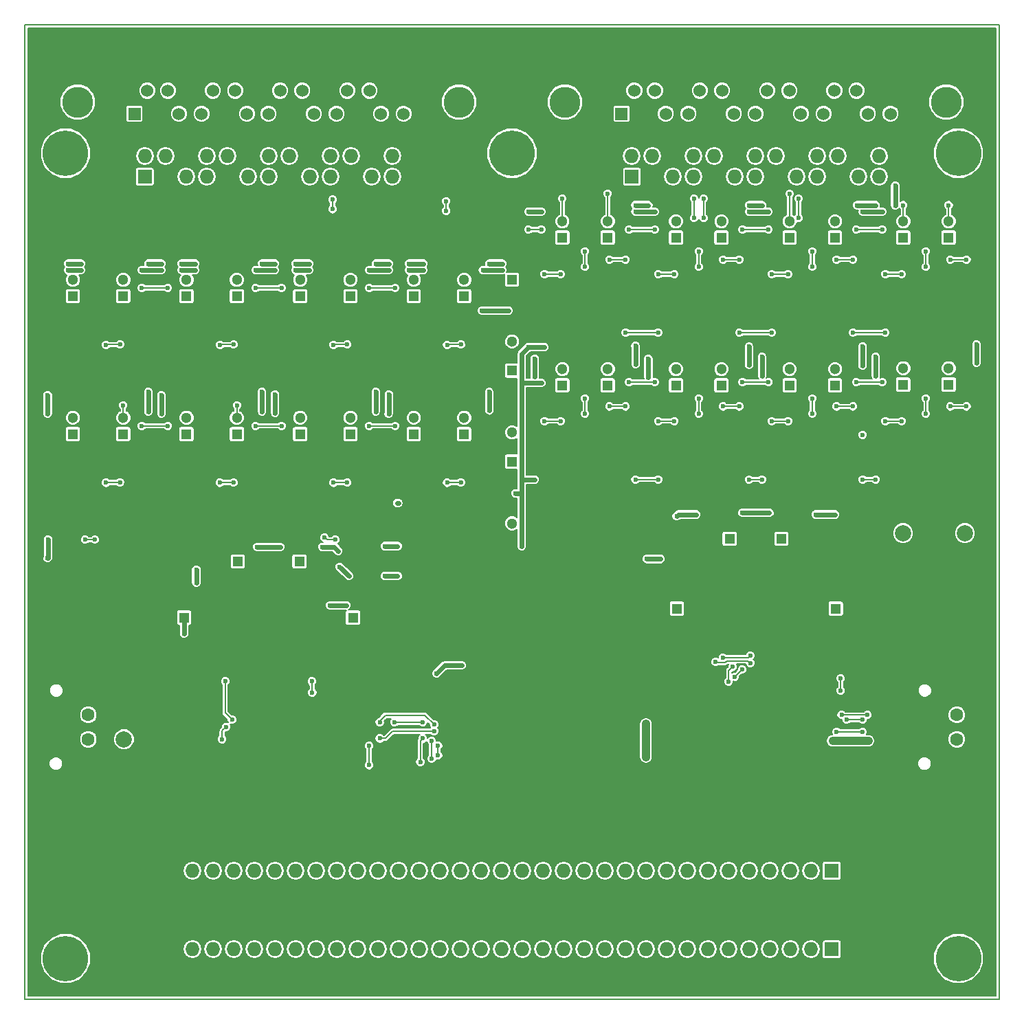
<source format=gbr>
G04 #@! TF.FileFunction,Copper,L2,Bot,Signal*
%FSLAX46Y46*%
G04 Gerber Fmt 4.6, Leading zero omitted, Abs format (unit mm)*
G04 Created by KiCad (PCBNEW 4.0.7) date Thursday, 09. August 2018 'u49' 18:49:35*
%MOMM*%
%LPD*%
G01*
G04 APERTURE LIST*
%ADD10C,0.100000*%
%ADD11C,0.150000*%
%ADD12C,5.600000*%
%ADD13R,5.100000X5.100000*%
%ADD14R,6.150000X6.150000*%
%ADD15C,1.998980*%
%ADD16C,3.810000*%
%ADD17R,1.524000X1.524000*%
%ADD18C,1.524000*%
%ADD19R,1.727200X1.727200*%
%ADD20O,1.727200X1.727200*%
%ADD21C,1.600000*%
%ADD22R,1.300000X1.300000*%
%ADD23C,1.300000*%
%ADD24C,0.600000*%
%ADD25C,0.600000*%
%ADD26C,0.200000*%
%ADD27C,1.000000*%
G04 APERTURE END LIST*
D10*
D11*
X80000000Y-150000000D02*
X80000000Y-30000000D01*
X200000000Y-150000000D02*
X80000000Y-150000000D01*
X200000000Y-30000000D02*
X200000000Y-150000000D01*
X80000000Y-30000000D02*
X200000000Y-30000000D01*
D12*
X85000000Y-45800000D03*
X195000000Y-45800000D03*
X195000000Y-145000000D03*
X85000000Y-145000000D03*
D13*
X170000000Y-103300000D03*
D14*
X110000000Y-111100000D03*
D15*
X195800000Y-92600000D03*
X188180000Y-92600000D03*
D12*
X140000000Y-45800000D03*
D15*
X92200000Y-118000000D03*
X92200000Y-110380000D03*
D16*
X133495000Y-39500000D03*
X86505000Y-39500000D03*
D17*
X93490000Y-40940000D03*
D18*
X96284000Y-40940000D03*
X98951000Y-40940000D03*
X101745000Y-40940000D03*
X104539000Y-40940000D03*
X107333000Y-40940000D03*
X110000000Y-40940000D03*
X112794000Y-40940000D03*
X115588000Y-40940000D03*
X118382000Y-40940000D03*
X121049000Y-40940000D03*
X123843000Y-40940000D03*
X126637000Y-40940000D03*
X95064800Y-38100000D03*
X97604800Y-38100000D03*
X100398800Y-38100000D03*
X103142000Y-38100000D03*
X105885200Y-38100000D03*
X108679200Y-38100000D03*
X111422400Y-38100000D03*
X114165600Y-38100000D03*
X117010400Y-38100000D03*
X119702800Y-38100000D03*
X122446000Y-38100000D03*
X125240000Y-38100000D03*
D16*
X193495000Y-39500000D03*
X146505000Y-39500000D03*
D17*
X153490000Y-40940000D03*
D18*
X156284000Y-40940000D03*
X158951000Y-40940000D03*
X161745000Y-40940000D03*
X164539000Y-40940000D03*
X167333000Y-40940000D03*
X170000000Y-40940000D03*
X172794000Y-40940000D03*
X175588000Y-40940000D03*
X178382000Y-40940000D03*
X181049000Y-40940000D03*
X183843000Y-40940000D03*
X186637000Y-40940000D03*
X155064800Y-38100000D03*
X157604800Y-38100000D03*
X160398800Y-38100000D03*
X163142000Y-38100000D03*
X165885200Y-38100000D03*
X168679200Y-38100000D03*
X171422400Y-38100000D03*
X174165600Y-38100000D03*
X177010400Y-38100000D03*
X179702800Y-38100000D03*
X182446000Y-38100000D03*
X185240000Y-38100000D03*
D19*
X179370000Y-134200000D03*
D20*
X179370000Y-136740000D03*
X176830000Y-134200000D03*
X176830000Y-136740000D03*
X174290000Y-134200000D03*
X174290000Y-136740000D03*
X171750000Y-134200000D03*
X171750000Y-136740000D03*
X169210000Y-134200000D03*
X169210000Y-136740000D03*
X166670000Y-134200000D03*
X166670000Y-136740000D03*
X164130000Y-134200000D03*
X164130000Y-136740000D03*
X161590000Y-134200000D03*
X161590000Y-136740000D03*
X159050000Y-134200000D03*
X159050000Y-136740000D03*
X156510000Y-134200000D03*
X156510000Y-136740000D03*
X153970000Y-134200000D03*
X153970000Y-136740000D03*
X151430000Y-134200000D03*
X151430000Y-136740000D03*
X148890000Y-134200000D03*
X148890000Y-136740000D03*
X146350000Y-134200000D03*
X146350000Y-136740000D03*
X143810000Y-134200000D03*
X143810000Y-136740000D03*
X141270000Y-134200000D03*
X141270000Y-136740000D03*
X138730000Y-134200000D03*
X138730000Y-136740000D03*
X136190000Y-134200000D03*
X136190000Y-136740000D03*
X133650000Y-134200000D03*
X133650000Y-136740000D03*
X131110000Y-134200000D03*
X131110000Y-136740000D03*
X128570000Y-134200000D03*
X128570000Y-136740000D03*
X126030000Y-134200000D03*
X126030000Y-136740000D03*
X123490000Y-134200000D03*
X123490000Y-136740000D03*
X120950000Y-134200000D03*
X120950000Y-136740000D03*
X118410000Y-134200000D03*
X118410000Y-136740000D03*
X115870000Y-134200000D03*
X115870000Y-136740000D03*
X113330000Y-134200000D03*
X113330000Y-136740000D03*
X110790000Y-134200000D03*
X110790000Y-136740000D03*
X108250000Y-134200000D03*
X108250000Y-136740000D03*
X105710000Y-134200000D03*
X105710000Y-136740000D03*
X103170000Y-134200000D03*
X103170000Y-136740000D03*
X100630000Y-134200000D03*
X100630000Y-136740000D03*
D19*
X179370000Y-143860000D03*
D20*
X179370000Y-146400000D03*
X176830000Y-143860000D03*
X176830000Y-146400000D03*
X174290000Y-143860000D03*
X174290000Y-146400000D03*
X171750000Y-143860000D03*
X171750000Y-146400000D03*
X169210000Y-143860000D03*
X169210000Y-146400000D03*
X166670000Y-143860000D03*
X166670000Y-146400000D03*
X164130000Y-143860000D03*
X164130000Y-146400000D03*
X161590000Y-143860000D03*
X161590000Y-146400000D03*
X159050000Y-143860000D03*
X159050000Y-146400000D03*
X156510000Y-143860000D03*
X156510000Y-146400000D03*
X153970000Y-143860000D03*
X153970000Y-146400000D03*
X151430000Y-143860000D03*
X151430000Y-146400000D03*
X148890000Y-143860000D03*
X148890000Y-146400000D03*
X146350000Y-143860000D03*
X146350000Y-146400000D03*
X143810000Y-143860000D03*
X143810000Y-146400000D03*
X141270000Y-143860000D03*
X141270000Y-146400000D03*
X138730000Y-143860000D03*
X138730000Y-146400000D03*
X136190000Y-143860000D03*
X136190000Y-146400000D03*
X133650000Y-143860000D03*
X133650000Y-146400000D03*
X131110000Y-143860000D03*
X131110000Y-146400000D03*
X128570000Y-143860000D03*
X128570000Y-146400000D03*
X126030000Y-143860000D03*
X126030000Y-146400000D03*
X123490000Y-143860000D03*
X123490000Y-146400000D03*
X120950000Y-143860000D03*
X120950000Y-146400000D03*
X118410000Y-143860000D03*
X118410000Y-146400000D03*
X115870000Y-143860000D03*
X115870000Y-146400000D03*
X113330000Y-143860000D03*
X113330000Y-146400000D03*
X110790000Y-143860000D03*
X110790000Y-146400000D03*
X108250000Y-143860000D03*
X108250000Y-146400000D03*
X105710000Y-143860000D03*
X105710000Y-146400000D03*
X103170000Y-143860000D03*
X103170000Y-146400000D03*
X100630000Y-143860000D03*
X100630000Y-146400000D03*
D21*
X87800000Y-115000000D03*
X87800000Y-118000000D03*
X84800000Y-115000000D03*
X84800000Y-118000000D03*
X194800000Y-115000000D03*
X194800000Y-118000000D03*
X191800000Y-115000000D03*
X191800000Y-118000000D03*
D19*
X94760000Y-48700000D03*
D20*
X94760000Y-46160000D03*
X97300000Y-48700000D03*
X97300000Y-46160000D03*
X99840000Y-48700000D03*
X99840000Y-46160000D03*
X102380000Y-48700000D03*
X102380000Y-46160000D03*
X104920000Y-48700000D03*
X104920000Y-46160000D03*
X107460000Y-48700000D03*
X107460000Y-46160000D03*
X110000000Y-48700000D03*
X110000000Y-46160000D03*
X112540000Y-48700000D03*
X112540000Y-46160000D03*
X115080000Y-48700000D03*
X115080000Y-46160000D03*
X117620000Y-48700000D03*
X117620000Y-46160000D03*
X120160000Y-48700000D03*
X120160000Y-46160000D03*
X122700000Y-48700000D03*
X122700000Y-46160000D03*
X125240000Y-48700000D03*
X125240000Y-46160000D03*
D19*
X154760000Y-48700000D03*
D20*
X154760000Y-46160000D03*
X157300000Y-48700000D03*
X157300000Y-46160000D03*
X159840000Y-48700000D03*
X159840000Y-46160000D03*
X162380000Y-48700000D03*
X162380000Y-46160000D03*
X164920000Y-48700000D03*
X164920000Y-46160000D03*
X167460000Y-48700000D03*
X167460000Y-46160000D03*
X170000000Y-48700000D03*
X170000000Y-46160000D03*
X172540000Y-48700000D03*
X172540000Y-46160000D03*
X175080000Y-48700000D03*
X175080000Y-46160000D03*
X177620000Y-48700000D03*
X177620000Y-46160000D03*
X180160000Y-48700000D03*
X180160000Y-46160000D03*
X182700000Y-48700000D03*
X182700000Y-46160000D03*
X185240000Y-48700000D03*
X185240000Y-46160000D03*
D22*
X85900000Y-63400000D03*
D23*
X85900000Y-61400000D03*
D22*
X140000000Y-89400000D03*
D23*
X140000000Y-91400000D03*
D22*
X140000000Y-83800000D03*
D23*
X140000000Y-85800000D03*
D22*
X140000000Y-78200000D03*
D23*
X140000000Y-80200000D03*
D22*
X140000000Y-67000000D03*
D23*
X140000000Y-69000000D03*
D22*
X140000000Y-72600000D03*
D23*
X140000000Y-74600000D03*
D22*
X140000000Y-61400000D03*
D23*
X140000000Y-63400000D03*
D22*
X179800000Y-74400000D03*
D23*
X179800000Y-72400000D03*
D22*
X179900000Y-101900000D03*
D23*
X179900000Y-99900000D03*
D22*
X173200000Y-93300000D03*
D23*
X173200000Y-91300000D03*
D22*
X166800000Y-93300000D03*
D23*
X166800000Y-91300000D03*
D22*
X160300000Y-101900000D03*
D23*
X160300000Y-99900000D03*
D22*
X85900000Y-80400000D03*
D23*
X85900000Y-78400000D03*
D22*
X92100000Y-63400000D03*
D23*
X92100000Y-61400000D03*
D22*
X92100000Y-80400000D03*
D23*
X92100000Y-78400000D03*
D22*
X99900000Y-63400000D03*
D23*
X99900000Y-61400000D03*
D22*
X99900000Y-80400000D03*
D23*
X99900000Y-78400000D03*
D22*
X106100000Y-63400000D03*
D23*
X106100000Y-61400000D03*
D22*
X106100000Y-80400000D03*
D23*
X106100000Y-78400000D03*
D22*
X113900000Y-80400000D03*
D23*
X113900000Y-78400000D03*
D22*
X120100000Y-63400000D03*
D23*
X120100000Y-61400000D03*
D22*
X120100000Y-80400000D03*
D23*
X120100000Y-78400000D03*
D22*
X127900000Y-80400000D03*
D23*
X127900000Y-78400000D03*
D22*
X134100000Y-63400000D03*
D23*
X134100000Y-61400000D03*
D22*
X134100000Y-80400000D03*
D23*
X134100000Y-78400000D03*
D22*
X151800000Y-56200000D03*
D23*
X151800000Y-54200000D03*
D22*
X151800000Y-74400000D03*
D23*
X151800000Y-72400000D03*
D22*
X146200000Y-56200000D03*
D23*
X146200000Y-54200000D03*
D22*
X146200000Y-74400000D03*
D23*
X146200000Y-72400000D03*
D22*
X165800000Y-56200000D03*
D23*
X165800000Y-54200000D03*
D22*
X165800000Y-74400000D03*
D23*
X165800000Y-72400000D03*
D22*
X160200000Y-56200000D03*
D23*
X160200000Y-54200000D03*
D22*
X160200000Y-74400000D03*
D23*
X160200000Y-72400000D03*
D22*
X179800000Y-56200000D03*
D23*
X179800000Y-54200000D03*
D22*
X174200000Y-56200000D03*
D23*
X174200000Y-54200000D03*
D22*
X174200000Y-74400000D03*
D23*
X174200000Y-72400000D03*
D22*
X193800000Y-56200000D03*
D23*
X193800000Y-54200000D03*
D22*
X193800000Y-74300000D03*
D23*
X193800000Y-72300000D03*
D22*
X188200000Y-56200000D03*
D23*
X188200000Y-54200000D03*
D22*
X188200000Y-74300000D03*
D23*
X188200000Y-72300000D03*
D22*
X113800000Y-96100000D03*
D23*
X111800000Y-96100000D03*
D22*
X99600000Y-103000000D03*
D23*
X97600000Y-103000000D03*
D22*
X106200000Y-96100000D03*
D23*
X108200000Y-96100000D03*
D22*
X120400000Y-103000000D03*
D23*
X122400000Y-103000000D03*
D22*
X113900000Y-63400000D03*
D23*
X113900000Y-61400000D03*
D22*
X127900000Y-63400000D03*
D23*
X127900000Y-61400000D03*
D24*
X190000000Y-137700000D03*
X116486765Y-107286765D03*
X141400000Y-96100000D03*
X136400000Y-101200000D03*
X140300000Y-102600000D03*
X153800000Y-99800000D03*
X176300000Y-99300000D03*
X163800000Y-99300000D03*
X166800000Y-94900000D03*
X173100000Y-94900000D03*
X186900000Y-95100000D03*
X193200000Y-94000000D03*
X194000000Y-102300000D03*
X185800000Y-101700000D03*
X158500000Y-106600000D03*
X172500000Y-111400000D03*
X176500000Y-110500000D03*
X162000000Y-104300000D03*
X191600000Y-108500000D03*
X193300000Y-124300000D03*
X188214000Y-136900000D03*
X137200000Y-55400000D03*
X131900000Y-55400000D03*
X130200000Y-55400000D03*
X117900000Y-55400000D03*
X124900000Y-55400000D03*
X123200000Y-55400000D03*
X89800000Y-55400000D03*
X88100000Y-55400000D03*
X82800000Y-55400000D03*
X109100000Y-55400000D03*
X103800000Y-55400000D03*
X102100000Y-55400000D03*
X95100000Y-55400000D03*
X96800000Y-55400000D03*
X110900000Y-55400000D03*
X116200000Y-55400000D03*
X163000000Y-106600000D03*
X130830380Y-114099820D03*
X139700000Y-94200000D03*
X102400000Y-99700000D03*
X117600000Y-99700000D03*
X101200000Y-116700000D03*
X101200000Y-113200000D03*
X170856250Y-95543750D03*
X127200000Y-117900000D03*
X125500000Y-113900000D03*
X125500000Y-111900000D03*
X132500000Y-107900000D03*
X125500000Y-109900000D03*
X125500000Y-107900000D03*
X125500000Y-117900000D03*
X132500000Y-109900000D03*
X129000000Y-113900000D03*
X103200000Y-113200000D03*
X102400000Y-108500000D03*
X103200000Y-116700000D03*
X177500000Y-106500000D03*
X193300000Y-126300000D03*
X170856250Y-97543750D03*
X114800000Y-103200000D03*
X105200000Y-103200000D03*
X111600000Y-103200000D03*
X108400000Y-103200000D03*
X94000000Y-83600000D03*
X94000000Y-66600000D03*
X108000000Y-66600000D03*
X108000000Y-83600000D03*
X136000000Y-66600000D03*
X136000000Y-83600000D03*
X122000000Y-66600000D03*
X122000000Y-83600000D03*
X84000000Y-87100000D03*
X84000000Y-70100000D03*
X98000000Y-87100000D03*
X98000000Y-70100000D03*
X112000000Y-70100000D03*
X112000000Y-87100000D03*
X126000000Y-70100000D03*
X126000000Y-87100000D03*
X126000000Y-90600000D03*
X126000000Y-73600000D03*
X109442886Y-88857114D03*
X109849989Y-92100000D03*
X112000000Y-90600000D03*
X112000000Y-73600000D03*
X98000000Y-90600000D03*
X98000000Y-73600000D03*
X84000000Y-90600000D03*
X84000000Y-73600000D03*
X89800000Y-57400000D03*
X88100000Y-57400000D03*
X95100000Y-57400000D03*
X82800000Y-57400000D03*
X137200000Y-57400000D03*
X130200000Y-57400000D03*
X131900000Y-57400000D03*
X124900000Y-57400000D03*
X123200000Y-57400000D03*
X116200000Y-57400000D03*
X117900000Y-57400000D03*
X110900000Y-57400000D03*
X103800000Y-57400000D03*
X102100000Y-57400000D03*
X109100000Y-57400000D03*
X96800000Y-57400000D03*
X132000000Y-90600000D03*
X132000000Y-73600000D03*
X118000000Y-90600000D03*
X118000000Y-73600000D03*
X104000000Y-90600000D03*
X104000000Y-73600000D03*
X90000000Y-90600000D03*
X90000000Y-73600000D03*
X144000000Y-82500000D03*
X158000000Y-82500000D03*
X172000000Y-82500000D03*
X186000000Y-82500000D03*
X144000000Y-64400000D03*
X158000000Y-64400000D03*
X186000000Y-64400000D03*
X172000000Y-64400000D03*
X154000000Y-82300000D03*
X168000000Y-82300000D03*
X182000000Y-82300000D03*
X196000000Y-82300000D03*
X154000000Y-64200000D03*
X168000000Y-64200000D03*
X182000000Y-64200000D03*
X196000000Y-64200000D03*
X156600000Y-95800000D03*
X125900010Y-97900000D03*
X124300000Y-97900000D03*
X117600000Y-101500000D03*
X119600010Y-101500000D03*
X118760046Y-96760046D03*
X119891425Y-97891425D03*
X118600010Y-94814008D03*
X158300000Y-95800000D03*
X160275720Y-90500030D03*
X170000000Y-90100000D03*
X171700000Y-90100000D03*
X168398019Y-90100000D03*
X162700000Y-90300000D03*
X177400000Y-90300000D03*
X179800030Y-90300000D03*
X111449999Y-94300000D03*
X116600000Y-94300000D03*
X108600000Y-94300000D03*
X101100000Y-97099969D03*
X101100000Y-98699979D03*
X156500000Y-120200049D03*
X156500000Y-116100000D03*
X179500000Y-118200000D03*
X133800000Y-108900000D03*
X183900000Y-118200000D03*
X104755716Y-116494285D03*
X104281517Y-118000000D03*
X130700000Y-109900000D03*
X115400000Y-112250000D03*
X129000000Y-115900000D03*
X125500000Y-115900000D03*
X115332076Y-110850001D03*
X128700000Y-120800000D03*
X129000000Y-117900000D03*
X133700000Y-69365000D03*
X142800000Y-86000000D03*
X140400000Y-87700000D03*
X141200000Y-94200000D03*
X136300000Y-65200000D03*
X139600000Y-65200000D03*
X142000000Y-69700000D03*
X184800020Y-86000000D03*
X183200010Y-86000000D03*
X170800020Y-85991293D03*
X169200000Y-86000000D03*
X185600030Y-74000000D03*
X182400000Y-74000000D03*
X185600030Y-55200000D03*
X182000000Y-67900000D03*
X186000000Y-67900000D03*
X182400000Y-55200000D03*
X158000000Y-86000000D03*
X149000000Y-76000000D03*
X149000000Y-77900000D03*
X163000000Y-76000000D03*
X163000000Y-77900000D03*
X177000000Y-76000000D03*
X177000000Y-77900000D03*
X143600000Y-74100000D03*
X154399970Y-74000000D03*
X157600000Y-74000000D03*
X168400000Y-74000000D03*
X171600030Y-74013138D03*
X191000000Y-76000000D03*
X191000000Y-77900000D03*
X155199980Y-86000000D03*
X143600000Y-55200000D03*
X142000000Y-55200000D03*
X144000000Y-69700000D03*
X168000000Y-67900000D03*
X172000000Y-67900000D03*
X154000000Y-67900000D03*
X158000000Y-67900000D03*
X149000000Y-59800000D03*
X149000000Y-57900000D03*
X154400000Y-55200000D03*
X163000000Y-59800000D03*
X163000000Y-57900000D03*
X191000000Y-59800000D03*
X177000000Y-59800000D03*
X177000000Y-57900000D03*
X191000000Y-57900000D03*
X171600030Y-55200000D03*
X168400000Y-55200000D03*
X157600030Y-55200000D03*
X94399970Y-79400000D03*
X97600000Y-79400000D03*
X108399982Y-79400000D03*
X111607114Y-79400000D03*
X122400000Y-79400000D03*
X125600010Y-79400000D03*
X125608619Y-62400000D03*
X122399990Y-62400000D03*
X111600000Y-62400000D03*
X108399980Y-62400000D03*
X97600000Y-62400000D03*
X94385037Y-62400000D03*
X132000000Y-86400000D03*
X133700000Y-86365000D03*
X118000000Y-86400000D03*
X119700000Y-86365000D03*
X104000000Y-86400000D03*
X105700000Y-86365000D03*
X90000000Y-69400000D03*
X91700000Y-69365000D03*
X132000000Y-69400000D03*
X118000000Y-69400000D03*
X119700000Y-69365000D03*
X104024999Y-69400000D03*
X105700000Y-69365000D03*
X90000000Y-86400000D03*
X91700000Y-86365000D03*
X187200000Y-49799970D03*
X187200000Y-52200000D03*
X184800000Y-52200000D03*
X169199989Y-52200000D03*
X156800030Y-71137187D03*
X156800030Y-52200000D03*
X156800000Y-73400000D03*
X184800000Y-70900000D03*
X184800030Y-73200000D03*
X129100000Y-59400000D03*
X127300000Y-59400000D03*
X124808609Y-59400000D03*
X182500000Y-52200000D03*
X170800000Y-52200000D03*
X170792886Y-70892886D03*
X170800020Y-73200000D03*
X138800000Y-59400000D03*
X137199987Y-59399990D03*
X142800000Y-73299990D03*
X155200000Y-52199997D03*
X142800000Y-71100000D03*
X137199999Y-75225735D03*
X123199990Y-59400000D03*
X115000000Y-59400000D03*
X113300000Y-59400000D03*
X86900000Y-59400000D03*
X101000000Y-59400000D03*
X99300000Y-59400000D03*
X95199989Y-59400000D03*
X96800003Y-59400000D03*
X95199980Y-75225735D03*
X95199982Y-77600000D03*
X137207114Y-77507114D03*
X109199980Y-59400000D03*
X110800000Y-59400000D03*
X109199982Y-77600000D03*
X109199980Y-75225735D03*
X123200000Y-77600000D03*
X123208599Y-75225735D03*
X85300000Y-59400000D03*
X197200000Y-69341472D03*
X197202115Y-71602115D03*
X185600030Y-53000000D03*
X183200000Y-53000000D03*
X183200010Y-80500000D03*
X183200000Y-72000000D03*
X183200000Y-69600000D03*
X169200010Y-69625735D03*
X169207114Y-71907114D03*
X155200010Y-69525735D03*
X155207114Y-71807114D03*
X171600030Y-53000000D03*
X169200010Y-53000000D03*
X169200010Y-53000000D03*
X157600030Y-53000000D03*
X155200000Y-53000000D03*
X143600000Y-53000000D03*
X142000000Y-53000000D03*
X82800000Y-95700000D03*
X82824265Y-93375735D03*
X124300000Y-94200000D03*
X125900010Y-94200000D03*
X115000000Y-60200000D03*
X113300000Y-60200000D03*
X85300000Y-60200000D03*
X86900000Y-60200000D03*
X101000000Y-60200000D03*
X99300000Y-60200000D03*
X94399970Y-60200000D03*
X82800000Y-75600000D03*
X82800000Y-77900000D03*
X96800000Y-60200000D03*
X108399980Y-60200000D03*
X110800000Y-60200000D03*
X124808609Y-60200000D03*
X122399990Y-60200000D03*
X96800000Y-77900000D03*
X96800000Y-75600000D03*
X110807114Y-77807114D03*
X110800000Y-75500000D03*
X124800010Y-77900000D03*
X124808609Y-75500000D03*
X127300000Y-60200000D03*
X129100000Y-60200000D03*
X136399959Y-60200000D03*
X138800019Y-60200000D03*
X116915876Y-93148070D03*
X118200000Y-93428980D03*
X106100000Y-76849999D03*
X92100000Y-76849999D03*
X88600000Y-93408698D03*
X87400000Y-93408698D03*
X188200000Y-52200000D03*
X193800000Y-52200000D03*
X174200000Y-50800000D03*
X175300000Y-51400000D03*
X175300000Y-53800000D03*
X162400000Y-53800000D03*
X162400000Y-51400000D03*
X163600000Y-53800000D03*
X163600000Y-51400000D03*
X146200000Y-51399997D03*
X151775737Y-50775734D03*
X131900000Y-51700000D03*
X131900000Y-52900000D03*
X117900000Y-52700000D03*
X117900000Y-51500000D03*
X180000000Y-117100000D03*
X183200050Y-117100000D03*
X122400000Y-118800010D03*
X122400000Y-121200040D03*
X130892530Y-118800010D03*
X130892530Y-120000010D03*
X167456729Y-110288001D03*
X168349990Y-109400000D03*
X166700000Y-110888001D03*
X167149989Y-109088001D03*
X130100000Y-118200000D03*
X130092527Y-120400020D03*
X105500000Y-115600000D03*
X104657597Y-110860859D03*
X99600000Y-105000010D03*
X186000000Y-78800000D03*
X188000000Y-78800000D03*
X186000000Y-60700000D03*
X188000000Y-60700000D03*
X196000000Y-77000000D03*
X194000000Y-77000000D03*
X196000000Y-58900000D03*
X194000000Y-58900000D03*
X172000000Y-78800000D03*
X174000000Y-78800000D03*
X172000000Y-60700000D03*
X174000000Y-60700000D03*
X182000000Y-77000000D03*
X180000000Y-77000000D03*
X182000000Y-58900000D03*
X180000000Y-58900000D03*
X158000000Y-78800000D03*
X160000000Y-78800000D03*
X158000000Y-60700000D03*
X160000000Y-60700000D03*
X168000000Y-77000000D03*
X166000000Y-77000000D03*
X168000000Y-58900000D03*
X166000000Y-58900000D03*
X144000000Y-78800000D03*
X146000000Y-78800000D03*
X144000000Y-60700000D03*
X146000000Y-60700000D03*
X154000000Y-77000000D03*
X152000000Y-77000000D03*
X154000000Y-58900000D03*
X152000000Y-58900000D03*
X183200050Y-115600000D03*
X181200000Y-115600000D03*
X183800050Y-115000000D03*
X180600000Y-115000000D03*
X165975000Y-107941678D03*
X169350000Y-107700000D03*
X123700000Y-117900000D03*
X130400000Y-117000000D03*
X165094338Y-108494338D03*
X169350000Y-108600000D03*
X180500000Y-112000000D03*
X180500000Y-110500000D03*
X130400000Y-116200000D03*
X123700000Y-115900000D03*
D25*
X126000000Y-88900000D02*
X125850000Y-88900000D01*
D26*
X112000000Y-90600000D02*
X111850000Y-90600000D01*
X111850000Y-90600000D02*
X110350000Y-92100000D01*
X110350000Y-92100000D02*
X109849989Y-92100000D01*
D25*
X124300000Y-97900000D02*
X125900010Y-97900000D01*
X117600000Y-101500000D02*
X119600010Y-101500000D01*
X119891425Y-97891425D02*
X118760046Y-96760046D01*
X158300000Y-95800000D02*
X156600000Y-95800000D01*
X118086002Y-94300000D02*
X118600010Y-94814008D01*
X162700000Y-90300000D02*
X160475750Y-90300000D01*
X160475750Y-90300000D02*
X160275720Y-90500030D01*
X170000000Y-90100000D02*
X168398019Y-90100000D01*
X170000000Y-90100000D02*
X171700000Y-90100000D01*
X116600000Y-94300000D02*
X118086002Y-94300000D01*
X177400000Y-90300000D02*
X179800030Y-90300000D01*
X108600000Y-94300000D02*
X111449999Y-94300000D01*
X101100000Y-98699979D02*
X101100000Y-97099969D01*
D27*
X156500000Y-116100000D02*
X156500000Y-120200049D01*
X183900000Y-118200000D02*
X179500000Y-118200000D01*
D25*
X131700000Y-108900000D02*
X133800000Y-108900000D01*
X130700000Y-109900000D02*
X131700000Y-108900000D01*
D26*
X104281517Y-116968484D02*
X104755716Y-116494285D01*
X104281517Y-118000000D02*
X104281517Y-116968484D01*
X115400000Y-112250000D02*
X115400000Y-111342189D01*
X115400000Y-111342189D02*
X115332076Y-111274265D01*
X125500000Y-115900000D02*
X129000000Y-115900000D01*
X115332076Y-110850001D02*
X115332076Y-111274265D01*
X128700000Y-120800000D02*
X128700000Y-118200000D01*
X128700000Y-118200000D02*
X129000000Y-117900000D01*
X95000000Y-79400000D02*
X94399970Y-79400000D01*
D25*
X141200000Y-86000000D02*
X141200000Y-87700000D01*
X141200000Y-74100000D02*
X141200000Y-86000000D01*
X141200000Y-86000000D02*
X142800000Y-86000000D01*
X141200000Y-87700000D02*
X140400000Y-87700000D01*
X141200000Y-87700000D02*
X141200000Y-94200000D01*
X141200000Y-70500000D02*
X141200000Y-74100000D01*
X141200000Y-74100000D02*
X143600000Y-74100000D01*
X142000000Y-69700000D02*
X141200000Y-70500000D01*
X139600000Y-65200000D02*
X136300000Y-65200000D01*
X144000000Y-69700000D02*
X142000000Y-69700000D01*
D26*
X183200010Y-86000000D02*
X184800020Y-86000000D01*
X170500000Y-86000000D02*
X170800020Y-85991293D01*
X182400000Y-74000000D02*
X185600030Y-74000000D01*
X182824264Y-55200000D02*
X185600030Y-55200000D01*
X185600030Y-55200000D02*
X185589963Y-55200000D01*
X186000000Y-67900000D02*
X182000000Y-67900000D01*
X182400000Y-55200000D02*
X182824264Y-55200000D01*
X94385037Y-62400000D02*
X97600000Y-62400000D01*
X97600000Y-79400000D02*
X95000000Y-79400000D01*
X170500000Y-86000000D02*
X170800020Y-86000000D01*
X169500000Y-86000000D02*
X170500000Y-86000000D01*
X169200000Y-86000000D02*
X169500000Y-86000000D01*
X156400000Y-86000000D02*
X155199980Y-86000000D01*
X156799990Y-86000000D02*
X156400000Y-86000000D01*
X156400000Y-86000000D02*
X158000000Y-86000000D01*
X149000000Y-77900000D02*
X149000000Y-76000000D01*
X163000000Y-77900000D02*
X163000000Y-76000000D01*
X177000000Y-77900000D02*
X177000000Y-76000000D01*
X157600000Y-74000000D02*
X154399970Y-74000000D01*
X171600030Y-74013138D02*
X168413138Y-74013138D01*
X168413138Y-74013138D02*
X168400000Y-74000000D01*
X191000000Y-77900000D02*
X191000000Y-76000000D01*
X142000000Y-55200000D02*
X143600000Y-55200000D01*
X168000000Y-67900000D02*
X172000000Y-67900000D01*
X158000000Y-67900000D02*
X154000000Y-67900000D01*
X149000000Y-57900000D02*
X149000000Y-59800000D01*
X157600030Y-55200000D02*
X154400000Y-55200000D01*
X163000000Y-57900000D02*
X163000000Y-59800000D01*
X191000000Y-59800000D02*
X191000000Y-57900000D01*
X177000000Y-57900000D02*
X177000000Y-59800000D01*
X168400000Y-55200000D02*
X171600030Y-55200000D01*
X111607114Y-79400000D02*
X108399982Y-79400000D01*
X125600010Y-79400000D02*
X122400000Y-79400000D01*
X122399990Y-62400000D02*
X125608619Y-62400000D01*
X108399980Y-62400000D02*
X111600000Y-62400000D01*
X133700000Y-86365000D02*
X132035000Y-86365000D01*
X132035000Y-86365000D02*
X132000000Y-86400000D01*
X119700000Y-86365000D02*
X118035000Y-86365000D01*
X118035000Y-86365000D02*
X118000000Y-86400000D01*
X105700000Y-86365000D02*
X104035000Y-86365000D01*
X104035000Y-86365000D02*
X104000000Y-86400000D01*
X91700000Y-69365000D02*
X90035000Y-69365000D01*
X90035000Y-69365000D02*
X90000000Y-69400000D01*
X133700000Y-69365000D02*
X132035000Y-69365000D01*
X132035000Y-69365000D02*
X132000000Y-69400000D01*
X119700000Y-69365000D02*
X118035000Y-69365000D01*
X118035000Y-69365000D02*
X118000000Y-69400000D01*
X105700000Y-69365000D02*
X104059999Y-69365000D01*
X104059999Y-69365000D02*
X104024999Y-69400000D01*
X91700000Y-86365000D02*
X90035000Y-86365000D01*
X90035000Y-86365000D02*
X90000000Y-86400000D01*
D25*
X187200000Y-52200000D02*
X187200000Y-49799970D01*
X169199989Y-52200000D02*
X169199999Y-52199999D01*
D26*
X169200000Y-52200000D02*
X169199989Y-52200000D01*
D25*
X170800000Y-52200000D02*
X169200000Y-52200000D01*
X156800000Y-73400000D02*
X156800000Y-71137230D01*
X184800000Y-70900000D02*
X184800000Y-73199970D01*
X184800000Y-73199970D02*
X184800030Y-73200000D01*
X127300000Y-59400000D02*
X129100000Y-59400000D01*
X182500000Y-52200000D02*
X184800000Y-52200000D01*
X170800020Y-73200000D02*
X170800020Y-70900020D01*
X170800020Y-70900020D02*
X170792886Y-70892886D01*
X156800030Y-52200000D02*
X155200003Y-52200000D01*
X155200003Y-52200000D02*
X155200000Y-52199997D01*
X138800000Y-59400000D02*
X137199997Y-59400000D01*
X137199997Y-59400000D02*
X137199987Y-59399990D01*
X142800000Y-71100000D02*
X142800000Y-73299990D01*
X123199990Y-59400000D02*
X124808609Y-59400000D01*
X137207114Y-75232850D02*
X137199999Y-75225735D01*
X113300000Y-59400000D02*
X115000000Y-59400000D01*
X137207114Y-77507114D02*
X137207114Y-75232850D01*
X86900000Y-59400000D02*
X85300000Y-59400000D01*
X99300000Y-59400000D02*
X101000000Y-59400000D01*
X95199989Y-59400000D02*
X96000000Y-59400000D01*
X96000000Y-59400000D02*
X96800003Y-59400000D01*
X95199980Y-75225735D02*
X95199980Y-77599998D01*
X110800000Y-59400000D02*
X109199980Y-59400000D01*
X109199980Y-75225735D02*
X109199980Y-77599998D01*
X109199980Y-77599998D02*
X109199982Y-77600000D01*
X123208599Y-75225735D02*
X123208599Y-77591401D01*
X123208599Y-77591401D02*
X123200000Y-77600000D01*
D26*
X139500020Y-69300000D02*
X139500000Y-69300000D01*
D25*
X197202115Y-71602115D02*
X197202115Y-69343587D01*
X197202115Y-69343587D02*
X197200000Y-69341472D01*
X183200000Y-53000000D02*
X185600030Y-53000000D01*
X183200000Y-71300000D02*
X183200000Y-71900556D01*
X183200000Y-69600000D02*
X183200000Y-71300000D01*
X183200000Y-71300000D02*
X183200000Y-72000000D01*
X183200000Y-71900556D02*
X183206836Y-71907392D01*
X169207114Y-71907114D02*
X169207114Y-69632839D01*
X169207114Y-69632839D02*
X169200010Y-69625735D01*
X155207114Y-71807114D02*
X155207114Y-69532839D01*
X155207114Y-69532839D02*
X155200010Y-69525735D01*
X169200010Y-53000000D02*
X171600030Y-53000000D01*
X155200000Y-53000000D02*
X157600030Y-53000000D01*
X143600000Y-53000000D02*
X142000000Y-53000000D01*
X82824265Y-93375735D02*
X82824265Y-95675735D01*
X82824265Y-95675735D02*
X82800000Y-95700000D01*
X125900010Y-94200000D02*
X124300000Y-94200000D01*
X113300000Y-60200000D02*
X115000000Y-60200000D01*
X86900000Y-60200000D02*
X85300000Y-60200000D01*
X99300000Y-60200000D02*
X101000000Y-60200000D01*
X94399970Y-60200000D02*
X96000000Y-60200000D01*
X82800000Y-75600000D02*
X82800000Y-77900000D01*
X96000000Y-60200000D02*
X96800000Y-60200000D01*
X110800000Y-60200000D02*
X108399980Y-60200000D01*
X122399990Y-60200000D02*
X124808609Y-60200000D01*
X96800000Y-75600000D02*
X96800000Y-77900000D01*
X110800000Y-75500000D02*
X110800000Y-77800000D01*
X110800000Y-77800000D02*
X110807114Y-77807114D01*
X124808609Y-75500000D02*
X124808609Y-77891401D01*
X124808609Y-77891401D02*
X124800010Y-77900000D01*
X127300000Y-60200000D02*
X129100000Y-60200000D01*
X138800019Y-60200000D02*
X136399959Y-60200000D01*
D26*
X118200000Y-93428980D02*
X117196786Y-93428980D01*
X117196786Y-93428980D02*
X116915876Y-93148070D01*
X106100000Y-78400000D02*
X106100000Y-76849999D01*
X92100000Y-78400000D02*
X92100000Y-76849999D01*
X87400000Y-93408698D02*
X88600000Y-93408698D01*
X188200000Y-54200000D02*
X188200000Y-52200000D01*
X193800000Y-54200000D02*
X193800000Y-52200000D01*
X174200000Y-51700000D02*
X174200000Y-51400000D01*
X174200000Y-54200000D02*
X174200000Y-51700000D01*
X174200000Y-51700000D02*
X174200000Y-50800000D01*
X175300000Y-53800000D02*
X175300000Y-51400000D01*
X162400000Y-51400000D02*
X162400000Y-53800000D01*
X163600000Y-51400000D02*
X163600000Y-53800000D01*
X146200000Y-54200000D02*
X146200000Y-51399997D01*
X151800000Y-54200000D02*
X151800000Y-50799997D01*
X151800000Y-50799997D02*
X151775737Y-50775734D01*
X131900000Y-52900000D02*
X131900000Y-51700000D01*
X117900000Y-52700000D02*
X117900000Y-51500000D01*
X183200050Y-117100000D02*
X180000000Y-117100000D01*
X122400000Y-121200040D02*
X122400000Y-118800010D01*
X130892530Y-120000010D02*
X130892530Y-118800010D01*
X168349990Y-109400000D02*
X168344730Y-109400000D01*
X168344730Y-109400000D02*
X167456729Y-110288001D01*
X167149989Y-109088001D02*
X166700000Y-109537990D01*
X166700000Y-109537990D02*
X166700000Y-110888001D01*
X130100000Y-118200000D02*
X130100000Y-118792527D01*
X130100000Y-118792527D02*
X130092527Y-118800000D01*
X130092527Y-120400020D02*
X130092527Y-118800000D01*
X105500000Y-115600000D02*
X104657597Y-114757597D01*
X104657597Y-114757597D02*
X104657597Y-110860859D01*
D25*
X99600000Y-103000000D02*
X99600000Y-105000010D01*
D26*
X186000000Y-78800000D02*
X188000000Y-78800000D01*
X186000000Y-60700000D02*
X188000000Y-60700000D01*
X194000000Y-77000000D02*
X196000000Y-77000000D01*
X194000000Y-58900000D02*
X196000000Y-58900000D01*
X172000000Y-78800000D02*
X174000000Y-78800000D01*
X172000000Y-60700000D02*
X174000000Y-60700000D01*
X180000000Y-77000000D02*
X182000000Y-77000000D01*
X180000000Y-58900000D02*
X182000000Y-58900000D01*
X160000000Y-78800000D02*
X158000000Y-78800000D01*
X158000000Y-60700000D02*
X160000000Y-60700000D01*
X166000000Y-77000000D02*
X168000000Y-77000000D01*
X166000000Y-58900000D02*
X168000000Y-58900000D01*
X144000000Y-78800000D02*
X146000000Y-78800000D01*
X146000000Y-60700000D02*
X144000000Y-60700000D01*
X152000000Y-77000000D02*
X154000000Y-77000000D01*
X152000000Y-58900000D02*
X154000000Y-58900000D01*
X181200000Y-115600000D02*
X183200000Y-115600000D01*
X183200000Y-115600000D02*
X183200050Y-115600000D01*
X183000000Y-115000000D02*
X183200050Y-115000000D01*
X180600000Y-115000000D02*
X183000000Y-115000000D01*
X183000000Y-115000000D02*
X183800050Y-115000000D01*
X165975000Y-107941678D02*
X169108322Y-107941678D01*
X169108322Y-107941678D02*
X169350000Y-107700000D01*
X125300000Y-117000000D02*
X124400000Y-117900000D01*
X124400000Y-117900000D02*
X123700000Y-117900000D01*
X130400000Y-117000000D02*
X125300000Y-117000000D01*
X166462992Y-108341688D02*
X166263001Y-108541679D01*
X166263001Y-108541679D02*
X165141679Y-108541679D01*
X165141679Y-108541679D02*
X165094338Y-108494338D01*
X166462992Y-108341688D02*
X168400000Y-108341688D01*
X168400000Y-108341688D02*
X168600000Y-108341688D01*
X169350000Y-108600000D02*
X169300000Y-108600000D01*
X169300000Y-108600000D02*
X169041688Y-108341688D01*
X169041688Y-108341688D02*
X168400000Y-108341688D01*
X180500000Y-110500000D02*
X180500000Y-112000000D01*
X130400000Y-116200000D02*
X129250000Y-115050000D01*
X129250000Y-115050000D02*
X124400000Y-115050000D01*
X124400000Y-115050000D02*
X123700000Y-115750000D01*
X123700000Y-115750000D02*
X123700000Y-115900000D01*
G36*
X199625000Y-149625000D02*
X80375000Y-149625000D01*
X80375000Y-145613923D01*
X81899463Y-145613923D01*
X82370415Y-146753715D01*
X83241698Y-147626520D01*
X84380667Y-148099461D01*
X85613923Y-148100537D01*
X86753715Y-147629585D01*
X87626520Y-146758302D01*
X88099461Y-145619333D01*
X88099465Y-145613923D01*
X191899463Y-145613923D01*
X192370415Y-146753715D01*
X193241698Y-147626520D01*
X194380667Y-148099461D01*
X195613923Y-148100537D01*
X196753715Y-147629585D01*
X197626520Y-146758302D01*
X198099461Y-145619333D01*
X198100537Y-144386077D01*
X197629585Y-143246285D01*
X196758302Y-142373480D01*
X195619333Y-141900539D01*
X194386077Y-141899463D01*
X193246285Y-142370415D01*
X192373480Y-143241698D01*
X191900539Y-144380667D01*
X191899463Y-145613923D01*
X88099465Y-145613923D01*
X88100537Y-144386077D01*
X87883167Y-143860000D01*
X99443604Y-143860000D01*
X99532178Y-144305290D01*
X99784415Y-144682789D01*
X100161914Y-144935026D01*
X100607204Y-145023600D01*
X100652796Y-145023600D01*
X101098086Y-144935026D01*
X101475585Y-144682789D01*
X101727822Y-144305290D01*
X101816396Y-143860000D01*
X101983604Y-143860000D01*
X102072178Y-144305290D01*
X102324415Y-144682789D01*
X102701914Y-144935026D01*
X103147204Y-145023600D01*
X103192796Y-145023600D01*
X103638086Y-144935026D01*
X104015585Y-144682789D01*
X104267822Y-144305290D01*
X104356396Y-143860000D01*
X104523604Y-143860000D01*
X104612178Y-144305290D01*
X104864415Y-144682789D01*
X105241914Y-144935026D01*
X105687204Y-145023600D01*
X105732796Y-145023600D01*
X106178086Y-144935026D01*
X106555585Y-144682789D01*
X106807822Y-144305290D01*
X106896396Y-143860000D01*
X107063604Y-143860000D01*
X107152178Y-144305290D01*
X107404415Y-144682789D01*
X107781914Y-144935026D01*
X108227204Y-145023600D01*
X108272796Y-145023600D01*
X108718086Y-144935026D01*
X109095585Y-144682789D01*
X109347822Y-144305290D01*
X109436396Y-143860000D01*
X109603604Y-143860000D01*
X109692178Y-144305290D01*
X109944415Y-144682789D01*
X110321914Y-144935026D01*
X110767204Y-145023600D01*
X110812796Y-145023600D01*
X111258086Y-144935026D01*
X111635585Y-144682789D01*
X111887822Y-144305290D01*
X111976396Y-143860000D01*
X112143604Y-143860000D01*
X112232178Y-144305290D01*
X112484415Y-144682789D01*
X112861914Y-144935026D01*
X113307204Y-145023600D01*
X113352796Y-145023600D01*
X113798086Y-144935026D01*
X114175585Y-144682789D01*
X114427822Y-144305290D01*
X114516396Y-143860000D01*
X114683604Y-143860000D01*
X114772178Y-144305290D01*
X115024415Y-144682789D01*
X115401914Y-144935026D01*
X115847204Y-145023600D01*
X115892796Y-145023600D01*
X116338086Y-144935026D01*
X116715585Y-144682789D01*
X116967822Y-144305290D01*
X117056396Y-143860000D01*
X117223604Y-143860000D01*
X117312178Y-144305290D01*
X117564415Y-144682789D01*
X117941914Y-144935026D01*
X118387204Y-145023600D01*
X118432796Y-145023600D01*
X118878086Y-144935026D01*
X119255585Y-144682789D01*
X119507822Y-144305290D01*
X119596396Y-143860000D01*
X119763604Y-143860000D01*
X119852178Y-144305290D01*
X120104415Y-144682789D01*
X120481914Y-144935026D01*
X120927204Y-145023600D01*
X120972796Y-145023600D01*
X121418086Y-144935026D01*
X121795585Y-144682789D01*
X122047822Y-144305290D01*
X122136396Y-143860000D01*
X122303604Y-143860000D01*
X122392178Y-144305290D01*
X122644415Y-144682789D01*
X123021914Y-144935026D01*
X123467204Y-145023600D01*
X123512796Y-145023600D01*
X123958086Y-144935026D01*
X124335585Y-144682789D01*
X124587822Y-144305290D01*
X124676396Y-143860000D01*
X124843604Y-143860000D01*
X124932178Y-144305290D01*
X125184415Y-144682789D01*
X125561914Y-144935026D01*
X126007204Y-145023600D01*
X126052796Y-145023600D01*
X126498086Y-144935026D01*
X126875585Y-144682789D01*
X127127822Y-144305290D01*
X127216396Y-143860000D01*
X127383604Y-143860000D01*
X127472178Y-144305290D01*
X127724415Y-144682789D01*
X128101914Y-144935026D01*
X128547204Y-145023600D01*
X128592796Y-145023600D01*
X129038086Y-144935026D01*
X129415585Y-144682789D01*
X129667822Y-144305290D01*
X129756396Y-143860000D01*
X129923604Y-143860000D01*
X130012178Y-144305290D01*
X130264415Y-144682789D01*
X130641914Y-144935026D01*
X131087204Y-145023600D01*
X131132796Y-145023600D01*
X131578086Y-144935026D01*
X131955585Y-144682789D01*
X132207822Y-144305290D01*
X132296396Y-143860000D01*
X132463604Y-143860000D01*
X132552178Y-144305290D01*
X132804415Y-144682789D01*
X133181914Y-144935026D01*
X133627204Y-145023600D01*
X133672796Y-145023600D01*
X134118086Y-144935026D01*
X134495585Y-144682789D01*
X134747822Y-144305290D01*
X134836396Y-143860000D01*
X135003604Y-143860000D01*
X135092178Y-144305290D01*
X135344415Y-144682789D01*
X135721914Y-144935026D01*
X136167204Y-145023600D01*
X136212796Y-145023600D01*
X136658086Y-144935026D01*
X137035585Y-144682789D01*
X137287822Y-144305290D01*
X137376396Y-143860000D01*
X137543604Y-143860000D01*
X137632178Y-144305290D01*
X137884415Y-144682789D01*
X138261914Y-144935026D01*
X138707204Y-145023600D01*
X138752796Y-145023600D01*
X139198086Y-144935026D01*
X139575585Y-144682789D01*
X139827822Y-144305290D01*
X139916396Y-143860000D01*
X140083604Y-143860000D01*
X140172178Y-144305290D01*
X140424415Y-144682789D01*
X140801914Y-144935026D01*
X141247204Y-145023600D01*
X141292796Y-145023600D01*
X141738086Y-144935026D01*
X142115585Y-144682789D01*
X142367822Y-144305290D01*
X142456396Y-143860000D01*
X142623604Y-143860000D01*
X142712178Y-144305290D01*
X142964415Y-144682789D01*
X143341914Y-144935026D01*
X143787204Y-145023600D01*
X143832796Y-145023600D01*
X144278086Y-144935026D01*
X144655585Y-144682789D01*
X144907822Y-144305290D01*
X144996396Y-143860000D01*
X145163604Y-143860000D01*
X145252178Y-144305290D01*
X145504415Y-144682789D01*
X145881914Y-144935026D01*
X146327204Y-145023600D01*
X146372796Y-145023600D01*
X146818086Y-144935026D01*
X147195585Y-144682789D01*
X147447822Y-144305290D01*
X147536396Y-143860000D01*
X147703604Y-143860000D01*
X147792178Y-144305290D01*
X148044415Y-144682789D01*
X148421914Y-144935026D01*
X148867204Y-145023600D01*
X148912796Y-145023600D01*
X149358086Y-144935026D01*
X149735585Y-144682789D01*
X149987822Y-144305290D01*
X150076396Y-143860000D01*
X150243604Y-143860000D01*
X150332178Y-144305290D01*
X150584415Y-144682789D01*
X150961914Y-144935026D01*
X151407204Y-145023600D01*
X151452796Y-145023600D01*
X151898086Y-144935026D01*
X152275585Y-144682789D01*
X152527822Y-144305290D01*
X152616396Y-143860000D01*
X152783604Y-143860000D01*
X152872178Y-144305290D01*
X153124415Y-144682789D01*
X153501914Y-144935026D01*
X153947204Y-145023600D01*
X153992796Y-145023600D01*
X154438086Y-144935026D01*
X154815585Y-144682789D01*
X155067822Y-144305290D01*
X155156396Y-143860000D01*
X155323604Y-143860000D01*
X155412178Y-144305290D01*
X155664415Y-144682789D01*
X156041914Y-144935026D01*
X156487204Y-145023600D01*
X156532796Y-145023600D01*
X156978086Y-144935026D01*
X157355585Y-144682789D01*
X157607822Y-144305290D01*
X157696396Y-143860000D01*
X157863604Y-143860000D01*
X157952178Y-144305290D01*
X158204415Y-144682789D01*
X158581914Y-144935026D01*
X159027204Y-145023600D01*
X159072796Y-145023600D01*
X159518086Y-144935026D01*
X159895585Y-144682789D01*
X160147822Y-144305290D01*
X160236396Y-143860000D01*
X160403604Y-143860000D01*
X160492178Y-144305290D01*
X160744415Y-144682789D01*
X161121914Y-144935026D01*
X161567204Y-145023600D01*
X161612796Y-145023600D01*
X162058086Y-144935026D01*
X162435585Y-144682789D01*
X162687822Y-144305290D01*
X162776396Y-143860000D01*
X162943604Y-143860000D01*
X163032178Y-144305290D01*
X163284415Y-144682789D01*
X163661914Y-144935026D01*
X164107204Y-145023600D01*
X164152796Y-145023600D01*
X164598086Y-144935026D01*
X164975585Y-144682789D01*
X165227822Y-144305290D01*
X165316396Y-143860000D01*
X165483604Y-143860000D01*
X165572178Y-144305290D01*
X165824415Y-144682789D01*
X166201914Y-144935026D01*
X166647204Y-145023600D01*
X166692796Y-145023600D01*
X167138086Y-144935026D01*
X167515585Y-144682789D01*
X167767822Y-144305290D01*
X167856396Y-143860000D01*
X168023604Y-143860000D01*
X168112178Y-144305290D01*
X168364415Y-144682789D01*
X168741914Y-144935026D01*
X169187204Y-145023600D01*
X169232796Y-145023600D01*
X169678086Y-144935026D01*
X170055585Y-144682789D01*
X170307822Y-144305290D01*
X170396396Y-143860000D01*
X170563604Y-143860000D01*
X170652178Y-144305290D01*
X170904415Y-144682789D01*
X171281914Y-144935026D01*
X171727204Y-145023600D01*
X171772796Y-145023600D01*
X172218086Y-144935026D01*
X172595585Y-144682789D01*
X172847822Y-144305290D01*
X172936396Y-143860000D01*
X173103604Y-143860000D01*
X173192178Y-144305290D01*
X173444415Y-144682789D01*
X173821914Y-144935026D01*
X174267204Y-145023600D01*
X174312796Y-145023600D01*
X174758086Y-144935026D01*
X175135585Y-144682789D01*
X175387822Y-144305290D01*
X175476396Y-143860000D01*
X175643604Y-143860000D01*
X175732178Y-144305290D01*
X175984415Y-144682789D01*
X176361914Y-144935026D01*
X176807204Y-145023600D01*
X176852796Y-145023600D01*
X177298086Y-144935026D01*
X177675585Y-144682789D01*
X177927822Y-144305290D01*
X178016396Y-143860000D01*
X177927822Y-143414710D01*
X177675585Y-143037211D01*
X177614508Y-142996400D01*
X178200523Y-142996400D01*
X178200523Y-144723600D01*
X178221442Y-144834773D01*
X178287145Y-144936879D01*
X178387397Y-145005378D01*
X178506400Y-145029477D01*
X180233600Y-145029477D01*
X180344773Y-145008558D01*
X180446879Y-144942855D01*
X180515378Y-144842603D01*
X180539477Y-144723600D01*
X180539477Y-142996400D01*
X180518558Y-142885227D01*
X180452855Y-142783121D01*
X180352603Y-142714622D01*
X180233600Y-142690523D01*
X178506400Y-142690523D01*
X178395227Y-142711442D01*
X178293121Y-142777145D01*
X178224622Y-142877397D01*
X178200523Y-142996400D01*
X177614508Y-142996400D01*
X177298086Y-142784974D01*
X176852796Y-142696400D01*
X176807204Y-142696400D01*
X176361914Y-142784974D01*
X175984415Y-143037211D01*
X175732178Y-143414710D01*
X175643604Y-143860000D01*
X175476396Y-143860000D01*
X175387822Y-143414710D01*
X175135585Y-143037211D01*
X174758086Y-142784974D01*
X174312796Y-142696400D01*
X174267204Y-142696400D01*
X173821914Y-142784974D01*
X173444415Y-143037211D01*
X173192178Y-143414710D01*
X173103604Y-143860000D01*
X172936396Y-143860000D01*
X172847822Y-143414710D01*
X172595585Y-143037211D01*
X172218086Y-142784974D01*
X171772796Y-142696400D01*
X171727204Y-142696400D01*
X171281914Y-142784974D01*
X170904415Y-143037211D01*
X170652178Y-143414710D01*
X170563604Y-143860000D01*
X170396396Y-143860000D01*
X170307822Y-143414710D01*
X170055585Y-143037211D01*
X169678086Y-142784974D01*
X169232796Y-142696400D01*
X169187204Y-142696400D01*
X168741914Y-142784974D01*
X168364415Y-143037211D01*
X168112178Y-143414710D01*
X168023604Y-143860000D01*
X167856396Y-143860000D01*
X167767822Y-143414710D01*
X167515585Y-143037211D01*
X167138086Y-142784974D01*
X166692796Y-142696400D01*
X166647204Y-142696400D01*
X166201914Y-142784974D01*
X165824415Y-143037211D01*
X165572178Y-143414710D01*
X165483604Y-143860000D01*
X165316396Y-143860000D01*
X165227822Y-143414710D01*
X164975585Y-143037211D01*
X164598086Y-142784974D01*
X164152796Y-142696400D01*
X164107204Y-142696400D01*
X163661914Y-142784974D01*
X163284415Y-143037211D01*
X163032178Y-143414710D01*
X162943604Y-143860000D01*
X162776396Y-143860000D01*
X162687822Y-143414710D01*
X162435585Y-143037211D01*
X162058086Y-142784974D01*
X161612796Y-142696400D01*
X161567204Y-142696400D01*
X161121914Y-142784974D01*
X160744415Y-143037211D01*
X160492178Y-143414710D01*
X160403604Y-143860000D01*
X160236396Y-143860000D01*
X160147822Y-143414710D01*
X159895585Y-143037211D01*
X159518086Y-142784974D01*
X159072796Y-142696400D01*
X159027204Y-142696400D01*
X158581914Y-142784974D01*
X158204415Y-143037211D01*
X157952178Y-143414710D01*
X157863604Y-143860000D01*
X157696396Y-143860000D01*
X157607822Y-143414710D01*
X157355585Y-143037211D01*
X156978086Y-142784974D01*
X156532796Y-142696400D01*
X156487204Y-142696400D01*
X156041914Y-142784974D01*
X155664415Y-143037211D01*
X155412178Y-143414710D01*
X155323604Y-143860000D01*
X155156396Y-143860000D01*
X155067822Y-143414710D01*
X154815585Y-143037211D01*
X154438086Y-142784974D01*
X153992796Y-142696400D01*
X153947204Y-142696400D01*
X153501914Y-142784974D01*
X153124415Y-143037211D01*
X152872178Y-143414710D01*
X152783604Y-143860000D01*
X152616396Y-143860000D01*
X152527822Y-143414710D01*
X152275585Y-143037211D01*
X151898086Y-142784974D01*
X151452796Y-142696400D01*
X151407204Y-142696400D01*
X150961914Y-142784974D01*
X150584415Y-143037211D01*
X150332178Y-143414710D01*
X150243604Y-143860000D01*
X150076396Y-143860000D01*
X149987822Y-143414710D01*
X149735585Y-143037211D01*
X149358086Y-142784974D01*
X148912796Y-142696400D01*
X148867204Y-142696400D01*
X148421914Y-142784974D01*
X148044415Y-143037211D01*
X147792178Y-143414710D01*
X147703604Y-143860000D01*
X147536396Y-143860000D01*
X147447822Y-143414710D01*
X147195585Y-143037211D01*
X146818086Y-142784974D01*
X146372796Y-142696400D01*
X146327204Y-142696400D01*
X145881914Y-142784974D01*
X145504415Y-143037211D01*
X145252178Y-143414710D01*
X145163604Y-143860000D01*
X144996396Y-143860000D01*
X144907822Y-143414710D01*
X144655585Y-143037211D01*
X144278086Y-142784974D01*
X143832796Y-142696400D01*
X143787204Y-142696400D01*
X143341914Y-142784974D01*
X142964415Y-143037211D01*
X142712178Y-143414710D01*
X142623604Y-143860000D01*
X142456396Y-143860000D01*
X142367822Y-143414710D01*
X142115585Y-143037211D01*
X141738086Y-142784974D01*
X141292796Y-142696400D01*
X141247204Y-142696400D01*
X140801914Y-142784974D01*
X140424415Y-143037211D01*
X140172178Y-143414710D01*
X140083604Y-143860000D01*
X139916396Y-143860000D01*
X139827822Y-143414710D01*
X139575585Y-143037211D01*
X139198086Y-142784974D01*
X138752796Y-142696400D01*
X138707204Y-142696400D01*
X138261914Y-142784974D01*
X137884415Y-143037211D01*
X137632178Y-143414710D01*
X137543604Y-143860000D01*
X137376396Y-143860000D01*
X137287822Y-143414710D01*
X137035585Y-143037211D01*
X136658086Y-142784974D01*
X136212796Y-142696400D01*
X136167204Y-142696400D01*
X135721914Y-142784974D01*
X135344415Y-143037211D01*
X135092178Y-143414710D01*
X135003604Y-143860000D01*
X134836396Y-143860000D01*
X134747822Y-143414710D01*
X134495585Y-143037211D01*
X134118086Y-142784974D01*
X133672796Y-142696400D01*
X133627204Y-142696400D01*
X133181914Y-142784974D01*
X132804415Y-143037211D01*
X132552178Y-143414710D01*
X132463604Y-143860000D01*
X132296396Y-143860000D01*
X132207822Y-143414710D01*
X131955585Y-143037211D01*
X131578086Y-142784974D01*
X131132796Y-142696400D01*
X131087204Y-142696400D01*
X130641914Y-142784974D01*
X130264415Y-143037211D01*
X130012178Y-143414710D01*
X129923604Y-143860000D01*
X129756396Y-143860000D01*
X129667822Y-143414710D01*
X129415585Y-143037211D01*
X129038086Y-142784974D01*
X128592796Y-142696400D01*
X128547204Y-142696400D01*
X128101914Y-142784974D01*
X127724415Y-143037211D01*
X127472178Y-143414710D01*
X127383604Y-143860000D01*
X127216396Y-143860000D01*
X127127822Y-143414710D01*
X126875585Y-143037211D01*
X126498086Y-142784974D01*
X126052796Y-142696400D01*
X126007204Y-142696400D01*
X125561914Y-142784974D01*
X125184415Y-143037211D01*
X124932178Y-143414710D01*
X124843604Y-143860000D01*
X124676396Y-143860000D01*
X124587822Y-143414710D01*
X124335585Y-143037211D01*
X123958086Y-142784974D01*
X123512796Y-142696400D01*
X123467204Y-142696400D01*
X123021914Y-142784974D01*
X122644415Y-143037211D01*
X122392178Y-143414710D01*
X122303604Y-143860000D01*
X122136396Y-143860000D01*
X122047822Y-143414710D01*
X121795585Y-143037211D01*
X121418086Y-142784974D01*
X120972796Y-142696400D01*
X120927204Y-142696400D01*
X120481914Y-142784974D01*
X120104415Y-143037211D01*
X119852178Y-143414710D01*
X119763604Y-143860000D01*
X119596396Y-143860000D01*
X119507822Y-143414710D01*
X119255585Y-143037211D01*
X118878086Y-142784974D01*
X118432796Y-142696400D01*
X118387204Y-142696400D01*
X117941914Y-142784974D01*
X117564415Y-143037211D01*
X117312178Y-143414710D01*
X117223604Y-143860000D01*
X117056396Y-143860000D01*
X116967822Y-143414710D01*
X116715585Y-143037211D01*
X116338086Y-142784974D01*
X115892796Y-142696400D01*
X115847204Y-142696400D01*
X115401914Y-142784974D01*
X115024415Y-143037211D01*
X114772178Y-143414710D01*
X114683604Y-143860000D01*
X114516396Y-143860000D01*
X114427822Y-143414710D01*
X114175585Y-143037211D01*
X113798086Y-142784974D01*
X113352796Y-142696400D01*
X113307204Y-142696400D01*
X112861914Y-142784974D01*
X112484415Y-143037211D01*
X112232178Y-143414710D01*
X112143604Y-143860000D01*
X111976396Y-143860000D01*
X111887822Y-143414710D01*
X111635585Y-143037211D01*
X111258086Y-142784974D01*
X110812796Y-142696400D01*
X110767204Y-142696400D01*
X110321914Y-142784974D01*
X109944415Y-143037211D01*
X109692178Y-143414710D01*
X109603604Y-143860000D01*
X109436396Y-143860000D01*
X109347822Y-143414710D01*
X109095585Y-143037211D01*
X108718086Y-142784974D01*
X108272796Y-142696400D01*
X108227204Y-142696400D01*
X107781914Y-142784974D01*
X107404415Y-143037211D01*
X107152178Y-143414710D01*
X107063604Y-143860000D01*
X106896396Y-143860000D01*
X106807822Y-143414710D01*
X106555585Y-143037211D01*
X106178086Y-142784974D01*
X105732796Y-142696400D01*
X105687204Y-142696400D01*
X105241914Y-142784974D01*
X104864415Y-143037211D01*
X104612178Y-143414710D01*
X104523604Y-143860000D01*
X104356396Y-143860000D01*
X104267822Y-143414710D01*
X104015585Y-143037211D01*
X103638086Y-142784974D01*
X103192796Y-142696400D01*
X103147204Y-142696400D01*
X102701914Y-142784974D01*
X102324415Y-143037211D01*
X102072178Y-143414710D01*
X101983604Y-143860000D01*
X101816396Y-143860000D01*
X101727822Y-143414710D01*
X101475585Y-143037211D01*
X101098086Y-142784974D01*
X100652796Y-142696400D01*
X100607204Y-142696400D01*
X100161914Y-142784974D01*
X99784415Y-143037211D01*
X99532178Y-143414710D01*
X99443604Y-143860000D01*
X87883167Y-143860000D01*
X87629585Y-143246285D01*
X86758302Y-142373480D01*
X85619333Y-141900539D01*
X84386077Y-141899463D01*
X83246285Y-142370415D01*
X82373480Y-143241698D01*
X81900539Y-144380667D01*
X81899463Y-145613923D01*
X80375000Y-145613923D01*
X80375000Y-134200000D01*
X99443604Y-134200000D01*
X99532178Y-134645290D01*
X99784415Y-135022789D01*
X100161914Y-135275026D01*
X100607204Y-135363600D01*
X100652796Y-135363600D01*
X101098086Y-135275026D01*
X101475585Y-135022789D01*
X101727822Y-134645290D01*
X101816396Y-134200000D01*
X101983604Y-134200000D01*
X102072178Y-134645290D01*
X102324415Y-135022789D01*
X102701914Y-135275026D01*
X103147204Y-135363600D01*
X103192796Y-135363600D01*
X103638086Y-135275026D01*
X104015585Y-135022789D01*
X104267822Y-134645290D01*
X104356396Y-134200000D01*
X104523604Y-134200000D01*
X104612178Y-134645290D01*
X104864415Y-135022789D01*
X105241914Y-135275026D01*
X105687204Y-135363600D01*
X105732796Y-135363600D01*
X106178086Y-135275026D01*
X106555585Y-135022789D01*
X106807822Y-134645290D01*
X106896396Y-134200000D01*
X107063604Y-134200000D01*
X107152178Y-134645290D01*
X107404415Y-135022789D01*
X107781914Y-135275026D01*
X108227204Y-135363600D01*
X108272796Y-135363600D01*
X108718086Y-135275026D01*
X109095585Y-135022789D01*
X109347822Y-134645290D01*
X109436396Y-134200000D01*
X109603604Y-134200000D01*
X109692178Y-134645290D01*
X109944415Y-135022789D01*
X110321914Y-135275026D01*
X110767204Y-135363600D01*
X110812796Y-135363600D01*
X111258086Y-135275026D01*
X111635585Y-135022789D01*
X111887822Y-134645290D01*
X111976396Y-134200000D01*
X112143604Y-134200000D01*
X112232178Y-134645290D01*
X112484415Y-135022789D01*
X112861914Y-135275026D01*
X113307204Y-135363600D01*
X113352796Y-135363600D01*
X113798086Y-135275026D01*
X114175585Y-135022789D01*
X114427822Y-134645290D01*
X114516396Y-134200000D01*
X114683604Y-134200000D01*
X114772178Y-134645290D01*
X115024415Y-135022789D01*
X115401914Y-135275026D01*
X115847204Y-135363600D01*
X115892796Y-135363600D01*
X116338086Y-135275026D01*
X116715585Y-135022789D01*
X116967822Y-134645290D01*
X117056396Y-134200000D01*
X117223604Y-134200000D01*
X117312178Y-134645290D01*
X117564415Y-135022789D01*
X117941914Y-135275026D01*
X118387204Y-135363600D01*
X118432796Y-135363600D01*
X118878086Y-135275026D01*
X119255585Y-135022789D01*
X119507822Y-134645290D01*
X119596396Y-134200000D01*
X119763604Y-134200000D01*
X119852178Y-134645290D01*
X120104415Y-135022789D01*
X120481914Y-135275026D01*
X120927204Y-135363600D01*
X120972796Y-135363600D01*
X121418086Y-135275026D01*
X121795585Y-135022789D01*
X122047822Y-134645290D01*
X122136396Y-134200000D01*
X122303604Y-134200000D01*
X122392178Y-134645290D01*
X122644415Y-135022789D01*
X123021914Y-135275026D01*
X123467204Y-135363600D01*
X123512796Y-135363600D01*
X123958086Y-135275026D01*
X124335585Y-135022789D01*
X124587822Y-134645290D01*
X124676396Y-134200000D01*
X124843604Y-134200000D01*
X124932178Y-134645290D01*
X125184415Y-135022789D01*
X125561914Y-135275026D01*
X126007204Y-135363600D01*
X126052796Y-135363600D01*
X126498086Y-135275026D01*
X126875585Y-135022789D01*
X127127822Y-134645290D01*
X127216396Y-134200000D01*
X127383604Y-134200000D01*
X127472178Y-134645290D01*
X127724415Y-135022789D01*
X128101914Y-135275026D01*
X128547204Y-135363600D01*
X128592796Y-135363600D01*
X129038086Y-135275026D01*
X129415585Y-135022789D01*
X129667822Y-134645290D01*
X129756396Y-134200000D01*
X129923604Y-134200000D01*
X130012178Y-134645290D01*
X130264415Y-135022789D01*
X130641914Y-135275026D01*
X131087204Y-135363600D01*
X131132796Y-135363600D01*
X131578086Y-135275026D01*
X131955585Y-135022789D01*
X132207822Y-134645290D01*
X132296396Y-134200000D01*
X132463604Y-134200000D01*
X132552178Y-134645290D01*
X132804415Y-135022789D01*
X133181914Y-135275026D01*
X133627204Y-135363600D01*
X133672796Y-135363600D01*
X134118086Y-135275026D01*
X134495585Y-135022789D01*
X134747822Y-134645290D01*
X134836396Y-134200000D01*
X135003604Y-134200000D01*
X135092178Y-134645290D01*
X135344415Y-135022789D01*
X135721914Y-135275026D01*
X136167204Y-135363600D01*
X136212796Y-135363600D01*
X136658086Y-135275026D01*
X137035585Y-135022789D01*
X137287822Y-134645290D01*
X137376396Y-134200000D01*
X137543604Y-134200000D01*
X137632178Y-134645290D01*
X137884415Y-135022789D01*
X138261914Y-135275026D01*
X138707204Y-135363600D01*
X138752796Y-135363600D01*
X139198086Y-135275026D01*
X139575585Y-135022789D01*
X139827822Y-134645290D01*
X139916396Y-134200000D01*
X140083604Y-134200000D01*
X140172178Y-134645290D01*
X140424415Y-135022789D01*
X140801914Y-135275026D01*
X141247204Y-135363600D01*
X141292796Y-135363600D01*
X141738086Y-135275026D01*
X142115585Y-135022789D01*
X142367822Y-134645290D01*
X142456396Y-134200000D01*
X142623604Y-134200000D01*
X142712178Y-134645290D01*
X142964415Y-135022789D01*
X143341914Y-135275026D01*
X143787204Y-135363600D01*
X143832796Y-135363600D01*
X144278086Y-135275026D01*
X144655585Y-135022789D01*
X144907822Y-134645290D01*
X144996396Y-134200000D01*
X145163604Y-134200000D01*
X145252178Y-134645290D01*
X145504415Y-135022789D01*
X145881914Y-135275026D01*
X146327204Y-135363600D01*
X146372796Y-135363600D01*
X146818086Y-135275026D01*
X147195585Y-135022789D01*
X147447822Y-134645290D01*
X147536396Y-134200000D01*
X147703604Y-134200000D01*
X147792178Y-134645290D01*
X148044415Y-135022789D01*
X148421914Y-135275026D01*
X148867204Y-135363600D01*
X148912796Y-135363600D01*
X149358086Y-135275026D01*
X149735585Y-135022789D01*
X149987822Y-134645290D01*
X150076396Y-134200000D01*
X150243604Y-134200000D01*
X150332178Y-134645290D01*
X150584415Y-135022789D01*
X150961914Y-135275026D01*
X151407204Y-135363600D01*
X151452796Y-135363600D01*
X151898086Y-135275026D01*
X152275585Y-135022789D01*
X152527822Y-134645290D01*
X152616396Y-134200000D01*
X152783604Y-134200000D01*
X152872178Y-134645290D01*
X153124415Y-135022789D01*
X153501914Y-135275026D01*
X153947204Y-135363600D01*
X153992796Y-135363600D01*
X154438086Y-135275026D01*
X154815585Y-135022789D01*
X155067822Y-134645290D01*
X155156396Y-134200000D01*
X155323604Y-134200000D01*
X155412178Y-134645290D01*
X155664415Y-135022789D01*
X156041914Y-135275026D01*
X156487204Y-135363600D01*
X156532796Y-135363600D01*
X156978086Y-135275026D01*
X157355585Y-135022789D01*
X157607822Y-134645290D01*
X157696396Y-134200000D01*
X157863604Y-134200000D01*
X157952178Y-134645290D01*
X158204415Y-135022789D01*
X158581914Y-135275026D01*
X159027204Y-135363600D01*
X159072796Y-135363600D01*
X159518086Y-135275026D01*
X159895585Y-135022789D01*
X160147822Y-134645290D01*
X160236396Y-134200000D01*
X160403604Y-134200000D01*
X160492178Y-134645290D01*
X160744415Y-135022789D01*
X161121914Y-135275026D01*
X161567204Y-135363600D01*
X161612796Y-135363600D01*
X162058086Y-135275026D01*
X162435585Y-135022789D01*
X162687822Y-134645290D01*
X162776396Y-134200000D01*
X162943604Y-134200000D01*
X163032178Y-134645290D01*
X163284415Y-135022789D01*
X163661914Y-135275026D01*
X164107204Y-135363600D01*
X164152796Y-135363600D01*
X164598086Y-135275026D01*
X164975585Y-135022789D01*
X165227822Y-134645290D01*
X165316396Y-134200000D01*
X165483604Y-134200000D01*
X165572178Y-134645290D01*
X165824415Y-135022789D01*
X166201914Y-135275026D01*
X166647204Y-135363600D01*
X166692796Y-135363600D01*
X167138086Y-135275026D01*
X167515585Y-135022789D01*
X167767822Y-134645290D01*
X167856396Y-134200000D01*
X168023604Y-134200000D01*
X168112178Y-134645290D01*
X168364415Y-135022789D01*
X168741914Y-135275026D01*
X169187204Y-135363600D01*
X169232796Y-135363600D01*
X169678086Y-135275026D01*
X170055585Y-135022789D01*
X170307822Y-134645290D01*
X170396396Y-134200000D01*
X170563604Y-134200000D01*
X170652178Y-134645290D01*
X170904415Y-135022789D01*
X171281914Y-135275026D01*
X171727204Y-135363600D01*
X171772796Y-135363600D01*
X172218086Y-135275026D01*
X172595585Y-135022789D01*
X172847822Y-134645290D01*
X172936396Y-134200000D01*
X173103604Y-134200000D01*
X173192178Y-134645290D01*
X173444415Y-135022789D01*
X173821914Y-135275026D01*
X174267204Y-135363600D01*
X174312796Y-135363600D01*
X174758086Y-135275026D01*
X175135585Y-135022789D01*
X175387822Y-134645290D01*
X175476396Y-134200000D01*
X175643604Y-134200000D01*
X175732178Y-134645290D01*
X175984415Y-135022789D01*
X176361914Y-135275026D01*
X176807204Y-135363600D01*
X176852796Y-135363600D01*
X177298086Y-135275026D01*
X177675585Y-135022789D01*
X177927822Y-134645290D01*
X178016396Y-134200000D01*
X177927822Y-133754710D01*
X177675585Y-133377211D01*
X177614508Y-133336400D01*
X178200523Y-133336400D01*
X178200523Y-135063600D01*
X178221442Y-135174773D01*
X178287145Y-135276879D01*
X178387397Y-135345378D01*
X178506400Y-135369477D01*
X180233600Y-135369477D01*
X180344773Y-135348558D01*
X180446879Y-135282855D01*
X180515378Y-135182603D01*
X180539477Y-135063600D01*
X180539477Y-133336400D01*
X180518558Y-133225227D01*
X180452855Y-133123121D01*
X180352603Y-133054622D01*
X180233600Y-133030523D01*
X178506400Y-133030523D01*
X178395227Y-133051442D01*
X178293121Y-133117145D01*
X178224622Y-133217397D01*
X178200523Y-133336400D01*
X177614508Y-133336400D01*
X177298086Y-133124974D01*
X176852796Y-133036400D01*
X176807204Y-133036400D01*
X176361914Y-133124974D01*
X175984415Y-133377211D01*
X175732178Y-133754710D01*
X175643604Y-134200000D01*
X175476396Y-134200000D01*
X175387822Y-133754710D01*
X175135585Y-133377211D01*
X174758086Y-133124974D01*
X174312796Y-133036400D01*
X174267204Y-133036400D01*
X173821914Y-133124974D01*
X173444415Y-133377211D01*
X173192178Y-133754710D01*
X173103604Y-134200000D01*
X172936396Y-134200000D01*
X172847822Y-133754710D01*
X172595585Y-133377211D01*
X172218086Y-133124974D01*
X171772796Y-133036400D01*
X171727204Y-133036400D01*
X171281914Y-133124974D01*
X170904415Y-133377211D01*
X170652178Y-133754710D01*
X170563604Y-134200000D01*
X170396396Y-134200000D01*
X170307822Y-133754710D01*
X170055585Y-133377211D01*
X169678086Y-133124974D01*
X169232796Y-133036400D01*
X169187204Y-133036400D01*
X168741914Y-133124974D01*
X168364415Y-133377211D01*
X168112178Y-133754710D01*
X168023604Y-134200000D01*
X167856396Y-134200000D01*
X167767822Y-133754710D01*
X167515585Y-133377211D01*
X167138086Y-133124974D01*
X166692796Y-133036400D01*
X166647204Y-133036400D01*
X166201914Y-133124974D01*
X165824415Y-133377211D01*
X165572178Y-133754710D01*
X165483604Y-134200000D01*
X165316396Y-134200000D01*
X165227822Y-133754710D01*
X164975585Y-133377211D01*
X164598086Y-133124974D01*
X164152796Y-133036400D01*
X164107204Y-133036400D01*
X163661914Y-133124974D01*
X163284415Y-133377211D01*
X163032178Y-133754710D01*
X162943604Y-134200000D01*
X162776396Y-134200000D01*
X162687822Y-133754710D01*
X162435585Y-133377211D01*
X162058086Y-133124974D01*
X161612796Y-133036400D01*
X161567204Y-133036400D01*
X161121914Y-133124974D01*
X160744415Y-133377211D01*
X160492178Y-133754710D01*
X160403604Y-134200000D01*
X160236396Y-134200000D01*
X160147822Y-133754710D01*
X159895585Y-133377211D01*
X159518086Y-133124974D01*
X159072796Y-133036400D01*
X159027204Y-133036400D01*
X158581914Y-133124974D01*
X158204415Y-133377211D01*
X157952178Y-133754710D01*
X157863604Y-134200000D01*
X157696396Y-134200000D01*
X157607822Y-133754710D01*
X157355585Y-133377211D01*
X156978086Y-133124974D01*
X156532796Y-133036400D01*
X156487204Y-133036400D01*
X156041914Y-133124974D01*
X155664415Y-133377211D01*
X155412178Y-133754710D01*
X155323604Y-134200000D01*
X155156396Y-134200000D01*
X155067822Y-133754710D01*
X154815585Y-133377211D01*
X154438086Y-133124974D01*
X153992796Y-133036400D01*
X153947204Y-133036400D01*
X153501914Y-133124974D01*
X153124415Y-133377211D01*
X152872178Y-133754710D01*
X152783604Y-134200000D01*
X152616396Y-134200000D01*
X152527822Y-133754710D01*
X152275585Y-133377211D01*
X151898086Y-133124974D01*
X151452796Y-133036400D01*
X151407204Y-133036400D01*
X150961914Y-133124974D01*
X150584415Y-133377211D01*
X150332178Y-133754710D01*
X150243604Y-134200000D01*
X150076396Y-134200000D01*
X149987822Y-133754710D01*
X149735585Y-133377211D01*
X149358086Y-133124974D01*
X148912796Y-133036400D01*
X148867204Y-133036400D01*
X148421914Y-133124974D01*
X148044415Y-133377211D01*
X147792178Y-133754710D01*
X147703604Y-134200000D01*
X147536396Y-134200000D01*
X147447822Y-133754710D01*
X147195585Y-133377211D01*
X146818086Y-133124974D01*
X146372796Y-133036400D01*
X146327204Y-133036400D01*
X145881914Y-133124974D01*
X145504415Y-133377211D01*
X145252178Y-133754710D01*
X145163604Y-134200000D01*
X144996396Y-134200000D01*
X144907822Y-133754710D01*
X144655585Y-133377211D01*
X144278086Y-133124974D01*
X143832796Y-133036400D01*
X143787204Y-133036400D01*
X143341914Y-133124974D01*
X142964415Y-133377211D01*
X142712178Y-133754710D01*
X142623604Y-134200000D01*
X142456396Y-134200000D01*
X142367822Y-133754710D01*
X142115585Y-133377211D01*
X141738086Y-133124974D01*
X141292796Y-133036400D01*
X141247204Y-133036400D01*
X140801914Y-133124974D01*
X140424415Y-133377211D01*
X140172178Y-133754710D01*
X140083604Y-134200000D01*
X139916396Y-134200000D01*
X139827822Y-133754710D01*
X139575585Y-133377211D01*
X139198086Y-133124974D01*
X138752796Y-133036400D01*
X138707204Y-133036400D01*
X138261914Y-133124974D01*
X137884415Y-133377211D01*
X137632178Y-133754710D01*
X137543604Y-134200000D01*
X137376396Y-134200000D01*
X137287822Y-133754710D01*
X137035585Y-133377211D01*
X136658086Y-133124974D01*
X136212796Y-133036400D01*
X136167204Y-133036400D01*
X135721914Y-133124974D01*
X135344415Y-133377211D01*
X135092178Y-133754710D01*
X135003604Y-134200000D01*
X134836396Y-134200000D01*
X134747822Y-133754710D01*
X134495585Y-133377211D01*
X134118086Y-133124974D01*
X133672796Y-133036400D01*
X133627204Y-133036400D01*
X133181914Y-133124974D01*
X132804415Y-133377211D01*
X132552178Y-133754710D01*
X132463604Y-134200000D01*
X132296396Y-134200000D01*
X132207822Y-133754710D01*
X131955585Y-133377211D01*
X131578086Y-133124974D01*
X131132796Y-133036400D01*
X131087204Y-133036400D01*
X130641914Y-133124974D01*
X130264415Y-133377211D01*
X130012178Y-133754710D01*
X129923604Y-134200000D01*
X129756396Y-134200000D01*
X129667822Y-133754710D01*
X129415585Y-133377211D01*
X129038086Y-133124974D01*
X128592796Y-133036400D01*
X128547204Y-133036400D01*
X128101914Y-133124974D01*
X127724415Y-133377211D01*
X127472178Y-133754710D01*
X127383604Y-134200000D01*
X127216396Y-134200000D01*
X127127822Y-133754710D01*
X126875585Y-133377211D01*
X126498086Y-133124974D01*
X126052796Y-133036400D01*
X126007204Y-133036400D01*
X125561914Y-133124974D01*
X125184415Y-133377211D01*
X124932178Y-133754710D01*
X124843604Y-134200000D01*
X124676396Y-134200000D01*
X124587822Y-133754710D01*
X124335585Y-133377211D01*
X123958086Y-133124974D01*
X123512796Y-133036400D01*
X123467204Y-133036400D01*
X123021914Y-133124974D01*
X122644415Y-133377211D01*
X122392178Y-133754710D01*
X122303604Y-134200000D01*
X122136396Y-134200000D01*
X122047822Y-133754710D01*
X121795585Y-133377211D01*
X121418086Y-133124974D01*
X120972796Y-133036400D01*
X120927204Y-133036400D01*
X120481914Y-133124974D01*
X120104415Y-133377211D01*
X119852178Y-133754710D01*
X119763604Y-134200000D01*
X119596396Y-134200000D01*
X119507822Y-133754710D01*
X119255585Y-133377211D01*
X118878086Y-133124974D01*
X118432796Y-133036400D01*
X118387204Y-133036400D01*
X117941914Y-133124974D01*
X117564415Y-133377211D01*
X117312178Y-133754710D01*
X117223604Y-134200000D01*
X117056396Y-134200000D01*
X116967822Y-133754710D01*
X116715585Y-133377211D01*
X116338086Y-133124974D01*
X115892796Y-133036400D01*
X115847204Y-133036400D01*
X115401914Y-133124974D01*
X115024415Y-133377211D01*
X114772178Y-133754710D01*
X114683604Y-134200000D01*
X114516396Y-134200000D01*
X114427822Y-133754710D01*
X114175585Y-133377211D01*
X113798086Y-133124974D01*
X113352796Y-133036400D01*
X113307204Y-133036400D01*
X112861914Y-133124974D01*
X112484415Y-133377211D01*
X112232178Y-133754710D01*
X112143604Y-134200000D01*
X111976396Y-134200000D01*
X111887822Y-133754710D01*
X111635585Y-133377211D01*
X111258086Y-133124974D01*
X110812796Y-133036400D01*
X110767204Y-133036400D01*
X110321914Y-133124974D01*
X109944415Y-133377211D01*
X109692178Y-133754710D01*
X109603604Y-134200000D01*
X109436396Y-134200000D01*
X109347822Y-133754710D01*
X109095585Y-133377211D01*
X108718086Y-133124974D01*
X108272796Y-133036400D01*
X108227204Y-133036400D01*
X107781914Y-133124974D01*
X107404415Y-133377211D01*
X107152178Y-133754710D01*
X107063604Y-134200000D01*
X106896396Y-134200000D01*
X106807822Y-133754710D01*
X106555585Y-133377211D01*
X106178086Y-133124974D01*
X105732796Y-133036400D01*
X105687204Y-133036400D01*
X105241914Y-133124974D01*
X104864415Y-133377211D01*
X104612178Y-133754710D01*
X104523604Y-134200000D01*
X104356396Y-134200000D01*
X104267822Y-133754710D01*
X104015585Y-133377211D01*
X103638086Y-133124974D01*
X103192796Y-133036400D01*
X103147204Y-133036400D01*
X102701914Y-133124974D01*
X102324415Y-133377211D01*
X102072178Y-133754710D01*
X101983604Y-134200000D01*
X101816396Y-134200000D01*
X101727822Y-133754710D01*
X101475585Y-133377211D01*
X101098086Y-133124974D01*
X100652796Y-133036400D01*
X100607204Y-133036400D01*
X100161914Y-133124974D01*
X99784415Y-133377211D01*
X99532178Y-133754710D01*
X99443604Y-134200000D01*
X80375000Y-134200000D01*
X80375000Y-121168334D01*
X82949853Y-121168334D01*
X83078985Y-121480857D01*
X83317885Y-121720174D01*
X83630183Y-121849852D01*
X83968334Y-121850147D01*
X84280857Y-121721015D01*
X84520174Y-121482115D01*
X84649852Y-121169817D01*
X84650147Y-120831666D01*
X84521015Y-120519143D01*
X84282115Y-120279826D01*
X83969817Y-120150148D01*
X83631666Y-120149853D01*
X83319143Y-120278985D01*
X83079826Y-120517885D01*
X82950148Y-120830183D01*
X82949853Y-121168334D01*
X80375000Y-121168334D01*
X80375000Y-118217844D01*
X86699810Y-118217844D01*
X86866922Y-118622286D01*
X87176087Y-118931991D01*
X87580237Y-119099808D01*
X88017844Y-119100190D01*
X88422286Y-118933078D01*
X88731991Y-118623913D01*
X88884200Y-118257351D01*
X90900284Y-118257351D01*
X91097703Y-118735141D01*
X91462937Y-119101012D01*
X91940381Y-119299264D01*
X92457351Y-119299716D01*
X92935141Y-119102297D01*
X93118923Y-118918834D01*
X121799896Y-118918834D01*
X121891048Y-119139439D01*
X122000000Y-119248582D01*
X122000000Y-120751553D01*
X121891641Y-120859723D01*
X121800104Y-121080169D01*
X121799896Y-121318864D01*
X121891048Y-121539469D01*
X122059683Y-121708399D01*
X122280129Y-121799936D01*
X122518824Y-121800144D01*
X122739429Y-121708992D01*
X122908359Y-121540357D01*
X122999896Y-121319911D01*
X123000104Y-121081216D01*
X122908952Y-120860611D01*
X122800000Y-120751468D01*
X122800000Y-119248497D01*
X122908359Y-119140327D01*
X122999896Y-118919881D01*
X123000104Y-118681186D01*
X122908952Y-118460581D01*
X122740317Y-118291651D01*
X122519871Y-118200114D01*
X122281176Y-118199906D01*
X122060571Y-118291058D01*
X121891641Y-118459693D01*
X121800104Y-118680139D01*
X121799896Y-118918834D01*
X93118923Y-118918834D01*
X93301012Y-118737063D01*
X93499264Y-118259619D01*
X93499387Y-118118824D01*
X103681413Y-118118824D01*
X103772565Y-118339429D01*
X103941200Y-118508359D01*
X104161646Y-118599896D01*
X104400341Y-118600104D01*
X104620946Y-118508952D01*
X104789876Y-118340317D01*
X104881413Y-118119871D01*
X104881621Y-117881176D01*
X104790469Y-117660571D01*
X104681517Y-117551428D01*
X104681517Y-117134170D01*
X104721431Y-117094256D01*
X104874540Y-117094389D01*
X105095145Y-117003237D01*
X105264075Y-116834602D01*
X105355612Y-116614156D01*
X105355820Y-116375461D01*
X105264668Y-116154856D01*
X105259718Y-116149897D01*
X105380129Y-116199896D01*
X105618824Y-116200104D01*
X105839429Y-116108952D01*
X105929714Y-116018824D01*
X123099896Y-116018824D01*
X123191048Y-116239429D01*
X123359683Y-116408359D01*
X123580129Y-116499896D01*
X123818824Y-116500104D01*
X124039429Y-116408952D01*
X124208359Y-116240317D01*
X124299896Y-116019871D01*
X124300104Y-115781176D01*
X124280925Y-115734760D01*
X124565685Y-115450000D01*
X125101516Y-115450000D01*
X124991641Y-115559683D01*
X124900104Y-115780129D01*
X124899896Y-116018824D01*
X124991048Y-116239429D01*
X125159683Y-116408359D01*
X125380129Y-116499896D01*
X125618824Y-116500104D01*
X125839429Y-116408952D01*
X125948572Y-116300000D01*
X128551513Y-116300000D01*
X128659683Y-116408359D01*
X128880129Y-116499896D01*
X129118824Y-116500104D01*
X129339429Y-116408952D01*
X129508359Y-116240317D01*
X129599896Y-116019871D01*
X129599943Y-115965629D01*
X129800029Y-116165715D01*
X129799896Y-116318824D01*
X129891048Y-116539429D01*
X129951471Y-116599958D01*
X129951428Y-116600000D01*
X125300000Y-116600000D01*
X125146926Y-116630448D01*
X125017157Y-116717157D01*
X124234314Y-117500000D01*
X124148487Y-117500000D01*
X124040317Y-117391641D01*
X123819871Y-117300104D01*
X123581176Y-117299896D01*
X123360571Y-117391048D01*
X123191641Y-117559683D01*
X123100104Y-117780129D01*
X123099896Y-118018824D01*
X123191048Y-118239429D01*
X123359683Y-118408359D01*
X123580129Y-118499896D01*
X123818824Y-118500104D01*
X124039429Y-118408952D01*
X124148572Y-118300000D01*
X124400000Y-118300000D01*
X124553074Y-118269552D01*
X124682843Y-118182843D01*
X125465686Y-117400000D01*
X128651603Y-117400000D01*
X128491641Y-117559683D01*
X128400104Y-117780129D01*
X128399962Y-117942891D01*
X128330448Y-118046926D01*
X128309334Y-118153073D01*
X128300000Y-118200000D01*
X128300000Y-120351513D01*
X128191641Y-120459683D01*
X128100104Y-120680129D01*
X128099896Y-120918824D01*
X128191048Y-121139429D01*
X128359683Y-121308359D01*
X128580129Y-121399896D01*
X128818824Y-121400104D01*
X129039429Y-121308952D01*
X129180292Y-121168334D01*
X189949853Y-121168334D01*
X190078985Y-121480857D01*
X190317885Y-121720174D01*
X190630183Y-121849852D01*
X190968334Y-121850147D01*
X191280857Y-121721015D01*
X191520174Y-121482115D01*
X191649852Y-121169817D01*
X191650147Y-120831666D01*
X191521015Y-120519143D01*
X191282115Y-120279826D01*
X190969817Y-120150148D01*
X190631666Y-120149853D01*
X190319143Y-120278985D01*
X190079826Y-120517885D01*
X189950148Y-120830183D01*
X189949853Y-121168334D01*
X129180292Y-121168334D01*
X129208359Y-121140317D01*
X129299896Y-120919871D01*
X129300104Y-120681176D01*
X129208952Y-120460571D01*
X129100000Y-120351428D01*
X129100000Y-118500088D01*
X129118824Y-118500104D01*
X129339429Y-118408952D01*
X129499957Y-118248704D01*
X129499896Y-118318824D01*
X129591048Y-118539429D01*
X129700000Y-118648572D01*
X129700000Y-118762431D01*
X129692527Y-118800000D01*
X129692527Y-119951533D01*
X129584168Y-120059703D01*
X129492631Y-120280149D01*
X129492423Y-120518844D01*
X129583575Y-120739449D01*
X129752210Y-120908379D01*
X129972656Y-120999916D01*
X130211351Y-121000124D01*
X130431956Y-120908972D01*
X130600886Y-120740337D01*
X130675884Y-120559722D01*
X130772659Y-120599906D01*
X131011354Y-120600114D01*
X131231959Y-120508962D01*
X131400889Y-120340327D01*
X131492426Y-120119881D01*
X131492634Y-119881186D01*
X131401482Y-119660581D01*
X131292530Y-119551438D01*
X131292530Y-119248497D01*
X131400889Y-119140327D01*
X131492426Y-118919881D01*
X131492634Y-118681186D01*
X131401482Y-118460581D01*
X131232847Y-118291651D01*
X131012401Y-118200114D01*
X130773706Y-118199906D01*
X130699974Y-118230371D01*
X130700104Y-118081176D01*
X130608952Y-117860571D01*
X130440317Y-117691641D01*
X130219871Y-117600104D01*
X129981176Y-117599896D01*
X129760571Y-117691048D01*
X129600043Y-117851296D01*
X129600104Y-117781176D01*
X129508952Y-117560571D01*
X129348661Y-117400000D01*
X129951513Y-117400000D01*
X130059683Y-117508359D01*
X130280129Y-117599896D01*
X130518824Y-117600104D01*
X130739429Y-117508952D01*
X130908359Y-117340317D01*
X130999896Y-117119871D01*
X131000104Y-116881176D01*
X130908952Y-116660571D01*
X130848529Y-116600042D01*
X130908359Y-116540317D01*
X130999896Y-116319871D01*
X131000087Y-116100000D01*
X155700000Y-116100000D01*
X155700000Y-120200049D01*
X155760896Y-120506196D01*
X155934315Y-120765734D01*
X156193853Y-120939153D01*
X156500000Y-121000049D01*
X156806147Y-120939153D01*
X157065685Y-120765734D01*
X157239104Y-120506196D01*
X157300000Y-120200049D01*
X157300000Y-118200000D01*
X178700000Y-118200000D01*
X178760896Y-118506147D01*
X178934315Y-118765685D01*
X179193853Y-118939104D01*
X179500000Y-119000000D01*
X183900000Y-119000000D01*
X184206147Y-118939104D01*
X184465685Y-118765685D01*
X184639104Y-118506147D01*
X184696450Y-118217844D01*
X193699810Y-118217844D01*
X193866922Y-118622286D01*
X194176087Y-118931991D01*
X194580237Y-119099808D01*
X195017844Y-119100190D01*
X195422286Y-118933078D01*
X195731991Y-118623913D01*
X195899808Y-118219763D01*
X195900190Y-117782156D01*
X195733078Y-117377714D01*
X195423913Y-117068009D01*
X195019763Y-116900192D01*
X194582156Y-116899810D01*
X194177714Y-117066922D01*
X193868009Y-117376087D01*
X193700192Y-117780237D01*
X193699810Y-118217844D01*
X184696450Y-118217844D01*
X184700000Y-118200000D01*
X184639104Y-117893853D01*
X184465685Y-117634315D01*
X184206147Y-117460896D01*
X183900000Y-117400000D01*
X183725150Y-117400000D01*
X183799946Y-117219871D01*
X183800154Y-116981176D01*
X183709002Y-116760571D01*
X183540367Y-116591641D01*
X183319921Y-116500104D01*
X183081226Y-116499896D01*
X182860621Y-116591048D01*
X182751478Y-116700000D01*
X180448487Y-116700000D01*
X180340317Y-116591641D01*
X180119871Y-116500104D01*
X179881176Y-116499896D01*
X179660571Y-116591048D01*
X179491641Y-116759683D01*
X179400104Y-116980129D01*
X179399896Y-117218824D01*
X179476673Y-117404640D01*
X179193853Y-117460896D01*
X178934315Y-117634315D01*
X178760896Y-117893853D01*
X178700000Y-118200000D01*
X157300000Y-118200000D01*
X157300000Y-116100000D01*
X157239104Y-115793853D01*
X157065685Y-115534315D01*
X156806147Y-115360896D01*
X156500000Y-115300000D01*
X156193853Y-115360896D01*
X155934315Y-115534315D01*
X155760896Y-115793853D01*
X155700000Y-116100000D01*
X131000087Y-116100000D01*
X131000104Y-116081176D01*
X130908952Y-115860571D01*
X130740317Y-115691641D01*
X130519871Y-115600104D01*
X130365655Y-115599970D01*
X129884510Y-115118824D01*
X179999896Y-115118824D01*
X180091048Y-115339429D01*
X180259683Y-115508359D01*
X180480129Y-115599896D01*
X180600000Y-115600000D01*
X180599896Y-115718824D01*
X180691048Y-115939429D01*
X180859683Y-116108359D01*
X181080129Y-116199896D01*
X181318824Y-116200104D01*
X181539429Y-116108952D01*
X181648572Y-116000000D01*
X182751563Y-116000000D01*
X182859733Y-116108359D01*
X183080179Y-116199896D01*
X183318874Y-116200104D01*
X183539479Y-116108952D01*
X183708409Y-115940317D01*
X183799946Y-115719871D01*
X183800050Y-115600000D01*
X183918874Y-115600104D01*
X184139479Y-115508952D01*
X184308409Y-115340317D01*
X184359264Y-115217844D01*
X193699810Y-115217844D01*
X193866922Y-115622286D01*
X194176087Y-115931991D01*
X194580237Y-116099808D01*
X195017844Y-116100190D01*
X195422286Y-115933078D01*
X195731991Y-115623913D01*
X195899808Y-115219763D01*
X195900190Y-114782156D01*
X195733078Y-114377714D01*
X195423913Y-114068009D01*
X195019763Y-113900192D01*
X194582156Y-113899810D01*
X194177714Y-114066922D01*
X193868009Y-114376087D01*
X193700192Y-114780237D01*
X193699810Y-115217844D01*
X184359264Y-115217844D01*
X184399946Y-115119871D01*
X184400154Y-114881176D01*
X184309002Y-114660571D01*
X184140367Y-114491641D01*
X183919921Y-114400104D01*
X183681226Y-114399896D01*
X183460621Y-114491048D01*
X183351478Y-114600000D01*
X181048487Y-114600000D01*
X180940317Y-114491641D01*
X180719871Y-114400104D01*
X180481176Y-114399896D01*
X180260571Y-114491048D01*
X180091641Y-114659683D01*
X180000104Y-114880129D01*
X179999896Y-115118824D01*
X129884510Y-115118824D01*
X129532843Y-114767157D01*
X129403074Y-114680448D01*
X129250000Y-114650000D01*
X124400000Y-114650000D01*
X124246927Y-114680448D01*
X124117157Y-114767157D01*
X124117155Y-114767160D01*
X123584415Y-115299899D01*
X123581176Y-115299896D01*
X123360571Y-115391048D01*
X123191641Y-115559683D01*
X123100104Y-115780129D01*
X123099896Y-116018824D01*
X105929714Y-116018824D01*
X106008359Y-115940317D01*
X106099896Y-115719871D01*
X106100104Y-115481176D01*
X106008952Y-115260571D01*
X105840317Y-115091641D01*
X105619871Y-115000104D01*
X105465656Y-114999970D01*
X105057597Y-114591911D01*
X105057597Y-111309346D01*
X105165956Y-111201176D01*
X105257493Y-110980730D01*
X105257503Y-110968825D01*
X114731972Y-110968825D01*
X114823124Y-111189430D01*
X114938114Y-111304621D01*
X114962524Y-111427339D01*
X115000000Y-111483426D01*
X115000000Y-111801513D01*
X114891641Y-111909683D01*
X114800104Y-112130129D01*
X114799896Y-112368824D01*
X114891048Y-112589429D01*
X115059683Y-112758359D01*
X115280129Y-112849896D01*
X115518824Y-112850104D01*
X115739429Y-112758952D01*
X115908359Y-112590317D01*
X115999896Y-112369871D01*
X116000104Y-112131176D01*
X115908952Y-111910571D01*
X115800000Y-111801428D01*
X115800000Y-111342189D01*
X115781495Y-111249156D01*
X115840435Y-111190318D01*
X115931972Y-110969872D01*
X115932180Y-110731177D01*
X115841028Y-110510572D01*
X115672393Y-110341642D01*
X115451947Y-110250105D01*
X115213252Y-110249897D01*
X114992647Y-110341049D01*
X114823717Y-110509684D01*
X114732180Y-110730130D01*
X114731972Y-110968825D01*
X105257503Y-110968825D01*
X105257701Y-110742035D01*
X105166549Y-110521430D01*
X104997914Y-110352500D01*
X104777468Y-110260963D01*
X104538773Y-110260755D01*
X104318168Y-110351907D01*
X104149238Y-110520542D01*
X104057701Y-110740988D01*
X104057493Y-110979683D01*
X104148645Y-111200288D01*
X104257597Y-111309431D01*
X104257597Y-114757597D01*
X104288045Y-114910671D01*
X104374754Y-115040440D01*
X104900029Y-115565715D01*
X104899896Y-115718824D01*
X104991048Y-115939429D01*
X104995998Y-115944388D01*
X104875587Y-115894389D01*
X104636892Y-115894181D01*
X104416287Y-115985333D01*
X104247357Y-116153968D01*
X104155820Y-116374414D01*
X104155686Y-116528630D01*
X103998674Y-116685641D01*
X103911965Y-116815410D01*
X103895177Y-116899810D01*
X103881517Y-116968484D01*
X103881517Y-117551513D01*
X103773158Y-117659683D01*
X103681621Y-117880129D01*
X103681413Y-118118824D01*
X93499387Y-118118824D01*
X93499716Y-117742649D01*
X93302297Y-117264859D01*
X92937063Y-116898988D01*
X92459619Y-116700736D01*
X91942649Y-116700284D01*
X91464859Y-116897703D01*
X91098988Y-117262937D01*
X90900736Y-117740381D01*
X90900284Y-118257351D01*
X88884200Y-118257351D01*
X88899808Y-118219763D01*
X88900190Y-117782156D01*
X88733078Y-117377714D01*
X88423913Y-117068009D01*
X88019763Y-116900192D01*
X87582156Y-116899810D01*
X87177714Y-117066922D01*
X86868009Y-117376087D01*
X86700192Y-117780237D01*
X86699810Y-118217844D01*
X80375000Y-118217844D01*
X80375000Y-115217844D01*
X86699810Y-115217844D01*
X86866922Y-115622286D01*
X87176087Y-115931991D01*
X87580237Y-116099808D01*
X88017844Y-116100190D01*
X88422286Y-115933078D01*
X88731991Y-115623913D01*
X88899808Y-115219763D01*
X88900190Y-114782156D01*
X88733078Y-114377714D01*
X88423913Y-114068009D01*
X88019763Y-113900192D01*
X87582156Y-113899810D01*
X87177714Y-114066922D01*
X86868009Y-114376087D01*
X86700192Y-114780237D01*
X86699810Y-115217844D01*
X80375000Y-115217844D01*
X80375000Y-112168334D01*
X83009853Y-112168334D01*
X83138985Y-112480857D01*
X83377885Y-112720174D01*
X83690183Y-112849852D01*
X84028334Y-112850147D01*
X84340857Y-112721015D01*
X84580174Y-112482115D01*
X84709852Y-112169817D01*
X84710147Y-111831666D01*
X84581015Y-111519143D01*
X84342115Y-111279826D01*
X84029817Y-111150148D01*
X83691666Y-111149853D01*
X83379143Y-111278985D01*
X83139826Y-111517885D01*
X83010148Y-111830183D01*
X83009853Y-112168334D01*
X80375000Y-112168334D01*
X80375000Y-110018824D01*
X130099896Y-110018824D01*
X130191048Y-110239429D01*
X130359683Y-110408359D01*
X130580129Y-110499896D01*
X130818824Y-110500104D01*
X131039429Y-110408952D01*
X131208359Y-110240317D01*
X131208464Y-110240064D01*
X131948528Y-109500000D01*
X133799476Y-109500000D01*
X133918824Y-109500104D01*
X134139429Y-109408952D01*
X134308359Y-109240317D01*
X134399896Y-109019871D01*
X134400104Y-108781176D01*
X134330683Y-108613162D01*
X164494234Y-108613162D01*
X164585386Y-108833767D01*
X164754021Y-109002697D01*
X164974467Y-109094234D01*
X165213162Y-109094442D01*
X165433767Y-109003290D01*
X165495486Y-108941679D01*
X166263001Y-108941679D01*
X166416075Y-108911231D01*
X166545844Y-108824522D01*
X166628678Y-108741688D01*
X166647636Y-108741688D01*
X166641630Y-108747684D01*
X166550093Y-108968130D01*
X166549959Y-109122346D01*
X166417157Y-109255147D01*
X166330448Y-109384916D01*
X166327448Y-109400000D01*
X166300000Y-109537990D01*
X166300000Y-110439514D01*
X166191641Y-110547684D01*
X166100104Y-110768130D01*
X166099896Y-111006825D01*
X166191048Y-111227430D01*
X166359683Y-111396360D01*
X166580129Y-111487897D01*
X166818824Y-111488105D01*
X167039429Y-111396953D01*
X167208359Y-111228318D01*
X167299896Y-111007872D01*
X167300014Y-110872598D01*
X167336858Y-110887897D01*
X167575553Y-110888105D01*
X167796158Y-110796953D01*
X167965088Y-110628318D01*
X167969030Y-110618824D01*
X179899896Y-110618824D01*
X179991048Y-110839429D01*
X180100000Y-110948572D01*
X180100000Y-111551513D01*
X179991641Y-111659683D01*
X179900104Y-111880129D01*
X179899896Y-112118824D01*
X179991048Y-112339429D01*
X180159683Y-112508359D01*
X180380129Y-112599896D01*
X180618824Y-112600104D01*
X180839429Y-112508952D01*
X181008359Y-112340317D01*
X181079772Y-112168334D01*
X190009853Y-112168334D01*
X190138985Y-112480857D01*
X190377885Y-112720174D01*
X190690183Y-112849852D01*
X191028334Y-112850147D01*
X191340857Y-112721015D01*
X191580174Y-112482115D01*
X191709852Y-112169817D01*
X191710147Y-111831666D01*
X191581015Y-111519143D01*
X191342115Y-111279826D01*
X191029817Y-111150148D01*
X190691666Y-111149853D01*
X190379143Y-111278985D01*
X190139826Y-111517885D01*
X190010148Y-111830183D01*
X190009853Y-112168334D01*
X181079772Y-112168334D01*
X181099896Y-112119871D01*
X181100104Y-111881176D01*
X181008952Y-111660571D01*
X180900000Y-111551428D01*
X180900000Y-110948487D01*
X181008359Y-110840317D01*
X181099896Y-110619871D01*
X181100104Y-110381176D01*
X181008952Y-110160571D01*
X180840317Y-109991641D01*
X180619871Y-109900104D01*
X180381176Y-109899896D01*
X180160571Y-109991048D01*
X179991641Y-110159683D01*
X179900104Y-110380129D01*
X179899896Y-110618824D01*
X167969030Y-110618824D01*
X168056625Y-110407872D01*
X168056759Y-110253657D01*
X168310450Y-109999966D01*
X168468814Y-110000104D01*
X168689419Y-109908952D01*
X168858349Y-109740317D01*
X168949886Y-109519871D01*
X168950094Y-109281176D01*
X168858942Y-109060571D01*
X168690307Y-108891641D01*
X168469861Y-108800104D01*
X168231166Y-108799896D01*
X168010561Y-108891048D01*
X167841631Y-109059683D01*
X167750094Y-109280129D01*
X167749964Y-109429080D01*
X167491014Y-109688030D01*
X167337905Y-109687897D01*
X167117300Y-109779049D01*
X167100000Y-109796319D01*
X167100000Y-109703676D01*
X167115704Y-109687972D01*
X167268813Y-109688105D01*
X167489418Y-109596953D01*
X167658348Y-109428318D01*
X167749885Y-109207872D01*
X167750093Y-108969177D01*
X167658941Y-108748572D01*
X167652069Y-108741688D01*
X168759343Y-108741688D01*
X168841048Y-108939429D01*
X169009683Y-109108359D01*
X169230129Y-109199896D01*
X169468824Y-109200104D01*
X169689429Y-109108952D01*
X169858359Y-108940317D01*
X169949896Y-108719871D01*
X169950104Y-108481176D01*
X169858952Y-108260571D01*
X169748529Y-108149955D01*
X169858359Y-108040317D01*
X169949896Y-107819871D01*
X169950104Y-107581176D01*
X169858952Y-107360571D01*
X169690317Y-107191641D01*
X169469871Y-107100104D01*
X169231176Y-107099896D01*
X169010571Y-107191048D01*
X168841641Y-107359683D01*
X168766070Y-107541678D01*
X166423487Y-107541678D01*
X166315317Y-107433319D01*
X166094871Y-107341782D01*
X165856176Y-107341574D01*
X165635571Y-107432726D01*
X165466641Y-107601361D01*
X165375104Y-107821807D01*
X165374983Y-107961201D01*
X165214209Y-107894442D01*
X164975514Y-107894234D01*
X164754909Y-107985386D01*
X164585979Y-108154021D01*
X164494442Y-108374467D01*
X164494234Y-108613162D01*
X134330683Y-108613162D01*
X134308952Y-108560571D01*
X134140317Y-108391641D01*
X133919871Y-108300104D01*
X133681176Y-108299896D01*
X133680924Y-108300000D01*
X131700000Y-108300000D01*
X131470390Y-108345672D01*
X131275736Y-108475736D01*
X130276392Y-109475080D01*
X130191641Y-109559683D01*
X130100104Y-109780129D01*
X130099896Y-110018824D01*
X80375000Y-110018824D01*
X80375000Y-102350000D01*
X98644123Y-102350000D01*
X98644123Y-103650000D01*
X98665042Y-103761173D01*
X98730745Y-103863279D01*
X98830997Y-103931778D01*
X98950000Y-103955877D01*
X99000000Y-103955877D01*
X99000000Y-104999487D01*
X98999896Y-105118834D01*
X99091048Y-105339439D01*
X99259683Y-105508369D01*
X99480129Y-105599906D01*
X99718824Y-105600114D01*
X99939429Y-105508962D01*
X100108359Y-105340327D01*
X100199896Y-105119881D01*
X100200104Y-104881186D01*
X100200000Y-104880934D01*
X100200000Y-103955877D01*
X100250000Y-103955877D01*
X100361173Y-103934958D01*
X100463279Y-103869255D01*
X100531778Y-103769003D01*
X100555877Y-103650000D01*
X100555877Y-102350000D01*
X100534958Y-102238827D01*
X100469255Y-102136721D01*
X100369003Y-102068222D01*
X100250000Y-102044123D01*
X98950000Y-102044123D01*
X98838827Y-102065042D01*
X98736721Y-102130745D01*
X98668222Y-102230997D01*
X98644123Y-102350000D01*
X80375000Y-102350000D01*
X80375000Y-101618824D01*
X116999896Y-101618824D01*
X117091048Y-101839429D01*
X117259683Y-102008359D01*
X117480129Y-102099896D01*
X117718824Y-102100104D01*
X117719076Y-102100000D01*
X119584500Y-102100000D01*
X119536721Y-102130745D01*
X119468222Y-102230997D01*
X119444123Y-102350000D01*
X119444123Y-103650000D01*
X119465042Y-103761173D01*
X119530745Y-103863279D01*
X119630997Y-103931778D01*
X119750000Y-103955877D01*
X121050000Y-103955877D01*
X121161173Y-103934958D01*
X121263279Y-103869255D01*
X121331778Y-103769003D01*
X121355877Y-103650000D01*
X121355877Y-102350000D01*
X121334958Y-102238827D01*
X121269255Y-102136721D01*
X121169003Y-102068222D01*
X121050000Y-102044123D01*
X119854319Y-102044123D01*
X119939439Y-102008952D01*
X120108369Y-101840317D01*
X120199906Y-101619871D01*
X120200114Y-101381176D01*
X120145914Y-101250000D01*
X159344123Y-101250000D01*
X159344123Y-102550000D01*
X159365042Y-102661173D01*
X159430745Y-102763279D01*
X159530997Y-102831778D01*
X159650000Y-102855877D01*
X160950000Y-102855877D01*
X161061173Y-102834958D01*
X161163279Y-102769255D01*
X161231778Y-102669003D01*
X161255877Y-102550000D01*
X161255877Y-101250000D01*
X178944123Y-101250000D01*
X178944123Y-102550000D01*
X178965042Y-102661173D01*
X179030745Y-102763279D01*
X179130997Y-102831778D01*
X179250000Y-102855877D01*
X180550000Y-102855877D01*
X180661173Y-102834958D01*
X180763279Y-102769255D01*
X180831778Y-102669003D01*
X180855877Y-102550000D01*
X180855877Y-101250000D01*
X180834958Y-101138827D01*
X180769255Y-101036721D01*
X180669003Y-100968222D01*
X180550000Y-100944123D01*
X179250000Y-100944123D01*
X179138827Y-100965042D01*
X179036721Y-101030745D01*
X178968222Y-101130997D01*
X178944123Y-101250000D01*
X161255877Y-101250000D01*
X161234958Y-101138827D01*
X161169255Y-101036721D01*
X161069003Y-100968222D01*
X160950000Y-100944123D01*
X159650000Y-100944123D01*
X159538827Y-100965042D01*
X159436721Y-101030745D01*
X159368222Y-101130997D01*
X159344123Y-101250000D01*
X120145914Y-101250000D01*
X120108962Y-101160571D01*
X119940327Y-100991641D01*
X119719881Y-100900104D01*
X119481186Y-100899896D01*
X119480934Y-100900000D01*
X117600523Y-100900000D01*
X117481176Y-100899896D01*
X117260571Y-100991048D01*
X117091641Y-101159683D01*
X117000104Y-101380129D01*
X116999896Y-101618824D01*
X80375000Y-101618824D01*
X80375000Y-97218793D01*
X100499896Y-97218793D01*
X100500000Y-97219045D01*
X100500000Y-98699456D01*
X100499896Y-98818803D01*
X100591048Y-99039408D01*
X100759683Y-99208338D01*
X100980129Y-99299875D01*
X101218824Y-99300083D01*
X101439429Y-99208931D01*
X101608359Y-99040296D01*
X101699896Y-98819850D01*
X101700104Y-98581155D01*
X101700000Y-98580903D01*
X101700000Y-97099969D01*
X101700104Y-96981145D01*
X101608952Y-96760540D01*
X101440317Y-96591610D01*
X101219871Y-96500073D01*
X100981176Y-96499865D01*
X100760571Y-96591017D01*
X100591641Y-96759652D01*
X100500104Y-96980098D01*
X100499896Y-97218793D01*
X80375000Y-97218793D01*
X80375000Y-95818824D01*
X82199896Y-95818824D01*
X82291048Y-96039429D01*
X82459683Y-96208359D01*
X82680129Y-96299896D01*
X82918824Y-96300104D01*
X83139429Y-96208952D01*
X83308359Y-96040317D01*
X83341112Y-95961440D01*
X83378593Y-95905345D01*
X83391640Y-95839754D01*
X83399896Y-95819871D01*
X83399915Y-95798152D01*
X83424265Y-95675735D01*
X83424265Y-95450000D01*
X105244123Y-95450000D01*
X105244123Y-96750000D01*
X105265042Y-96861173D01*
X105330745Y-96963279D01*
X105430997Y-97031778D01*
X105550000Y-97055877D01*
X106850000Y-97055877D01*
X106961173Y-97034958D01*
X107063279Y-96969255D01*
X107131778Y-96869003D01*
X107155877Y-96750000D01*
X107155877Y-95450000D01*
X112844123Y-95450000D01*
X112844123Y-96750000D01*
X112865042Y-96861173D01*
X112930745Y-96963279D01*
X113030997Y-97031778D01*
X113150000Y-97055877D01*
X114450000Y-97055877D01*
X114561173Y-97034958D01*
X114663279Y-96969255D01*
X114725036Y-96878870D01*
X118159942Y-96878870D01*
X118251094Y-97099475D01*
X118419729Y-97268405D01*
X118419982Y-97268510D01*
X119466505Y-98315033D01*
X119551108Y-98399784D01*
X119771554Y-98491321D01*
X120010249Y-98491529D01*
X120230854Y-98400377D01*
X120399784Y-98231742D01*
X120488195Y-98018824D01*
X123699896Y-98018824D01*
X123791048Y-98239429D01*
X123959683Y-98408359D01*
X124180129Y-98499896D01*
X124418824Y-98500104D01*
X124419076Y-98500000D01*
X125899486Y-98500000D01*
X126018834Y-98500104D01*
X126239439Y-98408952D01*
X126408369Y-98240317D01*
X126499906Y-98019871D01*
X126500114Y-97781176D01*
X126408962Y-97560571D01*
X126240327Y-97391641D01*
X126019881Y-97300104D01*
X125781186Y-97299896D01*
X125780934Y-97300000D01*
X124300523Y-97300000D01*
X124181176Y-97299896D01*
X123960571Y-97391048D01*
X123791641Y-97559683D01*
X123700104Y-97780129D01*
X123699896Y-98018824D01*
X120488195Y-98018824D01*
X120491321Y-98011296D01*
X120491529Y-97772601D01*
X120400377Y-97551996D01*
X120231742Y-97383066D01*
X120231489Y-97382961D01*
X119184966Y-96336438D01*
X119100363Y-96251687D01*
X118879917Y-96160150D01*
X118641222Y-96159942D01*
X118420617Y-96251094D01*
X118251687Y-96419729D01*
X118160150Y-96640175D01*
X118159942Y-96878870D01*
X114725036Y-96878870D01*
X114731778Y-96869003D01*
X114755877Y-96750000D01*
X114755877Y-95918824D01*
X155999896Y-95918824D01*
X156091048Y-96139429D01*
X156259683Y-96308359D01*
X156480129Y-96399896D01*
X156718824Y-96400104D01*
X156719076Y-96400000D01*
X158299476Y-96400000D01*
X158418824Y-96400104D01*
X158639429Y-96308952D01*
X158808359Y-96140317D01*
X158899896Y-95919871D01*
X158900104Y-95681176D01*
X158808952Y-95460571D01*
X158640317Y-95291641D01*
X158419871Y-95200104D01*
X158181176Y-95199896D01*
X158180924Y-95200000D01*
X156600523Y-95200000D01*
X156481176Y-95199896D01*
X156260571Y-95291048D01*
X156091641Y-95459683D01*
X156000104Y-95680129D01*
X155999896Y-95918824D01*
X114755877Y-95918824D01*
X114755877Y-95450000D01*
X114734958Y-95338827D01*
X114669255Y-95236721D01*
X114569003Y-95168222D01*
X114450000Y-95144123D01*
X113150000Y-95144123D01*
X113038827Y-95165042D01*
X112936721Y-95230745D01*
X112868222Y-95330997D01*
X112844123Y-95450000D01*
X107155877Y-95450000D01*
X107134958Y-95338827D01*
X107069255Y-95236721D01*
X106969003Y-95168222D01*
X106850000Y-95144123D01*
X105550000Y-95144123D01*
X105438827Y-95165042D01*
X105336721Y-95230745D01*
X105268222Y-95330997D01*
X105244123Y-95450000D01*
X83424265Y-95450000D01*
X83424265Y-94418824D01*
X107999896Y-94418824D01*
X108091048Y-94639429D01*
X108259683Y-94808359D01*
X108480129Y-94899896D01*
X108718824Y-94900104D01*
X108719076Y-94900000D01*
X111449475Y-94900000D01*
X111568823Y-94900104D01*
X111789428Y-94808952D01*
X111958358Y-94640317D01*
X112049895Y-94419871D01*
X112049895Y-94418824D01*
X115999896Y-94418824D01*
X116091048Y-94639429D01*
X116259683Y-94808359D01*
X116480129Y-94899896D01*
X116718824Y-94900104D01*
X116719076Y-94900000D01*
X117837474Y-94900000D01*
X118175090Y-95237616D01*
X118259693Y-95322367D01*
X118480139Y-95413904D01*
X118718834Y-95414112D01*
X118939439Y-95322960D01*
X119108369Y-95154325D01*
X119199906Y-94933879D01*
X119200114Y-94695184D01*
X119108962Y-94474579D01*
X118953479Y-94318824D01*
X123699896Y-94318824D01*
X123791048Y-94539429D01*
X123959683Y-94708359D01*
X124180129Y-94799896D01*
X124418824Y-94800104D01*
X124419076Y-94800000D01*
X125899486Y-94800000D01*
X126018834Y-94800104D01*
X126239439Y-94708952D01*
X126408369Y-94540317D01*
X126499906Y-94319871D01*
X126500114Y-94081176D01*
X126408962Y-93860571D01*
X126240327Y-93691641D01*
X126019881Y-93600104D01*
X125781186Y-93599896D01*
X125780934Y-93600000D01*
X124300523Y-93600000D01*
X124181176Y-93599896D01*
X123960571Y-93691048D01*
X123791641Y-93859683D01*
X123700104Y-94080129D01*
X123699896Y-94318824D01*
X118953479Y-94318824D01*
X118940327Y-94305649D01*
X118940074Y-94305544D01*
X118555960Y-93921430D01*
X118708359Y-93769297D01*
X118799896Y-93548851D01*
X118800104Y-93310156D01*
X118708952Y-93089551D01*
X118540317Y-92920621D01*
X118319871Y-92829084D01*
X118081176Y-92828876D01*
X117860571Y-92920028D01*
X117751428Y-93028980D01*
X117515870Y-93028980D01*
X117424828Y-92808641D01*
X117256193Y-92639711D01*
X117035747Y-92548174D01*
X116797052Y-92547966D01*
X116576447Y-92639118D01*
X116407517Y-92807753D01*
X116315980Y-93028199D01*
X116315772Y-93266894D01*
X116406924Y-93487499D01*
X116575559Y-93656429D01*
X116680490Y-93700000D01*
X116600523Y-93700000D01*
X116481176Y-93699896D01*
X116260571Y-93791048D01*
X116091641Y-93959683D01*
X116000104Y-94180129D01*
X115999896Y-94418824D01*
X112049895Y-94418824D01*
X112050103Y-94181176D01*
X111958951Y-93960571D01*
X111790316Y-93791641D01*
X111569870Y-93700104D01*
X111331175Y-93699896D01*
X111330923Y-93700000D01*
X108600523Y-93700000D01*
X108481176Y-93699896D01*
X108260571Y-93791048D01*
X108091641Y-93959683D01*
X108000104Y-94180129D01*
X107999896Y-94418824D01*
X83424265Y-94418824D01*
X83424265Y-93527522D01*
X86799896Y-93527522D01*
X86891048Y-93748127D01*
X87059683Y-93917057D01*
X87280129Y-94008594D01*
X87518824Y-94008802D01*
X87739429Y-93917650D01*
X87848572Y-93808698D01*
X88151513Y-93808698D01*
X88259683Y-93917057D01*
X88480129Y-94008594D01*
X88718824Y-94008802D01*
X88939429Y-93917650D01*
X89108359Y-93749015D01*
X89199896Y-93528569D01*
X89200104Y-93289874D01*
X89108952Y-93069269D01*
X88940317Y-92900339D01*
X88719871Y-92808802D01*
X88481176Y-92808594D01*
X88260571Y-92899746D01*
X88151428Y-93008698D01*
X87848487Y-93008698D01*
X87740317Y-92900339D01*
X87519871Y-92808802D01*
X87281176Y-92808594D01*
X87060571Y-92899746D01*
X86891641Y-93068381D01*
X86800104Y-93288827D01*
X86799896Y-93527522D01*
X83424265Y-93527522D01*
X83424265Y-93375735D01*
X83424369Y-93256911D01*
X83333217Y-93036306D01*
X83164582Y-92867376D01*
X82944136Y-92775839D01*
X82705441Y-92775631D01*
X82484836Y-92866783D01*
X82315906Y-93035418D01*
X82224369Y-93255864D01*
X82224161Y-93494559D01*
X82224265Y-93494811D01*
X82224265Y-95521943D01*
X82200104Y-95580129D01*
X82199896Y-95818824D01*
X80375000Y-95818824D01*
X80375000Y-88900000D01*
X125250000Y-88900000D01*
X125295672Y-89129610D01*
X125425736Y-89324264D01*
X125620390Y-89454328D01*
X125850000Y-89500000D01*
X126000000Y-89500000D01*
X126229610Y-89454328D01*
X126424264Y-89324264D01*
X126554328Y-89129610D01*
X126600000Y-88900000D01*
X126554328Y-88670390D01*
X126424264Y-88475736D01*
X126229610Y-88345672D01*
X126000000Y-88300000D01*
X125850000Y-88300000D01*
X125620390Y-88345672D01*
X125425736Y-88475736D01*
X125295672Y-88670390D01*
X125250000Y-88900000D01*
X80375000Y-88900000D01*
X80375000Y-86518824D01*
X89399896Y-86518824D01*
X89491048Y-86739429D01*
X89659683Y-86908359D01*
X89880129Y-86999896D01*
X90118824Y-87000104D01*
X90339429Y-86908952D01*
X90483633Y-86765000D01*
X91251513Y-86765000D01*
X91359683Y-86873359D01*
X91580129Y-86964896D01*
X91818824Y-86965104D01*
X92039429Y-86873952D01*
X92208359Y-86705317D01*
X92285797Y-86518824D01*
X103399896Y-86518824D01*
X103491048Y-86739429D01*
X103659683Y-86908359D01*
X103880129Y-86999896D01*
X104118824Y-87000104D01*
X104339429Y-86908952D01*
X104483633Y-86765000D01*
X105251513Y-86765000D01*
X105359683Y-86873359D01*
X105580129Y-86964896D01*
X105818824Y-86965104D01*
X106039429Y-86873952D01*
X106208359Y-86705317D01*
X106285797Y-86518824D01*
X117399896Y-86518824D01*
X117491048Y-86739429D01*
X117659683Y-86908359D01*
X117880129Y-86999896D01*
X118118824Y-87000104D01*
X118339429Y-86908952D01*
X118483633Y-86765000D01*
X119251513Y-86765000D01*
X119359683Y-86873359D01*
X119580129Y-86964896D01*
X119818824Y-86965104D01*
X120039429Y-86873952D01*
X120208359Y-86705317D01*
X120285797Y-86518824D01*
X131399896Y-86518824D01*
X131491048Y-86739429D01*
X131659683Y-86908359D01*
X131880129Y-86999896D01*
X132118824Y-87000104D01*
X132339429Y-86908952D01*
X132483633Y-86765000D01*
X133251513Y-86765000D01*
X133359683Y-86873359D01*
X133580129Y-86964896D01*
X133818824Y-86965104D01*
X134039429Y-86873952D01*
X134208359Y-86705317D01*
X134299896Y-86484871D01*
X134300104Y-86246176D01*
X134208952Y-86025571D01*
X134040317Y-85856641D01*
X133819871Y-85765104D01*
X133581176Y-85764896D01*
X133360571Y-85856048D01*
X133251428Y-85965000D01*
X132413548Y-85965000D01*
X132340317Y-85891641D01*
X132119871Y-85800104D01*
X131881176Y-85799896D01*
X131660571Y-85891048D01*
X131491641Y-86059683D01*
X131400104Y-86280129D01*
X131399896Y-86518824D01*
X120285797Y-86518824D01*
X120299896Y-86484871D01*
X120300104Y-86246176D01*
X120208952Y-86025571D01*
X120040317Y-85856641D01*
X119819871Y-85765104D01*
X119581176Y-85764896D01*
X119360571Y-85856048D01*
X119251428Y-85965000D01*
X118413548Y-85965000D01*
X118340317Y-85891641D01*
X118119871Y-85800104D01*
X117881176Y-85799896D01*
X117660571Y-85891048D01*
X117491641Y-86059683D01*
X117400104Y-86280129D01*
X117399896Y-86518824D01*
X106285797Y-86518824D01*
X106299896Y-86484871D01*
X106300104Y-86246176D01*
X106208952Y-86025571D01*
X106040317Y-85856641D01*
X105819871Y-85765104D01*
X105581176Y-85764896D01*
X105360571Y-85856048D01*
X105251428Y-85965000D01*
X104413548Y-85965000D01*
X104340317Y-85891641D01*
X104119871Y-85800104D01*
X103881176Y-85799896D01*
X103660571Y-85891048D01*
X103491641Y-86059683D01*
X103400104Y-86280129D01*
X103399896Y-86518824D01*
X92285797Y-86518824D01*
X92299896Y-86484871D01*
X92300104Y-86246176D01*
X92208952Y-86025571D01*
X92040317Y-85856641D01*
X91819871Y-85765104D01*
X91581176Y-85764896D01*
X91360571Y-85856048D01*
X91251428Y-85965000D01*
X90413548Y-85965000D01*
X90340317Y-85891641D01*
X90119871Y-85800104D01*
X89881176Y-85799896D01*
X89660571Y-85891048D01*
X89491641Y-86059683D01*
X89400104Y-86280129D01*
X89399896Y-86518824D01*
X80375000Y-86518824D01*
X80375000Y-79750000D01*
X84944123Y-79750000D01*
X84944123Y-81050000D01*
X84965042Y-81161173D01*
X85030745Y-81263279D01*
X85130997Y-81331778D01*
X85250000Y-81355877D01*
X86550000Y-81355877D01*
X86661173Y-81334958D01*
X86763279Y-81269255D01*
X86831778Y-81169003D01*
X86855877Y-81050000D01*
X86855877Y-79750000D01*
X91144123Y-79750000D01*
X91144123Y-81050000D01*
X91165042Y-81161173D01*
X91230745Y-81263279D01*
X91330997Y-81331778D01*
X91450000Y-81355877D01*
X92750000Y-81355877D01*
X92861173Y-81334958D01*
X92963279Y-81269255D01*
X93031778Y-81169003D01*
X93055877Y-81050000D01*
X93055877Y-79750000D01*
X93034958Y-79638827D01*
X92969255Y-79536721D01*
X92943062Y-79518824D01*
X93799866Y-79518824D01*
X93891018Y-79739429D01*
X94059653Y-79908359D01*
X94280099Y-79999896D01*
X94518794Y-80000104D01*
X94739399Y-79908952D01*
X94848542Y-79800000D01*
X97151513Y-79800000D01*
X97259683Y-79908359D01*
X97480129Y-79999896D01*
X97718824Y-80000104D01*
X97939429Y-79908952D01*
X98098659Y-79750000D01*
X98944123Y-79750000D01*
X98944123Y-81050000D01*
X98965042Y-81161173D01*
X99030745Y-81263279D01*
X99130997Y-81331778D01*
X99250000Y-81355877D01*
X100550000Y-81355877D01*
X100661173Y-81334958D01*
X100763279Y-81269255D01*
X100831778Y-81169003D01*
X100855877Y-81050000D01*
X100855877Y-79750000D01*
X105144123Y-79750000D01*
X105144123Y-81050000D01*
X105165042Y-81161173D01*
X105230745Y-81263279D01*
X105330997Y-81331778D01*
X105450000Y-81355877D01*
X106750000Y-81355877D01*
X106861173Y-81334958D01*
X106963279Y-81269255D01*
X107031778Y-81169003D01*
X107055877Y-81050000D01*
X107055877Y-79750000D01*
X107034958Y-79638827D01*
X106969255Y-79536721D01*
X106943062Y-79518824D01*
X107799878Y-79518824D01*
X107891030Y-79739429D01*
X108059665Y-79908359D01*
X108280111Y-79999896D01*
X108518806Y-80000104D01*
X108739411Y-79908952D01*
X108848554Y-79800000D01*
X111158627Y-79800000D01*
X111266797Y-79908359D01*
X111487243Y-79999896D01*
X111725938Y-80000104D01*
X111946543Y-79908952D01*
X112105773Y-79750000D01*
X112944123Y-79750000D01*
X112944123Y-81050000D01*
X112965042Y-81161173D01*
X113030745Y-81263279D01*
X113130997Y-81331778D01*
X113250000Y-81355877D01*
X114550000Y-81355877D01*
X114661173Y-81334958D01*
X114763279Y-81269255D01*
X114831778Y-81169003D01*
X114855877Y-81050000D01*
X114855877Y-79750000D01*
X119144123Y-79750000D01*
X119144123Y-81050000D01*
X119165042Y-81161173D01*
X119230745Y-81263279D01*
X119330997Y-81331778D01*
X119450000Y-81355877D01*
X120750000Y-81355877D01*
X120861173Y-81334958D01*
X120963279Y-81269255D01*
X121031778Y-81169003D01*
X121055877Y-81050000D01*
X121055877Y-79750000D01*
X121034958Y-79638827D01*
X120969255Y-79536721D01*
X120943062Y-79518824D01*
X121799896Y-79518824D01*
X121891048Y-79739429D01*
X122059683Y-79908359D01*
X122280129Y-79999896D01*
X122518824Y-80000104D01*
X122739429Y-79908952D01*
X122848572Y-79800000D01*
X125151523Y-79800000D01*
X125259693Y-79908359D01*
X125480139Y-79999896D01*
X125718834Y-80000104D01*
X125939439Y-79908952D01*
X126098669Y-79750000D01*
X126944123Y-79750000D01*
X126944123Y-81050000D01*
X126965042Y-81161173D01*
X127030745Y-81263279D01*
X127130997Y-81331778D01*
X127250000Y-81355877D01*
X128550000Y-81355877D01*
X128661173Y-81334958D01*
X128763279Y-81269255D01*
X128831778Y-81169003D01*
X128855877Y-81050000D01*
X128855877Y-79750000D01*
X133144123Y-79750000D01*
X133144123Y-81050000D01*
X133165042Y-81161173D01*
X133230745Y-81263279D01*
X133330997Y-81331778D01*
X133450000Y-81355877D01*
X134750000Y-81355877D01*
X134861173Y-81334958D01*
X134963279Y-81269255D01*
X135031778Y-81169003D01*
X135055877Y-81050000D01*
X135055877Y-79750000D01*
X135034958Y-79638827D01*
X134969255Y-79536721D01*
X134869003Y-79468222D01*
X134750000Y-79444123D01*
X133450000Y-79444123D01*
X133338827Y-79465042D01*
X133236721Y-79530745D01*
X133168222Y-79630997D01*
X133144123Y-79750000D01*
X128855877Y-79750000D01*
X128834958Y-79638827D01*
X128769255Y-79536721D01*
X128669003Y-79468222D01*
X128550000Y-79444123D01*
X127250000Y-79444123D01*
X127138827Y-79465042D01*
X127036721Y-79530745D01*
X126968222Y-79630997D01*
X126944123Y-79750000D01*
X126098669Y-79750000D01*
X126108369Y-79740317D01*
X126199906Y-79519871D01*
X126200114Y-79281176D01*
X126108962Y-79060571D01*
X125940327Y-78891641D01*
X125719881Y-78800104D01*
X125481186Y-78799896D01*
X125260581Y-78891048D01*
X125151438Y-79000000D01*
X122848487Y-79000000D01*
X122740317Y-78891641D01*
X122519871Y-78800104D01*
X122281176Y-78799896D01*
X122060571Y-78891048D01*
X121891641Y-79059683D01*
X121800104Y-79280129D01*
X121799896Y-79518824D01*
X120943062Y-79518824D01*
X120869003Y-79468222D01*
X120750000Y-79444123D01*
X119450000Y-79444123D01*
X119338827Y-79465042D01*
X119236721Y-79530745D01*
X119168222Y-79630997D01*
X119144123Y-79750000D01*
X114855877Y-79750000D01*
X114834958Y-79638827D01*
X114769255Y-79536721D01*
X114669003Y-79468222D01*
X114550000Y-79444123D01*
X113250000Y-79444123D01*
X113138827Y-79465042D01*
X113036721Y-79530745D01*
X112968222Y-79630997D01*
X112944123Y-79750000D01*
X112105773Y-79750000D01*
X112115473Y-79740317D01*
X112207010Y-79519871D01*
X112207218Y-79281176D01*
X112116066Y-79060571D01*
X111947431Y-78891641D01*
X111726985Y-78800104D01*
X111488290Y-78799896D01*
X111267685Y-78891048D01*
X111158542Y-79000000D01*
X108848469Y-79000000D01*
X108740299Y-78891641D01*
X108519853Y-78800104D01*
X108281158Y-78799896D01*
X108060553Y-78891048D01*
X107891623Y-79059683D01*
X107800086Y-79280129D01*
X107799878Y-79518824D01*
X106943062Y-79518824D01*
X106869003Y-79468222D01*
X106750000Y-79444123D01*
X105450000Y-79444123D01*
X105338827Y-79465042D01*
X105236721Y-79530745D01*
X105168222Y-79630997D01*
X105144123Y-79750000D01*
X100855877Y-79750000D01*
X100834958Y-79638827D01*
X100769255Y-79536721D01*
X100669003Y-79468222D01*
X100550000Y-79444123D01*
X99250000Y-79444123D01*
X99138827Y-79465042D01*
X99036721Y-79530745D01*
X98968222Y-79630997D01*
X98944123Y-79750000D01*
X98098659Y-79750000D01*
X98108359Y-79740317D01*
X98199896Y-79519871D01*
X98200104Y-79281176D01*
X98108952Y-79060571D01*
X97940317Y-78891641D01*
X97719871Y-78800104D01*
X97481176Y-78799896D01*
X97260571Y-78891048D01*
X97151428Y-79000000D01*
X94848457Y-79000000D01*
X94740287Y-78891641D01*
X94519841Y-78800104D01*
X94281146Y-78799896D01*
X94060541Y-78891048D01*
X93891611Y-79059683D01*
X93800074Y-79280129D01*
X93799866Y-79518824D01*
X92943062Y-79518824D01*
X92869003Y-79468222D01*
X92750000Y-79444123D01*
X91450000Y-79444123D01*
X91338827Y-79465042D01*
X91236721Y-79530745D01*
X91168222Y-79630997D01*
X91144123Y-79750000D01*
X86855877Y-79750000D01*
X86834958Y-79638827D01*
X86769255Y-79536721D01*
X86669003Y-79468222D01*
X86550000Y-79444123D01*
X85250000Y-79444123D01*
X85138827Y-79465042D01*
X85036721Y-79530745D01*
X84968222Y-79630997D01*
X84944123Y-79750000D01*
X80375000Y-79750000D01*
X80375000Y-78588138D01*
X84949835Y-78588138D01*
X85094159Y-78937429D01*
X85361165Y-79204902D01*
X85710204Y-79349835D01*
X86088138Y-79350165D01*
X86437429Y-79205841D01*
X86704902Y-78938835D01*
X86849835Y-78589796D01*
X86849836Y-78588138D01*
X91149835Y-78588138D01*
X91294159Y-78937429D01*
X91561165Y-79204902D01*
X91910204Y-79349835D01*
X92288138Y-79350165D01*
X92637429Y-79205841D01*
X92904902Y-78938835D01*
X93049835Y-78589796D01*
X93049836Y-78588138D01*
X98949835Y-78588138D01*
X99094159Y-78937429D01*
X99361165Y-79204902D01*
X99710204Y-79349835D01*
X100088138Y-79350165D01*
X100437429Y-79205841D01*
X100704902Y-78938835D01*
X100849835Y-78589796D01*
X100849836Y-78588138D01*
X105149835Y-78588138D01*
X105294159Y-78937429D01*
X105561165Y-79204902D01*
X105910204Y-79349835D01*
X106288138Y-79350165D01*
X106637429Y-79205841D01*
X106904902Y-78938835D01*
X107049835Y-78589796D01*
X107049836Y-78588138D01*
X112949835Y-78588138D01*
X113094159Y-78937429D01*
X113361165Y-79204902D01*
X113710204Y-79349835D01*
X114088138Y-79350165D01*
X114437429Y-79205841D01*
X114704902Y-78938835D01*
X114849835Y-78589796D01*
X114849836Y-78588138D01*
X119149835Y-78588138D01*
X119294159Y-78937429D01*
X119561165Y-79204902D01*
X119910204Y-79349835D01*
X120288138Y-79350165D01*
X120637429Y-79205841D01*
X120904902Y-78938835D01*
X121049835Y-78589796D01*
X121049836Y-78588138D01*
X126949835Y-78588138D01*
X127094159Y-78937429D01*
X127361165Y-79204902D01*
X127710204Y-79349835D01*
X128088138Y-79350165D01*
X128437429Y-79205841D01*
X128704902Y-78938835D01*
X128849835Y-78589796D01*
X128849836Y-78588138D01*
X133149835Y-78588138D01*
X133294159Y-78937429D01*
X133561165Y-79204902D01*
X133910204Y-79349835D01*
X134288138Y-79350165D01*
X134637429Y-79205841D01*
X134904902Y-78938835D01*
X135049835Y-78589796D01*
X135050165Y-78211862D01*
X134905841Y-77862571D01*
X134638835Y-77595098D01*
X134289796Y-77450165D01*
X133911862Y-77449835D01*
X133562571Y-77594159D01*
X133295098Y-77861165D01*
X133150165Y-78210204D01*
X133149835Y-78588138D01*
X128849836Y-78588138D01*
X128850165Y-78211862D01*
X128705841Y-77862571D01*
X128438835Y-77595098D01*
X128089796Y-77450165D01*
X127711862Y-77449835D01*
X127362571Y-77594159D01*
X127095098Y-77861165D01*
X126950165Y-78210204D01*
X126949835Y-78588138D01*
X121049836Y-78588138D01*
X121050165Y-78211862D01*
X120905841Y-77862571D01*
X120762345Y-77718824D01*
X122599896Y-77718824D01*
X122691048Y-77939429D01*
X122859683Y-78108359D01*
X123080129Y-78199896D01*
X123318824Y-78200104D01*
X123539429Y-78108952D01*
X123629714Y-78018824D01*
X124199906Y-78018824D01*
X124291058Y-78239429D01*
X124459693Y-78408359D01*
X124680139Y-78499896D01*
X124918834Y-78500104D01*
X125139439Y-78408952D01*
X125308369Y-78240317D01*
X125349655Y-78140889D01*
X125362937Y-78121011D01*
X125367560Y-78097769D01*
X125399906Y-78019871D01*
X125399980Y-77934781D01*
X125408609Y-77891401D01*
X125408609Y-75500000D01*
X125408713Y-75381176D01*
X125393584Y-75344559D01*
X136599895Y-75344559D01*
X136607114Y-75362030D01*
X136607114Y-77506591D01*
X136607010Y-77625938D01*
X136698162Y-77846543D01*
X136866797Y-78015473D01*
X137087243Y-78107010D01*
X137325938Y-78107218D01*
X137546543Y-78016066D01*
X137715473Y-77847431D01*
X137807010Y-77626985D01*
X137807218Y-77388290D01*
X137807114Y-77388038D01*
X137807114Y-75232850D01*
X137800024Y-75197208D01*
X137800103Y-75106911D01*
X137765317Y-75022724D01*
X137761442Y-75003240D01*
X137750502Y-74986867D01*
X137708951Y-74886306D01*
X137631401Y-74808620D01*
X137631378Y-74808586D01*
X137624919Y-74802127D01*
X137540316Y-74717376D01*
X137319870Y-74625839D01*
X137081175Y-74625631D01*
X136860570Y-74716783D01*
X136691640Y-74885418D01*
X136600103Y-75105864D01*
X136599895Y-75344559D01*
X125393584Y-75344559D01*
X125317561Y-75160571D01*
X125148926Y-74991641D01*
X124928480Y-74900104D01*
X124689785Y-74899896D01*
X124469180Y-74991048D01*
X124300250Y-75159683D01*
X124208713Y-75380129D01*
X124208505Y-75618824D01*
X124208609Y-75619076D01*
X124208609Y-77759671D01*
X124200114Y-77780129D01*
X124199906Y-78018824D01*
X123629714Y-78018824D01*
X123708359Y-77940317D01*
X123749645Y-77840889D01*
X123762927Y-77821011D01*
X123767550Y-77797769D01*
X123799896Y-77719871D01*
X123799970Y-77634781D01*
X123808599Y-77591401D01*
X123808599Y-75225735D01*
X123808703Y-75106911D01*
X123717551Y-74886306D01*
X123548916Y-74717376D01*
X123328470Y-74625839D01*
X123089775Y-74625631D01*
X122869170Y-74716783D01*
X122700240Y-74885418D01*
X122608703Y-75105864D01*
X122608495Y-75344559D01*
X122608599Y-75344811D01*
X122608599Y-77459671D01*
X122600104Y-77480129D01*
X122599896Y-77718824D01*
X120762345Y-77718824D01*
X120638835Y-77595098D01*
X120289796Y-77450165D01*
X119911862Y-77449835D01*
X119562571Y-77594159D01*
X119295098Y-77861165D01*
X119150165Y-78210204D01*
X119149835Y-78588138D01*
X114849836Y-78588138D01*
X114850165Y-78211862D01*
X114705841Y-77862571D01*
X114438835Y-77595098D01*
X114089796Y-77450165D01*
X113711862Y-77449835D01*
X113362571Y-77594159D01*
X113095098Y-77861165D01*
X112950165Y-78210204D01*
X112949835Y-78588138D01*
X107049836Y-78588138D01*
X107050165Y-78211862D01*
X106905841Y-77862571D01*
X106638835Y-77595098D01*
X106500000Y-77537449D01*
X106500000Y-77298486D01*
X106608359Y-77190316D01*
X106699896Y-76969870D01*
X106700104Y-76731175D01*
X106608952Y-76510570D01*
X106440317Y-76341640D01*
X106219871Y-76250103D01*
X105981176Y-76249895D01*
X105760571Y-76341047D01*
X105591641Y-76509682D01*
X105500104Y-76730128D01*
X105499896Y-76968823D01*
X105591048Y-77189428D01*
X105700000Y-77298571D01*
X105700000Y-77537375D01*
X105562571Y-77594159D01*
X105295098Y-77861165D01*
X105150165Y-78210204D01*
X105149835Y-78588138D01*
X100849836Y-78588138D01*
X100850165Y-78211862D01*
X100705841Y-77862571D01*
X100438835Y-77595098D01*
X100089796Y-77450165D01*
X99711862Y-77449835D01*
X99362571Y-77594159D01*
X99095098Y-77861165D01*
X98950165Y-78210204D01*
X98949835Y-78588138D01*
X93049836Y-78588138D01*
X93050165Y-78211862D01*
X92905841Y-77862571D01*
X92638835Y-77595098D01*
X92500000Y-77537449D01*
X92500000Y-77298486D01*
X92608359Y-77190316D01*
X92699896Y-76969870D01*
X92700104Y-76731175D01*
X92608952Y-76510570D01*
X92440317Y-76341640D01*
X92219871Y-76250103D01*
X91981176Y-76249895D01*
X91760571Y-76341047D01*
X91591641Y-76509682D01*
X91500104Y-76730128D01*
X91499896Y-76968823D01*
X91591048Y-77189428D01*
X91700000Y-77298571D01*
X91700000Y-77537375D01*
X91562571Y-77594159D01*
X91295098Y-77861165D01*
X91150165Y-78210204D01*
X91149835Y-78588138D01*
X86849836Y-78588138D01*
X86850165Y-78211862D01*
X86705841Y-77862571D01*
X86438835Y-77595098D01*
X86089796Y-77450165D01*
X85711862Y-77449835D01*
X85362571Y-77594159D01*
X85095098Y-77861165D01*
X84950165Y-78210204D01*
X84949835Y-78588138D01*
X80375000Y-78588138D01*
X80375000Y-75718824D01*
X82199896Y-75718824D01*
X82200000Y-75719076D01*
X82200000Y-77899477D01*
X82199896Y-78018824D01*
X82291048Y-78239429D01*
X82459683Y-78408359D01*
X82680129Y-78499896D01*
X82918824Y-78500104D01*
X83139429Y-78408952D01*
X83308359Y-78240317D01*
X83399896Y-78019871D01*
X83400104Y-77781176D01*
X83400000Y-77780924D01*
X83400000Y-75600000D01*
X83400104Y-75481176D01*
X83343656Y-75344559D01*
X94599876Y-75344559D01*
X94599980Y-75344811D01*
X94599980Y-77599998D01*
X94599982Y-77600006D01*
X94599878Y-77718824D01*
X94645651Y-77829604D01*
X94645652Y-77829608D01*
X94645654Y-77829612D01*
X94691030Y-77939429D01*
X94859665Y-78108359D01*
X95080111Y-78199896D01*
X95318806Y-78200104D01*
X95539411Y-78108952D01*
X95708341Y-77940317D01*
X95799878Y-77719871D01*
X95800086Y-77481176D01*
X95799980Y-77480919D01*
X95799980Y-75718824D01*
X96199896Y-75718824D01*
X96200000Y-75719076D01*
X96200000Y-77899477D01*
X96199896Y-78018824D01*
X96291048Y-78239429D01*
X96459683Y-78408359D01*
X96680129Y-78499896D01*
X96918824Y-78500104D01*
X97139429Y-78408952D01*
X97308359Y-78240317D01*
X97399896Y-78019871D01*
X97400104Y-77781176D01*
X97400000Y-77780924D01*
X97400000Y-75600000D01*
X97400104Y-75481176D01*
X97343656Y-75344559D01*
X108599876Y-75344559D01*
X108599980Y-75344811D01*
X108599980Y-77599998D01*
X108599982Y-77600006D01*
X108599878Y-77718824D01*
X108645651Y-77829604D01*
X108645652Y-77829608D01*
X108645654Y-77829612D01*
X108691030Y-77939429D01*
X108859665Y-78108359D01*
X109080111Y-78199896D01*
X109318806Y-78200104D01*
X109539411Y-78108952D01*
X109708341Y-77940317D01*
X109799878Y-77719871D01*
X109800086Y-77481176D01*
X109799980Y-77480919D01*
X109799980Y-75618824D01*
X110199896Y-75618824D01*
X110200000Y-75619076D01*
X110200000Y-77800000D01*
X110207089Y-77835637D01*
X110207010Y-77925938D01*
X110241797Y-78010129D01*
X110245672Y-78029610D01*
X110256611Y-78045981D01*
X110298162Y-78146543D01*
X110375713Y-78224230D01*
X110375736Y-78224264D01*
X110382194Y-78230722D01*
X110466797Y-78315473D01*
X110687243Y-78407010D01*
X110925938Y-78407218D01*
X111146543Y-78316066D01*
X111315473Y-78147431D01*
X111407010Y-77926985D01*
X111407218Y-77688290D01*
X111400000Y-77670821D01*
X111400000Y-75500000D01*
X111400104Y-75381176D01*
X111308952Y-75160571D01*
X111140317Y-74991641D01*
X110919871Y-74900104D01*
X110681176Y-74899896D01*
X110460571Y-74991048D01*
X110291641Y-75159683D01*
X110200104Y-75380129D01*
X110199896Y-75618824D01*
X109799980Y-75618824D01*
X109799980Y-75225735D01*
X109800084Y-75106911D01*
X109708932Y-74886306D01*
X109540297Y-74717376D01*
X109319851Y-74625839D01*
X109081156Y-74625631D01*
X108860551Y-74716783D01*
X108691621Y-74885418D01*
X108600084Y-75105864D01*
X108599876Y-75344559D01*
X97343656Y-75344559D01*
X97308952Y-75260571D01*
X97140317Y-75091641D01*
X96919871Y-75000104D01*
X96681176Y-74999896D01*
X96460571Y-75091048D01*
X96291641Y-75259683D01*
X96200104Y-75480129D01*
X96199896Y-75718824D01*
X95799980Y-75718824D01*
X95799980Y-75225735D01*
X95800084Y-75106911D01*
X95708932Y-74886306D01*
X95540297Y-74717376D01*
X95319851Y-74625839D01*
X95081156Y-74625631D01*
X94860551Y-74716783D01*
X94691621Y-74885418D01*
X94600084Y-75105864D01*
X94599876Y-75344559D01*
X83343656Y-75344559D01*
X83308952Y-75260571D01*
X83140317Y-75091641D01*
X82919871Y-75000104D01*
X82681176Y-74999896D01*
X82460571Y-75091048D01*
X82291641Y-75259683D01*
X82200104Y-75480129D01*
X82199896Y-75718824D01*
X80375000Y-75718824D01*
X80375000Y-71950000D01*
X139044123Y-71950000D01*
X139044123Y-73250000D01*
X139065042Y-73361173D01*
X139130745Y-73463279D01*
X139230997Y-73531778D01*
X139350000Y-73555877D01*
X140600000Y-73555877D01*
X140600000Y-79456370D01*
X140538835Y-79395098D01*
X140189796Y-79250165D01*
X139811862Y-79249835D01*
X139462571Y-79394159D01*
X139195098Y-79661165D01*
X139050165Y-80010204D01*
X139049835Y-80388138D01*
X139194159Y-80737429D01*
X139461165Y-81004902D01*
X139810204Y-81149835D01*
X140188138Y-81150165D01*
X140537429Y-81005841D01*
X140600000Y-80943379D01*
X140600000Y-82844123D01*
X139350000Y-82844123D01*
X139238827Y-82865042D01*
X139136721Y-82930745D01*
X139068222Y-83030997D01*
X139044123Y-83150000D01*
X139044123Y-84450000D01*
X139065042Y-84561173D01*
X139130745Y-84663279D01*
X139230997Y-84731778D01*
X139350000Y-84755877D01*
X140600000Y-84755877D01*
X140600000Y-87100000D01*
X140400523Y-87100000D01*
X140281176Y-87099896D01*
X140060571Y-87191048D01*
X139891641Y-87359683D01*
X139800104Y-87580129D01*
X139799896Y-87818824D01*
X139891048Y-88039429D01*
X140059683Y-88208359D01*
X140280129Y-88299896D01*
X140518824Y-88300104D01*
X140519076Y-88300000D01*
X140600000Y-88300000D01*
X140600000Y-90656370D01*
X140538835Y-90595098D01*
X140189796Y-90450165D01*
X139811862Y-90449835D01*
X139462571Y-90594159D01*
X139195098Y-90861165D01*
X139050165Y-91210204D01*
X139049835Y-91588138D01*
X139194159Y-91937429D01*
X139461165Y-92204902D01*
X139810204Y-92349835D01*
X140188138Y-92350165D01*
X140537429Y-92205841D01*
X140600000Y-92143379D01*
X140600000Y-94199477D01*
X140599896Y-94318824D01*
X140691048Y-94539429D01*
X140859683Y-94708359D01*
X141080129Y-94799896D01*
X141318824Y-94800104D01*
X141539429Y-94708952D01*
X141708359Y-94540317D01*
X141799896Y-94319871D01*
X141800104Y-94081176D01*
X141800000Y-94080924D01*
X141800000Y-92650000D01*
X165844123Y-92650000D01*
X165844123Y-93950000D01*
X165865042Y-94061173D01*
X165930745Y-94163279D01*
X166030997Y-94231778D01*
X166150000Y-94255877D01*
X167450000Y-94255877D01*
X167561173Y-94234958D01*
X167663279Y-94169255D01*
X167731778Y-94069003D01*
X167755877Y-93950000D01*
X167755877Y-92650000D01*
X172244123Y-92650000D01*
X172244123Y-93950000D01*
X172265042Y-94061173D01*
X172330745Y-94163279D01*
X172430997Y-94231778D01*
X172550000Y-94255877D01*
X173850000Y-94255877D01*
X173961173Y-94234958D01*
X174063279Y-94169255D01*
X174131778Y-94069003D01*
X174155877Y-93950000D01*
X174155877Y-92857351D01*
X186880284Y-92857351D01*
X187077703Y-93335141D01*
X187442937Y-93701012D01*
X187920381Y-93899264D01*
X188437351Y-93899716D01*
X188915141Y-93702297D01*
X189281012Y-93337063D01*
X189479264Y-92859619D01*
X189479265Y-92857351D01*
X194500284Y-92857351D01*
X194697703Y-93335141D01*
X195062937Y-93701012D01*
X195540381Y-93899264D01*
X196057351Y-93899716D01*
X196535141Y-93702297D01*
X196901012Y-93337063D01*
X197099264Y-92859619D01*
X197099716Y-92342649D01*
X196902297Y-91864859D01*
X196537063Y-91498988D01*
X196059619Y-91300736D01*
X195542649Y-91300284D01*
X195064859Y-91497703D01*
X194698988Y-91862937D01*
X194500736Y-92340381D01*
X194500284Y-92857351D01*
X189479265Y-92857351D01*
X189479716Y-92342649D01*
X189282297Y-91864859D01*
X188917063Y-91498988D01*
X188439619Y-91300736D01*
X187922649Y-91300284D01*
X187444859Y-91497703D01*
X187078988Y-91862937D01*
X186880736Y-92340381D01*
X186880284Y-92857351D01*
X174155877Y-92857351D01*
X174155877Y-92650000D01*
X174134958Y-92538827D01*
X174069255Y-92436721D01*
X173969003Y-92368222D01*
X173850000Y-92344123D01*
X172550000Y-92344123D01*
X172438827Y-92365042D01*
X172336721Y-92430745D01*
X172268222Y-92530997D01*
X172244123Y-92650000D01*
X167755877Y-92650000D01*
X167734958Y-92538827D01*
X167669255Y-92436721D01*
X167569003Y-92368222D01*
X167450000Y-92344123D01*
X166150000Y-92344123D01*
X166038827Y-92365042D01*
X165936721Y-92430745D01*
X165868222Y-92530997D01*
X165844123Y-92650000D01*
X141800000Y-92650000D01*
X141800000Y-90618854D01*
X159675616Y-90618854D01*
X159766768Y-90839459D01*
X159935403Y-91008389D01*
X160155849Y-91099926D01*
X160394544Y-91100134D01*
X160615149Y-91008982D01*
X160724322Y-90900000D01*
X162699476Y-90900000D01*
X162818824Y-90900104D01*
X163039429Y-90808952D01*
X163208359Y-90640317D01*
X163299896Y-90419871D01*
X163300071Y-90218824D01*
X167797915Y-90218824D01*
X167889067Y-90439429D01*
X168057702Y-90608359D01*
X168278148Y-90699896D01*
X168516843Y-90700104D01*
X168517095Y-90700000D01*
X169999476Y-90700000D01*
X170118824Y-90700104D01*
X170119076Y-90700000D01*
X171699476Y-90700000D01*
X171818824Y-90700104D01*
X172039429Y-90608952D01*
X172208359Y-90440317D01*
X172217283Y-90418824D01*
X176799896Y-90418824D01*
X176891048Y-90639429D01*
X177059683Y-90808359D01*
X177280129Y-90899896D01*
X177518824Y-90900104D01*
X177519076Y-90900000D01*
X179799506Y-90900000D01*
X179918854Y-90900104D01*
X180139459Y-90808952D01*
X180308389Y-90640317D01*
X180399926Y-90419871D01*
X180400134Y-90181176D01*
X180308982Y-89960571D01*
X180140347Y-89791641D01*
X179919901Y-89700104D01*
X179681206Y-89699896D01*
X179680954Y-89700000D01*
X177400523Y-89700000D01*
X177281176Y-89699896D01*
X177060571Y-89791048D01*
X176891641Y-89959683D01*
X176800104Y-90180129D01*
X176799896Y-90418824D01*
X172217283Y-90418824D01*
X172299896Y-90219871D01*
X172300104Y-89981176D01*
X172208952Y-89760571D01*
X172040317Y-89591641D01*
X171819871Y-89500104D01*
X171581176Y-89499896D01*
X171580924Y-89500000D01*
X170000523Y-89500000D01*
X169881176Y-89499896D01*
X169880924Y-89500000D01*
X168398542Y-89500000D01*
X168279195Y-89499896D01*
X168058590Y-89591048D01*
X167889660Y-89759683D01*
X167798123Y-89980129D01*
X167797915Y-90218824D01*
X163300071Y-90218824D01*
X163300104Y-90181176D01*
X163208952Y-89960571D01*
X163040317Y-89791641D01*
X162819871Y-89700104D01*
X162581176Y-89699896D01*
X162580924Y-89700000D01*
X160475750Y-89700000D01*
X160246140Y-89745672D01*
X160051486Y-89875736D01*
X159852112Y-90075110D01*
X159767361Y-90159713D01*
X159675824Y-90380159D01*
X159675616Y-90618854D01*
X141800000Y-90618854D01*
X141800000Y-86600000D01*
X142799476Y-86600000D01*
X142918824Y-86600104D01*
X143139429Y-86508952D01*
X143308359Y-86340317D01*
X143399896Y-86119871D01*
X143399896Y-86118824D01*
X154599876Y-86118824D01*
X154691028Y-86339429D01*
X154859663Y-86508359D01*
X155080109Y-86599896D01*
X155318804Y-86600104D01*
X155539409Y-86508952D01*
X155648552Y-86400000D01*
X157551513Y-86400000D01*
X157659683Y-86508359D01*
X157880129Y-86599896D01*
X158118824Y-86600104D01*
X158339429Y-86508952D01*
X158508359Y-86340317D01*
X158599896Y-86119871D01*
X158599896Y-86118824D01*
X168599896Y-86118824D01*
X168691048Y-86339429D01*
X168859683Y-86508359D01*
X169080129Y-86599896D01*
X169318824Y-86600104D01*
X169539429Y-86508952D01*
X169648572Y-86400000D01*
X170360225Y-86400000D01*
X170459703Y-86499652D01*
X170680149Y-86591189D01*
X170918844Y-86591397D01*
X171139449Y-86500245D01*
X171308379Y-86331610D01*
X171396735Y-86118824D01*
X182599906Y-86118824D01*
X182691058Y-86339429D01*
X182859693Y-86508359D01*
X183080139Y-86599896D01*
X183318834Y-86600104D01*
X183539439Y-86508952D01*
X183648582Y-86400000D01*
X184351533Y-86400000D01*
X184459703Y-86508359D01*
X184680149Y-86599896D01*
X184918844Y-86600104D01*
X185139449Y-86508952D01*
X185308379Y-86340317D01*
X185399916Y-86119871D01*
X185400124Y-85881176D01*
X185308972Y-85660571D01*
X185140337Y-85491641D01*
X184919891Y-85400104D01*
X184681196Y-85399896D01*
X184460591Y-85491048D01*
X184351448Y-85600000D01*
X183648497Y-85600000D01*
X183540327Y-85491641D01*
X183319881Y-85400104D01*
X183081186Y-85399896D01*
X182860581Y-85491048D01*
X182691651Y-85659683D01*
X182600114Y-85880129D01*
X182599906Y-86118824D01*
X171396735Y-86118824D01*
X171399916Y-86111164D01*
X171400124Y-85872469D01*
X171308972Y-85651864D01*
X171140337Y-85482934D01*
X170919891Y-85391397D01*
X170681196Y-85391189D01*
X170460591Y-85482341D01*
X170342726Y-85600000D01*
X169648487Y-85600000D01*
X169540317Y-85491641D01*
X169319871Y-85400104D01*
X169081176Y-85399896D01*
X168860571Y-85491048D01*
X168691641Y-85659683D01*
X168600104Y-85880129D01*
X168599896Y-86118824D01*
X158599896Y-86118824D01*
X158600104Y-85881176D01*
X158508952Y-85660571D01*
X158340317Y-85491641D01*
X158119871Y-85400104D01*
X157881176Y-85399896D01*
X157660571Y-85491048D01*
X157551428Y-85600000D01*
X155648467Y-85600000D01*
X155540297Y-85491641D01*
X155319851Y-85400104D01*
X155081156Y-85399896D01*
X154860551Y-85491048D01*
X154691621Y-85659683D01*
X154600084Y-85880129D01*
X154599876Y-86118824D01*
X143399896Y-86118824D01*
X143400104Y-85881176D01*
X143308952Y-85660571D01*
X143140317Y-85491641D01*
X142919871Y-85400104D01*
X142681176Y-85399896D01*
X142680924Y-85400000D01*
X141800000Y-85400000D01*
X141800000Y-80618824D01*
X182599906Y-80618824D01*
X182691058Y-80839429D01*
X182859693Y-81008359D01*
X183080139Y-81099896D01*
X183318834Y-81100104D01*
X183539439Y-81008952D01*
X183708369Y-80840317D01*
X183799906Y-80619871D01*
X183800114Y-80381176D01*
X183708962Y-80160571D01*
X183540327Y-79991641D01*
X183319881Y-79900104D01*
X183081186Y-79899896D01*
X182860581Y-79991048D01*
X182691651Y-80159683D01*
X182600114Y-80380129D01*
X182599906Y-80618824D01*
X141800000Y-80618824D01*
X141800000Y-78918824D01*
X143399896Y-78918824D01*
X143491048Y-79139429D01*
X143659683Y-79308359D01*
X143880129Y-79399896D01*
X144118824Y-79400104D01*
X144339429Y-79308952D01*
X144448572Y-79200000D01*
X145551513Y-79200000D01*
X145659683Y-79308359D01*
X145880129Y-79399896D01*
X146118824Y-79400104D01*
X146339429Y-79308952D01*
X146508359Y-79140317D01*
X146599896Y-78919871D01*
X146599896Y-78918824D01*
X157399896Y-78918824D01*
X157491048Y-79139429D01*
X157659683Y-79308359D01*
X157880129Y-79399896D01*
X158118824Y-79400104D01*
X158339429Y-79308952D01*
X158448572Y-79200000D01*
X159551513Y-79200000D01*
X159659683Y-79308359D01*
X159880129Y-79399896D01*
X160118824Y-79400104D01*
X160339429Y-79308952D01*
X160508359Y-79140317D01*
X160599896Y-78919871D01*
X160599896Y-78918824D01*
X171399896Y-78918824D01*
X171491048Y-79139429D01*
X171659683Y-79308359D01*
X171880129Y-79399896D01*
X172118824Y-79400104D01*
X172339429Y-79308952D01*
X172448572Y-79200000D01*
X173551513Y-79200000D01*
X173659683Y-79308359D01*
X173880129Y-79399896D01*
X174118824Y-79400104D01*
X174339429Y-79308952D01*
X174508359Y-79140317D01*
X174599896Y-78919871D01*
X174599896Y-78918824D01*
X185399896Y-78918824D01*
X185491048Y-79139429D01*
X185659683Y-79308359D01*
X185880129Y-79399896D01*
X186118824Y-79400104D01*
X186339429Y-79308952D01*
X186448572Y-79200000D01*
X187551513Y-79200000D01*
X187659683Y-79308359D01*
X187880129Y-79399896D01*
X188118824Y-79400104D01*
X188339429Y-79308952D01*
X188508359Y-79140317D01*
X188599896Y-78919871D01*
X188600104Y-78681176D01*
X188508952Y-78460571D01*
X188340317Y-78291641D01*
X188119871Y-78200104D01*
X187881176Y-78199896D01*
X187660571Y-78291048D01*
X187551428Y-78400000D01*
X186448487Y-78400000D01*
X186340317Y-78291641D01*
X186119871Y-78200104D01*
X185881176Y-78199896D01*
X185660571Y-78291048D01*
X185491641Y-78459683D01*
X185400104Y-78680129D01*
X185399896Y-78918824D01*
X174599896Y-78918824D01*
X174600104Y-78681176D01*
X174508952Y-78460571D01*
X174340317Y-78291641D01*
X174119871Y-78200104D01*
X173881176Y-78199896D01*
X173660571Y-78291048D01*
X173551428Y-78400000D01*
X172448487Y-78400000D01*
X172340317Y-78291641D01*
X172119871Y-78200104D01*
X171881176Y-78199896D01*
X171660571Y-78291048D01*
X171491641Y-78459683D01*
X171400104Y-78680129D01*
X171399896Y-78918824D01*
X160599896Y-78918824D01*
X160600104Y-78681176D01*
X160508952Y-78460571D01*
X160340317Y-78291641D01*
X160119871Y-78200104D01*
X159881176Y-78199896D01*
X159660571Y-78291048D01*
X159551428Y-78400000D01*
X158448487Y-78400000D01*
X158340317Y-78291641D01*
X158119871Y-78200104D01*
X157881176Y-78199896D01*
X157660571Y-78291048D01*
X157491641Y-78459683D01*
X157400104Y-78680129D01*
X157399896Y-78918824D01*
X146599896Y-78918824D01*
X146600104Y-78681176D01*
X146508952Y-78460571D01*
X146340317Y-78291641D01*
X146119871Y-78200104D01*
X145881176Y-78199896D01*
X145660571Y-78291048D01*
X145551428Y-78400000D01*
X144448487Y-78400000D01*
X144340317Y-78291641D01*
X144119871Y-78200104D01*
X143881176Y-78199896D01*
X143660571Y-78291048D01*
X143491641Y-78459683D01*
X143400104Y-78680129D01*
X143399896Y-78918824D01*
X141800000Y-78918824D01*
X141800000Y-76118824D01*
X148399896Y-76118824D01*
X148491048Y-76339429D01*
X148600000Y-76448572D01*
X148600000Y-77451513D01*
X148491641Y-77559683D01*
X148400104Y-77780129D01*
X148399896Y-78018824D01*
X148491048Y-78239429D01*
X148659683Y-78408359D01*
X148880129Y-78499896D01*
X149118824Y-78500104D01*
X149339429Y-78408952D01*
X149508359Y-78240317D01*
X149599896Y-78019871D01*
X149600104Y-77781176D01*
X149508952Y-77560571D01*
X149400000Y-77451428D01*
X149400000Y-77118824D01*
X151399896Y-77118824D01*
X151491048Y-77339429D01*
X151659683Y-77508359D01*
X151880129Y-77599896D01*
X152118824Y-77600104D01*
X152339429Y-77508952D01*
X152448572Y-77400000D01*
X153551513Y-77400000D01*
X153659683Y-77508359D01*
X153880129Y-77599896D01*
X154118824Y-77600104D01*
X154339429Y-77508952D01*
X154508359Y-77340317D01*
X154599896Y-77119871D01*
X154600104Y-76881176D01*
X154508952Y-76660571D01*
X154340317Y-76491641D01*
X154119871Y-76400104D01*
X153881176Y-76399896D01*
X153660571Y-76491048D01*
X153551428Y-76600000D01*
X152448487Y-76600000D01*
X152340317Y-76491641D01*
X152119871Y-76400104D01*
X151881176Y-76399896D01*
X151660571Y-76491048D01*
X151491641Y-76659683D01*
X151400104Y-76880129D01*
X151399896Y-77118824D01*
X149400000Y-77118824D01*
X149400000Y-76448487D01*
X149508359Y-76340317D01*
X149599896Y-76119871D01*
X149599896Y-76118824D01*
X162399896Y-76118824D01*
X162491048Y-76339429D01*
X162600000Y-76448572D01*
X162600000Y-77451513D01*
X162491641Y-77559683D01*
X162400104Y-77780129D01*
X162399896Y-78018824D01*
X162491048Y-78239429D01*
X162659683Y-78408359D01*
X162880129Y-78499896D01*
X163118824Y-78500104D01*
X163339429Y-78408952D01*
X163508359Y-78240317D01*
X163599896Y-78019871D01*
X163600104Y-77781176D01*
X163508952Y-77560571D01*
X163400000Y-77451428D01*
X163400000Y-77118824D01*
X165399896Y-77118824D01*
X165491048Y-77339429D01*
X165659683Y-77508359D01*
X165880129Y-77599896D01*
X166118824Y-77600104D01*
X166339429Y-77508952D01*
X166448572Y-77400000D01*
X167551513Y-77400000D01*
X167659683Y-77508359D01*
X167880129Y-77599896D01*
X168118824Y-77600104D01*
X168339429Y-77508952D01*
X168508359Y-77340317D01*
X168599896Y-77119871D01*
X168600104Y-76881176D01*
X168508952Y-76660571D01*
X168340317Y-76491641D01*
X168119871Y-76400104D01*
X167881176Y-76399896D01*
X167660571Y-76491048D01*
X167551428Y-76600000D01*
X166448487Y-76600000D01*
X166340317Y-76491641D01*
X166119871Y-76400104D01*
X165881176Y-76399896D01*
X165660571Y-76491048D01*
X165491641Y-76659683D01*
X165400104Y-76880129D01*
X165399896Y-77118824D01*
X163400000Y-77118824D01*
X163400000Y-76448487D01*
X163508359Y-76340317D01*
X163599896Y-76119871D01*
X163599896Y-76118824D01*
X176399896Y-76118824D01*
X176491048Y-76339429D01*
X176600000Y-76448572D01*
X176600000Y-77451513D01*
X176491641Y-77559683D01*
X176400104Y-77780129D01*
X176399896Y-78018824D01*
X176491048Y-78239429D01*
X176659683Y-78408359D01*
X176880129Y-78499896D01*
X177118824Y-78500104D01*
X177339429Y-78408952D01*
X177508359Y-78240317D01*
X177599896Y-78019871D01*
X177600104Y-77781176D01*
X177508952Y-77560571D01*
X177400000Y-77451428D01*
X177400000Y-77118824D01*
X179399896Y-77118824D01*
X179491048Y-77339429D01*
X179659683Y-77508359D01*
X179880129Y-77599896D01*
X180118824Y-77600104D01*
X180339429Y-77508952D01*
X180448572Y-77400000D01*
X181551513Y-77400000D01*
X181659683Y-77508359D01*
X181880129Y-77599896D01*
X182118824Y-77600104D01*
X182339429Y-77508952D01*
X182508359Y-77340317D01*
X182599896Y-77119871D01*
X182600104Y-76881176D01*
X182508952Y-76660571D01*
X182340317Y-76491641D01*
X182119871Y-76400104D01*
X181881176Y-76399896D01*
X181660571Y-76491048D01*
X181551428Y-76600000D01*
X180448487Y-76600000D01*
X180340317Y-76491641D01*
X180119871Y-76400104D01*
X179881176Y-76399896D01*
X179660571Y-76491048D01*
X179491641Y-76659683D01*
X179400104Y-76880129D01*
X179399896Y-77118824D01*
X177400000Y-77118824D01*
X177400000Y-76448487D01*
X177508359Y-76340317D01*
X177599896Y-76119871D01*
X177599896Y-76118824D01*
X190399896Y-76118824D01*
X190491048Y-76339429D01*
X190600000Y-76448572D01*
X190600000Y-77451513D01*
X190491641Y-77559683D01*
X190400104Y-77780129D01*
X190399896Y-78018824D01*
X190491048Y-78239429D01*
X190659683Y-78408359D01*
X190880129Y-78499896D01*
X191118824Y-78500104D01*
X191339429Y-78408952D01*
X191508359Y-78240317D01*
X191599896Y-78019871D01*
X191600104Y-77781176D01*
X191508952Y-77560571D01*
X191400000Y-77451428D01*
X191400000Y-77118824D01*
X193399896Y-77118824D01*
X193491048Y-77339429D01*
X193659683Y-77508359D01*
X193880129Y-77599896D01*
X194118824Y-77600104D01*
X194339429Y-77508952D01*
X194448572Y-77400000D01*
X195551513Y-77400000D01*
X195659683Y-77508359D01*
X195880129Y-77599896D01*
X196118824Y-77600104D01*
X196339429Y-77508952D01*
X196508359Y-77340317D01*
X196599896Y-77119871D01*
X196600104Y-76881176D01*
X196508952Y-76660571D01*
X196340317Y-76491641D01*
X196119871Y-76400104D01*
X195881176Y-76399896D01*
X195660571Y-76491048D01*
X195551428Y-76600000D01*
X194448487Y-76600000D01*
X194340317Y-76491641D01*
X194119871Y-76400104D01*
X193881176Y-76399896D01*
X193660571Y-76491048D01*
X193491641Y-76659683D01*
X193400104Y-76880129D01*
X193399896Y-77118824D01*
X191400000Y-77118824D01*
X191400000Y-76448487D01*
X191508359Y-76340317D01*
X191599896Y-76119871D01*
X191600104Y-75881176D01*
X191508952Y-75660571D01*
X191340317Y-75491641D01*
X191119871Y-75400104D01*
X190881176Y-75399896D01*
X190660571Y-75491048D01*
X190491641Y-75659683D01*
X190400104Y-75880129D01*
X190399896Y-76118824D01*
X177599896Y-76118824D01*
X177600104Y-75881176D01*
X177508952Y-75660571D01*
X177340317Y-75491641D01*
X177119871Y-75400104D01*
X176881176Y-75399896D01*
X176660571Y-75491048D01*
X176491641Y-75659683D01*
X176400104Y-75880129D01*
X176399896Y-76118824D01*
X163599896Y-76118824D01*
X163600104Y-75881176D01*
X163508952Y-75660571D01*
X163340317Y-75491641D01*
X163119871Y-75400104D01*
X162881176Y-75399896D01*
X162660571Y-75491048D01*
X162491641Y-75659683D01*
X162400104Y-75880129D01*
X162399896Y-76118824D01*
X149599896Y-76118824D01*
X149600104Y-75881176D01*
X149508952Y-75660571D01*
X149340317Y-75491641D01*
X149119871Y-75400104D01*
X148881176Y-75399896D01*
X148660571Y-75491048D01*
X148491641Y-75659683D01*
X148400104Y-75880129D01*
X148399896Y-76118824D01*
X141800000Y-76118824D01*
X141800000Y-74700000D01*
X143599476Y-74700000D01*
X143718824Y-74700104D01*
X143939429Y-74608952D01*
X144108359Y-74440317D01*
X144199896Y-74219871D01*
X144200104Y-73981176D01*
X144108952Y-73760571D01*
X144098400Y-73750000D01*
X145244123Y-73750000D01*
X145244123Y-75050000D01*
X145265042Y-75161173D01*
X145330745Y-75263279D01*
X145430997Y-75331778D01*
X145550000Y-75355877D01*
X146850000Y-75355877D01*
X146961173Y-75334958D01*
X147063279Y-75269255D01*
X147131778Y-75169003D01*
X147155877Y-75050000D01*
X147155877Y-73750000D01*
X150844123Y-73750000D01*
X150844123Y-75050000D01*
X150865042Y-75161173D01*
X150930745Y-75263279D01*
X151030997Y-75331778D01*
X151150000Y-75355877D01*
X152450000Y-75355877D01*
X152561173Y-75334958D01*
X152663279Y-75269255D01*
X152731778Y-75169003D01*
X152755877Y-75050000D01*
X152755877Y-74118824D01*
X153799866Y-74118824D01*
X153891018Y-74339429D01*
X154059653Y-74508359D01*
X154280099Y-74599896D01*
X154518794Y-74600104D01*
X154739399Y-74508952D01*
X154848542Y-74400000D01*
X157151513Y-74400000D01*
X157259683Y-74508359D01*
X157480129Y-74599896D01*
X157718824Y-74600104D01*
X157939429Y-74508952D01*
X158108359Y-74340317D01*
X158199896Y-74119871D01*
X158200104Y-73881176D01*
X158145904Y-73750000D01*
X159244123Y-73750000D01*
X159244123Y-75050000D01*
X159265042Y-75161173D01*
X159330745Y-75263279D01*
X159430997Y-75331778D01*
X159550000Y-75355877D01*
X160850000Y-75355877D01*
X160961173Y-75334958D01*
X161063279Y-75269255D01*
X161131778Y-75169003D01*
X161155877Y-75050000D01*
X161155877Y-73750000D01*
X164844123Y-73750000D01*
X164844123Y-75050000D01*
X164865042Y-75161173D01*
X164930745Y-75263279D01*
X165030997Y-75331778D01*
X165150000Y-75355877D01*
X166450000Y-75355877D01*
X166561173Y-75334958D01*
X166663279Y-75269255D01*
X166731778Y-75169003D01*
X166755877Y-75050000D01*
X166755877Y-74118824D01*
X167799896Y-74118824D01*
X167891048Y-74339429D01*
X168059683Y-74508359D01*
X168280129Y-74599896D01*
X168518824Y-74600104D01*
X168739429Y-74508952D01*
X168835411Y-74413138D01*
X171151543Y-74413138D01*
X171259713Y-74521497D01*
X171480159Y-74613034D01*
X171718854Y-74613242D01*
X171939459Y-74522090D01*
X172108389Y-74353455D01*
X172199926Y-74133009D01*
X172200134Y-73894314D01*
X172140505Y-73750000D01*
X173244123Y-73750000D01*
X173244123Y-75050000D01*
X173265042Y-75161173D01*
X173330745Y-75263279D01*
X173430997Y-75331778D01*
X173550000Y-75355877D01*
X174850000Y-75355877D01*
X174961173Y-75334958D01*
X175063279Y-75269255D01*
X175131778Y-75169003D01*
X175155877Y-75050000D01*
X175155877Y-73750000D01*
X178844123Y-73750000D01*
X178844123Y-75050000D01*
X178865042Y-75161173D01*
X178930745Y-75263279D01*
X179030997Y-75331778D01*
X179150000Y-75355877D01*
X180450000Y-75355877D01*
X180561173Y-75334958D01*
X180663279Y-75269255D01*
X180731778Y-75169003D01*
X180755877Y-75050000D01*
X180755877Y-74118824D01*
X181799896Y-74118824D01*
X181891048Y-74339429D01*
X182059683Y-74508359D01*
X182280129Y-74599896D01*
X182518824Y-74600104D01*
X182739429Y-74508952D01*
X182848572Y-74400000D01*
X185151543Y-74400000D01*
X185259713Y-74508359D01*
X185480159Y-74599896D01*
X185718854Y-74600104D01*
X185939459Y-74508952D01*
X186108389Y-74340317D01*
X186199926Y-74119871D01*
X186200134Y-73881176D01*
X186108982Y-73660571D01*
X186098430Y-73650000D01*
X187244123Y-73650000D01*
X187244123Y-74950000D01*
X187265042Y-75061173D01*
X187330745Y-75163279D01*
X187430997Y-75231778D01*
X187550000Y-75255877D01*
X188850000Y-75255877D01*
X188961173Y-75234958D01*
X189063279Y-75169255D01*
X189131778Y-75069003D01*
X189155877Y-74950000D01*
X189155877Y-73650000D01*
X192844123Y-73650000D01*
X192844123Y-74950000D01*
X192865042Y-75061173D01*
X192930745Y-75163279D01*
X193030997Y-75231778D01*
X193150000Y-75255877D01*
X194450000Y-75255877D01*
X194561173Y-75234958D01*
X194663279Y-75169255D01*
X194731778Y-75069003D01*
X194755877Y-74950000D01*
X194755877Y-73650000D01*
X194734958Y-73538827D01*
X194669255Y-73436721D01*
X194569003Y-73368222D01*
X194450000Y-73344123D01*
X193150000Y-73344123D01*
X193038827Y-73365042D01*
X192936721Y-73430745D01*
X192868222Y-73530997D01*
X192844123Y-73650000D01*
X189155877Y-73650000D01*
X189134958Y-73538827D01*
X189069255Y-73436721D01*
X188969003Y-73368222D01*
X188850000Y-73344123D01*
X187550000Y-73344123D01*
X187438827Y-73365042D01*
X187336721Y-73430745D01*
X187268222Y-73530997D01*
X187244123Y-73650000D01*
X186098430Y-73650000D01*
X185940347Y-73491641D01*
X185719901Y-73400104D01*
X185481206Y-73399896D01*
X185342981Y-73457009D01*
X185399926Y-73319871D01*
X185400134Y-73081176D01*
X185400000Y-73080852D01*
X185400000Y-72488138D01*
X187249835Y-72488138D01*
X187394159Y-72837429D01*
X187661165Y-73104902D01*
X188010204Y-73249835D01*
X188388138Y-73250165D01*
X188737429Y-73105841D01*
X189004902Y-72838835D01*
X189149835Y-72489796D01*
X189149836Y-72488138D01*
X192849835Y-72488138D01*
X192994159Y-72837429D01*
X193261165Y-73104902D01*
X193610204Y-73249835D01*
X193988138Y-73250165D01*
X194337429Y-73105841D01*
X194604902Y-72838835D01*
X194749835Y-72489796D01*
X194750165Y-72111862D01*
X194605841Y-71762571D01*
X194338835Y-71495098D01*
X193989796Y-71350165D01*
X193611862Y-71349835D01*
X193262571Y-71494159D01*
X192995098Y-71761165D01*
X192850165Y-72110204D01*
X192849835Y-72488138D01*
X189149836Y-72488138D01*
X189150165Y-72111862D01*
X189005841Y-71762571D01*
X188738835Y-71495098D01*
X188389796Y-71350165D01*
X188011862Y-71349835D01*
X187662571Y-71494159D01*
X187395098Y-71761165D01*
X187250165Y-72110204D01*
X187249835Y-72488138D01*
X185400000Y-72488138D01*
X185400000Y-70900000D01*
X185400104Y-70781176D01*
X185308952Y-70560571D01*
X185140317Y-70391641D01*
X184919871Y-70300104D01*
X184681176Y-70299896D01*
X184460571Y-70391048D01*
X184291641Y-70559683D01*
X184200104Y-70780129D01*
X184199896Y-71018824D01*
X184200000Y-71019076D01*
X184200000Y-73199970D01*
X184200029Y-73200118D01*
X184199926Y-73318824D01*
X184245656Y-73429499D01*
X184245672Y-73429580D01*
X184245718Y-73429648D01*
X184291078Y-73539429D01*
X184351543Y-73600000D01*
X182848487Y-73600000D01*
X182740317Y-73491641D01*
X182519871Y-73400104D01*
X182281176Y-73399896D01*
X182060571Y-73491048D01*
X181891641Y-73659683D01*
X181800104Y-73880129D01*
X181799896Y-74118824D01*
X180755877Y-74118824D01*
X180755877Y-73750000D01*
X180734958Y-73638827D01*
X180669255Y-73536721D01*
X180569003Y-73468222D01*
X180450000Y-73444123D01*
X179150000Y-73444123D01*
X179038827Y-73465042D01*
X178936721Y-73530745D01*
X178868222Y-73630997D01*
X178844123Y-73750000D01*
X175155877Y-73750000D01*
X175134958Y-73638827D01*
X175069255Y-73536721D01*
X174969003Y-73468222D01*
X174850000Y-73444123D01*
X173550000Y-73444123D01*
X173438827Y-73465042D01*
X173336721Y-73530745D01*
X173268222Y-73630997D01*
X173244123Y-73750000D01*
X172140505Y-73750000D01*
X172108982Y-73673709D01*
X171940347Y-73504779D01*
X171719901Y-73413242D01*
X171481206Y-73413034D01*
X171336384Y-73472873D01*
X171399916Y-73319871D01*
X171400124Y-73081176D01*
X171400020Y-73080924D01*
X171400020Y-72588138D01*
X173249835Y-72588138D01*
X173394159Y-72937429D01*
X173661165Y-73204902D01*
X174010204Y-73349835D01*
X174388138Y-73350165D01*
X174737429Y-73205841D01*
X175004902Y-72938835D01*
X175149835Y-72589796D01*
X175149836Y-72588138D01*
X178849835Y-72588138D01*
X178994159Y-72937429D01*
X179261165Y-73204902D01*
X179610204Y-73349835D01*
X179988138Y-73350165D01*
X180337429Y-73205841D01*
X180604902Y-72938835D01*
X180749835Y-72589796D01*
X180750165Y-72211862D01*
X180605841Y-71862571D01*
X180338835Y-71595098D01*
X179989796Y-71450165D01*
X179611862Y-71449835D01*
X179262571Y-71594159D01*
X178995098Y-71861165D01*
X178850165Y-72210204D01*
X178849835Y-72588138D01*
X175149836Y-72588138D01*
X175150165Y-72211862D01*
X175005841Y-71862571D01*
X174738835Y-71595098D01*
X174389796Y-71450165D01*
X174011862Y-71449835D01*
X173662571Y-71594159D01*
X173395098Y-71861165D01*
X173250165Y-72210204D01*
X173249835Y-72588138D01*
X171400020Y-72588138D01*
X171400020Y-70900020D01*
X171392911Y-70864282D01*
X171392990Y-70774062D01*
X171358234Y-70689946D01*
X171354348Y-70670410D01*
X171343379Y-70653993D01*
X171301838Y-70553457D01*
X171224307Y-70475790D01*
X171224284Y-70475756D01*
X171217806Y-70469278D01*
X171133203Y-70384527D01*
X170912757Y-70292990D01*
X170674062Y-70292782D01*
X170453457Y-70383934D01*
X170284527Y-70552569D01*
X170192990Y-70773015D01*
X170192782Y-71011710D01*
X170200020Y-71029227D01*
X170200020Y-73199477D01*
X170199916Y-73318824D01*
X170291068Y-73539429D01*
X170364648Y-73613138D01*
X168861602Y-73613138D01*
X168740317Y-73491641D01*
X168519871Y-73400104D01*
X168281176Y-73399896D01*
X168060571Y-73491048D01*
X167891641Y-73659683D01*
X167800104Y-73880129D01*
X167799896Y-74118824D01*
X166755877Y-74118824D01*
X166755877Y-73750000D01*
X166734958Y-73638827D01*
X166669255Y-73536721D01*
X166569003Y-73468222D01*
X166450000Y-73444123D01*
X165150000Y-73444123D01*
X165038827Y-73465042D01*
X164936721Y-73530745D01*
X164868222Y-73630997D01*
X164844123Y-73750000D01*
X161155877Y-73750000D01*
X161134958Y-73638827D01*
X161069255Y-73536721D01*
X160969003Y-73468222D01*
X160850000Y-73444123D01*
X159550000Y-73444123D01*
X159438827Y-73465042D01*
X159336721Y-73530745D01*
X159268222Y-73630997D01*
X159244123Y-73750000D01*
X158145904Y-73750000D01*
X158108952Y-73660571D01*
X157940317Y-73491641D01*
X157719871Y-73400104D01*
X157481176Y-73399896D01*
X157399971Y-73433449D01*
X157400104Y-73281176D01*
X157400000Y-73280924D01*
X157400000Y-72588138D01*
X159249835Y-72588138D01*
X159394159Y-72937429D01*
X159661165Y-73204902D01*
X160010204Y-73349835D01*
X160388138Y-73350165D01*
X160737429Y-73205841D01*
X161004902Y-72938835D01*
X161149835Y-72589796D01*
X161149836Y-72588138D01*
X164849835Y-72588138D01*
X164994159Y-72937429D01*
X165261165Y-73204902D01*
X165610204Y-73349835D01*
X165988138Y-73350165D01*
X166337429Y-73205841D01*
X166604902Y-72938835D01*
X166749835Y-72589796D01*
X166750165Y-72211862D01*
X166605841Y-71862571D01*
X166338835Y-71595098D01*
X165989796Y-71450165D01*
X165611862Y-71449835D01*
X165262571Y-71594159D01*
X164995098Y-71861165D01*
X164850165Y-72210204D01*
X164849835Y-72588138D01*
X161149836Y-72588138D01*
X161150165Y-72211862D01*
X161005841Y-71862571D01*
X160738835Y-71595098D01*
X160389796Y-71450165D01*
X160011862Y-71449835D01*
X159662571Y-71594159D01*
X159395098Y-71861165D01*
X159250165Y-72210204D01*
X159249835Y-72588138D01*
X157400000Y-72588138D01*
X157400000Y-71172138D01*
X157400134Y-71018363D01*
X157308982Y-70797758D01*
X157140347Y-70628828D01*
X156919901Y-70537291D01*
X156681206Y-70537083D01*
X156460601Y-70628235D01*
X156291671Y-70796870D01*
X156245703Y-70907574D01*
X156245672Y-70907620D01*
X156245661Y-70907674D01*
X156200134Y-71017316D01*
X156200030Y-71137081D01*
X156200000Y-71137230D01*
X156200000Y-71171091D01*
X156199926Y-71256011D01*
X156200000Y-71256190D01*
X156200000Y-73399477D01*
X156199896Y-73518824D01*
X156233437Y-73600000D01*
X154848457Y-73600000D01*
X154740287Y-73491641D01*
X154519841Y-73400104D01*
X154281146Y-73399896D01*
X154060541Y-73491048D01*
X153891611Y-73659683D01*
X153800074Y-73880129D01*
X153799866Y-74118824D01*
X152755877Y-74118824D01*
X152755877Y-73750000D01*
X152734958Y-73638827D01*
X152669255Y-73536721D01*
X152569003Y-73468222D01*
X152450000Y-73444123D01*
X151150000Y-73444123D01*
X151038827Y-73465042D01*
X150936721Y-73530745D01*
X150868222Y-73630997D01*
X150844123Y-73750000D01*
X147155877Y-73750000D01*
X147134958Y-73638827D01*
X147069255Y-73536721D01*
X146969003Y-73468222D01*
X146850000Y-73444123D01*
X145550000Y-73444123D01*
X145438827Y-73465042D01*
X145336721Y-73530745D01*
X145268222Y-73630997D01*
X145244123Y-73750000D01*
X144098400Y-73750000D01*
X143940317Y-73591641D01*
X143719871Y-73500104D01*
X143481176Y-73499896D01*
X143480924Y-73500000D01*
X143366619Y-73500000D01*
X143399896Y-73419861D01*
X143400104Y-73181166D01*
X143400000Y-73180914D01*
X143400000Y-72588138D01*
X145249835Y-72588138D01*
X145394159Y-72937429D01*
X145661165Y-73204902D01*
X146010204Y-73349835D01*
X146388138Y-73350165D01*
X146737429Y-73205841D01*
X147004902Y-72938835D01*
X147149835Y-72589796D01*
X147149836Y-72588138D01*
X150849835Y-72588138D01*
X150994159Y-72937429D01*
X151261165Y-73204902D01*
X151610204Y-73349835D01*
X151988138Y-73350165D01*
X152337429Y-73205841D01*
X152604902Y-72938835D01*
X152749835Y-72589796D01*
X152750165Y-72211862D01*
X152605841Y-71862571D01*
X152338835Y-71595098D01*
X151989796Y-71450165D01*
X151611862Y-71449835D01*
X151262571Y-71594159D01*
X150995098Y-71861165D01*
X150850165Y-72210204D01*
X150849835Y-72588138D01*
X147149836Y-72588138D01*
X147150165Y-72211862D01*
X147005841Y-71862571D01*
X146738835Y-71595098D01*
X146389796Y-71450165D01*
X146011862Y-71449835D01*
X145662571Y-71594159D01*
X145395098Y-71861165D01*
X145250165Y-72210204D01*
X145249835Y-72588138D01*
X143400000Y-72588138D01*
X143400000Y-71100000D01*
X143400104Y-70981176D01*
X143308952Y-70760571D01*
X143140317Y-70591641D01*
X142919871Y-70500104D01*
X142681176Y-70499896D01*
X142460571Y-70591048D01*
X142291641Y-70759683D01*
X142200104Y-70980129D01*
X142199896Y-71218824D01*
X142200000Y-71219076D01*
X142200000Y-73299467D01*
X142199896Y-73418814D01*
X142233441Y-73500000D01*
X141800000Y-73500000D01*
X141800000Y-70748528D01*
X142248528Y-70300000D01*
X143999476Y-70300000D01*
X144118824Y-70300104D01*
X144339429Y-70208952D01*
X144508359Y-70040317D01*
X144599896Y-69819871D01*
X144600048Y-69644559D01*
X154599906Y-69644559D01*
X154607114Y-69662004D01*
X154607114Y-71806591D01*
X154607010Y-71925938D01*
X154698162Y-72146543D01*
X154866797Y-72315473D01*
X155087243Y-72407010D01*
X155325938Y-72407218D01*
X155546543Y-72316066D01*
X155715473Y-72147431D01*
X155807010Y-71926985D01*
X155807218Y-71688290D01*
X155807114Y-71688038D01*
X155807114Y-69744559D01*
X168599906Y-69744559D01*
X168607114Y-69762004D01*
X168607114Y-71906591D01*
X168607010Y-72025938D01*
X168698162Y-72246543D01*
X168866797Y-72415473D01*
X169087243Y-72507010D01*
X169325938Y-72507218D01*
X169546543Y-72416066D01*
X169715473Y-72247431D01*
X169807010Y-72026985D01*
X169807218Y-71788290D01*
X169807114Y-71788038D01*
X169807114Y-69718824D01*
X182599896Y-69718824D01*
X182600000Y-69719076D01*
X182600000Y-71999477D01*
X182599896Y-72118824D01*
X182691048Y-72339429D01*
X182859683Y-72508359D01*
X183080129Y-72599896D01*
X183318824Y-72600104D01*
X183539429Y-72508952D01*
X183708359Y-72340317D01*
X183799896Y-72119871D01*
X183800051Y-71941501D01*
X183806836Y-71907392D01*
X183800000Y-71873025D01*
X183800000Y-69600000D01*
X183800104Y-69481176D01*
X183791477Y-69460296D01*
X196599896Y-69460296D01*
X196602115Y-69465666D01*
X196602115Y-71601592D01*
X196602011Y-71720939D01*
X196693163Y-71941544D01*
X196861798Y-72110474D01*
X197082244Y-72202011D01*
X197320939Y-72202219D01*
X197541544Y-72111067D01*
X197710474Y-71942432D01*
X197802011Y-71721986D01*
X197802219Y-71483291D01*
X197802115Y-71483039D01*
X197802115Y-69343587D01*
X197800008Y-69332994D01*
X197800104Y-69222648D01*
X197757595Y-69119768D01*
X197756443Y-69113977D01*
X197753191Y-69109111D01*
X197708952Y-69002043D01*
X197626384Y-68919331D01*
X197626379Y-68919323D01*
X197624920Y-68917864D01*
X197540317Y-68833113D01*
X197319871Y-68741576D01*
X197081176Y-68741368D01*
X196860571Y-68832520D01*
X196691641Y-69001155D01*
X196600104Y-69221601D01*
X196599896Y-69460296D01*
X183791477Y-69460296D01*
X183708952Y-69260571D01*
X183540317Y-69091641D01*
X183319871Y-69000104D01*
X183081176Y-68999896D01*
X182860571Y-69091048D01*
X182691641Y-69259683D01*
X182600104Y-69480129D01*
X182599896Y-69718824D01*
X169807114Y-69718824D01*
X169807114Y-69632839D01*
X169800035Y-69597252D01*
X169800114Y-69506911D01*
X169765311Y-69422682D01*
X169761442Y-69403229D01*
X169750519Y-69386881D01*
X169708962Y-69286306D01*
X169631401Y-69208609D01*
X169631378Y-69208575D01*
X169624930Y-69202127D01*
X169540327Y-69117376D01*
X169319881Y-69025839D01*
X169081186Y-69025631D01*
X168860581Y-69116783D01*
X168691651Y-69285418D01*
X168600114Y-69505864D01*
X168599906Y-69744559D01*
X155807114Y-69744559D01*
X155807114Y-69532839D01*
X155800035Y-69497252D01*
X155800114Y-69406911D01*
X155765311Y-69322682D01*
X155761442Y-69303229D01*
X155750519Y-69286881D01*
X155708962Y-69186306D01*
X155631401Y-69108609D01*
X155631378Y-69108575D01*
X155624930Y-69102127D01*
X155540327Y-69017376D01*
X155319881Y-68925839D01*
X155081186Y-68925631D01*
X154860581Y-69016783D01*
X154691651Y-69185418D01*
X154600114Y-69405864D01*
X154599906Y-69644559D01*
X144600048Y-69644559D01*
X144600104Y-69581176D01*
X144508952Y-69360571D01*
X144340317Y-69191641D01*
X144119871Y-69100104D01*
X143881176Y-69099896D01*
X143880924Y-69100000D01*
X142000523Y-69100000D01*
X141881176Y-69099896D01*
X141660571Y-69191048D01*
X141491641Y-69359683D01*
X141491536Y-69359936D01*
X140775736Y-70075736D01*
X140645672Y-70270390D01*
X140600000Y-70500000D01*
X140600000Y-71644123D01*
X139350000Y-71644123D01*
X139238827Y-71665042D01*
X139136721Y-71730745D01*
X139068222Y-71830997D01*
X139044123Y-71950000D01*
X80375000Y-71950000D01*
X80375000Y-69518824D01*
X89399896Y-69518824D01*
X89491048Y-69739429D01*
X89659683Y-69908359D01*
X89880129Y-69999896D01*
X90118824Y-70000104D01*
X90339429Y-69908952D01*
X90483633Y-69765000D01*
X91251513Y-69765000D01*
X91359683Y-69873359D01*
X91580129Y-69964896D01*
X91818824Y-69965104D01*
X92039429Y-69873952D01*
X92208359Y-69705317D01*
X92285797Y-69518824D01*
X103424895Y-69518824D01*
X103516047Y-69739429D01*
X103684682Y-69908359D01*
X103905128Y-69999896D01*
X104143823Y-70000104D01*
X104364428Y-69908952D01*
X104508632Y-69765000D01*
X105251513Y-69765000D01*
X105359683Y-69873359D01*
X105580129Y-69964896D01*
X105818824Y-69965104D01*
X106039429Y-69873952D01*
X106208359Y-69705317D01*
X106285797Y-69518824D01*
X117399896Y-69518824D01*
X117491048Y-69739429D01*
X117659683Y-69908359D01*
X117880129Y-69999896D01*
X118118824Y-70000104D01*
X118339429Y-69908952D01*
X118483633Y-69765000D01*
X119251513Y-69765000D01*
X119359683Y-69873359D01*
X119580129Y-69964896D01*
X119818824Y-69965104D01*
X120039429Y-69873952D01*
X120208359Y-69705317D01*
X120285797Y-69518824D01*
X131399896Y-69518824D01*
X131491048Y-69739429D01*
X131659683Y-69908359D01*
X131880129Y-69999896D01*
X132118824Y-70000104D01*
X132339429Y-69908952D01*
X132483633Y-69765000D01*
X133251513Y-69765000D01*
X133359683Y-69873359D01*
X133580129Y-69964896D01*
X133818824Y-69965104D01*
X134039429Y-69873952D01*
X134208359Y-69705317D01*
X134299896Y-69484871D01*
X134300104Y-69246176D01*
X134276124Y-69188138D01*
X139049835Y-69188138D01*
X139103662Y-69318409D01*
X139130448Y-69453073D01*
X139217157Y-69582843D01*
X139284236Y-69627663D01*
X139461165Y-69804902D01*
X139810204Y-69949835D01*
X140188138Y-69950165D01*
X140537429Y-69805841D01*
X140804902Y-69538835D01*
X140949835Y-69189796D01*
X140950165Y-68811862D01*
X140805841Y-68462571D01*
X140538835Y-68195098D01*
X140189796Y-68050165D01*
X139811862Y-68049835D01*
X139462571Y-68194159D01*
X139195098Y-68461165D01*
X139050165Y-68810204D01*
X139049835Y-69188138D01*
X134276124Y-69188138D01*
X134208952Y-69025571D01*
X134040317Y-68856641D01*
X133819871Y-68765104D01*
X133581176Y-68764896D01*
X133360571Y-68856048D01*
X133251428Y-68965000D01*
X132413548Y-68965000D01*
X132340317Y-68891641D01*
X132119871Y-68800104D01*
X131881176Y-68799896D01*
X131660571Y-68891048D01*
X131491641Y-69059683D01*
X131400104Y-69280129D01*
X131399896Y-69518824D01*
X120285797Y-69518824D01*
X120299896Y-69484871D01*
X120300104Y-69246176D01*
X120208952Y-69025571D01*
X120040317Y-68856641D01*
X119819871Y-68765104D01*
X119581176Y-68764896D01*
X119360571Y-68856048D01*
X119251428Y-68965000D01*
X118413548Y-68965000D01*
X118340317Y-68891641D01*
X118119871Y-68800104D01*
X117881176Y-68799896D01*
X117660571Y-68891048D01*
X117491641Y-69059683D01*
X117400104Y-69280129D01*
X117399896Y-69518824D01*
X106285797Y-69518824D01*
X106299896Y-69484871D01*
X106300104Y-69246176D01*
X106208952Y-69025571D01*
X106040317Y-68856641D01*
X105819871Y-68765104D01*
X105581176Y-68764896D01*
X105360571Y-68856048D01*
X105251428Y-68965000D01*
X104438547Y-68965000D01*
X104365316Y-68891641D01*
X104144870Y-68800104D01*
X103906175Y-68799896D01*
X103685570Y-68891048D01*
X103516640Y-69059683D01*
X103425103Y-69280129D01*
X103424895Y-69518824D01*
X92285797Y-69518824D01*
X92299896Y-69484871D01*
X92300104Y-69246176D01*
X92208952Y-69025571D01*
X92040317Y-68856641D01*
X91819871Y-68765104D01*
X91581176Y-68764896D01*
X91360571Y-68856048D01*
X91251428Y-68965000D01*
X90413548Y-68965000D01*
X90340317Y-68891641D01*
X90119871Y-68800104D01*
X89881176Y-68799896D01*
X89660571Y-68891048D01*
X89491641Y-69059683D01*
X89400104Y-69280129D01*
X89399896Y-69518824D01*
X80375000Y-69518824D01*
X80375000Y-68018824D01*
X153399896Y-68018824D01*
X153491048Y-68239429D01*
X153659683Y-68408359D01*
X153880129Y-68499896D01*
X154118824Y-68500104D01*
X154339429Y-68408952D01*
X154448572Y-68300000D01*
X157551513Y-68300000D01*
X157659683Y-68408359D01*
X157880129Y-68499896D01*
X158118824Y-68500104D01*
X158339429Y-68408952D01*
X158508359Y-68240317D01*
X158599896Y-68019871D01*
X158599896Y-68018824D01*
X167399896Y-68018824D01*
X167491048Y-68239429D01*
X167659683Y-68408359D01*
X167880129Y-68499896D01*
X168118824Y-68500104D01*
X168339429Y-68408952D01*
X168448572Y-68300000D01*
X171551513Y-68300000D01*
X171659683Y-68408359D01*
X171880129Y-68499896D01*
X172118824Y-68500104D01*
X172339429Y-68408952D01*
X172508359Y-68240317D01*
X172599896Y-68019871D01*
X172599896Y-68018824D01*
X181399896Y-68018824D01*
X181491048Y-68239429D01*
X181659683Y-68408359D01*
X181880129Y-68499896D01*
X182118824Y-68500104D01*
X182339429Y-68408952D01*
X182448572Y-68300000D01*
X185551513Y-68300000D01*
X185659683Y-68408359D01*
X185880129Y-68499896D01*
X186118824Y-68500104D01*
X186339429Y-68408952D01*
X186508359Y-68240317D01*
X186599896Y-68019871D01*
X186600104Y-67781176D01*
X186508952Y-67560571D01*
X186340317Y-67391641D01*
X186119871Y-67300104D01*
X185881176Y-67299896D01*
X185660571Y-67391048D01*
X185551428Y-67500000D01*
X182448487Y-67500000D01*
X182340317Y-67391641D01*
X182119871Y-67300104D01*
X181881176Y-67299896D01*
X181660571Y-67391048D01*
X181491641Y-67559683D01*
X181400104Y-67780129D01*
X181399896Y-68018824D01*
X172599896Y-68018824D01*
X172600104Y-67781176D01*
X172508952Y-67560571D01*
X172340317Y-67391641D01*
X172119871Y-67300104D01*
X171881176Y-67299896D01*
X171660571Y-67391048D01*
X171551428Y-67500000D01*
X168448487Y-67500000D01*
X168340317Y-67391641D01*
X168119871Y-67300104D01*
X167881176Y-67299896D01*
X167660571Y-67391048D01*
X167491641Y-67559683D01*
X167400104Y-67780129D01*
X167399896Y-68018824D01*
X158599896Y-68018824D01*
X158600104Y-67781176D01*
X158508952Y-67560571D01*
X158340317Y-67391641D01*
X158119871Y-67300104D01*
X157881176Y-67299896D01*
X157660571Y-67391048D01*
X157551428Y-67500000D01*
X154448487Y-67500000D01*
X154340317Y-67391641D01*
X154119871Y-67300104D01*
X153881176Y-67299896D01*
X153660571Y-67391048D01*
X153491641Y-67559683D01*
X153400104Y-67780129D01*
X153399896Y-68018824D01*
X80375000Y-68018824D01*
X80375000Y-65318824D01*
X135699896Y-65318824D01*
X135791048Y-65539429D01*
X135959683Y-65708359D01*
X136180129Y-65799896D01*
X136418824Y-65800104D01*
X136419076Y-65800000D01*
X139599476Y-65800000D01*
X139718824Y-65800104D01*
X139939429Y-65708952D01*
X140108359Y-65540317D01*
X140199896Y-65319871D01*
X140200104Y-65081176D01*
X140108952Y-64860571D01*
X139940317Y-64691641D01*
X139719871Y-64600104D01*
X139481176Y-64599896D01*
X139480924Y-64600000D01*
X136300523Y-64600000D01*
X136181176Y-64599896D01*
X135960571Y-64691048D01*
X135791641Y-64859683D01*
X135700104Y-65080129D01*
X135699896Y-65318824D01*
X80375000Y-65318824D01*
X80375000Y-62750000D01*
X84944123Y-62750000D01*
X84944123Y-64050000D01*
X84965042Y-64161173D01*
X85030745Y-64263279D01*
X85130997Y-64331778D01*
X85250000Y-64355877D01*
X86550000Y-64355877D01*
X86661173Y-64334958D01*
X86763279Y-64269255D01*
X86831778Y-64169003D01*
X86855877Y-64050000D01*
X86855877Y-62750000D01*
X91144123Y-62750000D01*
X91144123Y-64050000D01*
X91165042Y-64161173D01*
X91230745Y-64263279D01*
X91330997Y-64331778D01*
X91450000Y-64355877D01*
X92750000Y-64355877D01*
X92861173Y-64334958D01*
X92963279Y-64269255D01*
X93031778Y-64169003D01*
X93055877Y-64050000D01*
X93055877Y-62750000D01*
X93034958Y-62638827D01*
X92969255Y-62536721D01*
X92943062Y-62518824D01*
X93784933Y-62518824D01*
X93876085Y-62739429D01*
X94044720Y-62908359D01*
X94265166Y-62999896D01*
X94503861Y-63000104D01*
X94724466Y-62908952D01*
X94833609Y-62800000D01*
X97151513Y-62800000D01*
X97259683Y-62908359D01*
X97480129Y-62999896D01*
X97718824Y-63000104D01*
X97939429Y-62908952D01*
X98098659Y-62750000D01*
X98944123Y-62750000D01*
X98944123Y-64050000D01*
X98965042Y-64161173D01*
X99030745Y-64263279D01*
X99130997Y-64331778D01*
X99250000Y-64355877D01*
X100550000Y-64355877D01*
X100661173Y-64334958D01*
X100763279Y-64269255D01*
X100831778Y-64169003D01*
X100855877Y-64050000D01*
X100855877Y-62750000D01*
X105144123Y-62750000D01*
X105144123Y-64050000D01*
X105165042Y-64161173D01*
X105230745Y-64263279D01*
X105330997Y-64331778D01*
X105450000Y-64355877D01*
X106750000Y-64355877D01*
X106861173Y-64334958D01*
X106963279Y-64269255D01*
X107031778Y-64169003D01*
X107055877Y-64050000D01*
X107055877Y-62750000D01*
X107034958Y-62638827D01*
X106969255Y-62536721D01*
X106943062Y-62518824D01*
X107799876Y-62518824D01*
X107891028Y-62739429D01*
X108059663Y-62908359D01*
X108280109Y-62999896D01*
X108518804Y-63000104D01*
X108739409Y-62908952D01*
X108848552Y-62800000D01*
X111151513Y-62800000D01*
X111259683Y-62908359D01*
X111480129Y-62999896D01*
X111718824Y-63000104D01*
X111939429Y-62908952D01*
X112098659Y-62750000D01*
X112944123Y-62750000D01*
X112944123Y-64050000D01*
X112965042Y-64161173D01*
X113030745Y-64263279D01*
X113130997Y-64331778D01*
X113250000Y-64355877D01*
X114550000Y-64355877D01*
X114661173Y-64334958D01*
X114763279Y-64269255D01*
X114831778Y-64169003D01*
X114855877Y-64050000D01*
X114855877Y-62750000D01*
X119144123Y-62750000D01*
X119144123Y-64050000D01*
X119165042Y-64161173D01*
X119230745Y-64263279D01*
X119330997Y-64331778D01*
X119450000Y-64355877D01*
X120750000Y-64355877D01*
X120861173Y-64334958D01*
X120963279Y-64269255D01*
X121031778Y-64169003D01*
X121055877Y-64050000D01*
X121055877Y-62750000D01*
X121034958Y-62638827D01*
X120969255Y-62536721D01*
X120943062Y-62518824D01*
X121799886Y-62518824D01*
X121891038Y-62739429D01*
X122059673Y-62908359D01*
X122280119Y-62999896D01*
X122518814Y-63000104D01*
X122739419Y-62908952D01*
X122848562Y-62800000D01*
X125160132Y-62800000D01*
X125268302Y-62908359D01*
X125488748Y-62999896D01*
X125727443Y-63000104D01*
X125948048Y-62908952D01*
X126107278Y-62750000D01*
X126944123Y-62750000D01*
X126944123Y-64050000D01*
X126965042Y-64161173D01*
X127030745Y-64263279D01*
X127130997Y-64331778D01*
X127250000Y-64355877D01*
X128550000Y-64355877D01*
X128661173Y-64334958D01*
X128763279Y-64269255D01*
X128831778Y-64169003D01*
X128855877Y-64050000D01*
X128855877Y-62750000D01*
X133144123Y-62750000D01*
X133144123Y-64050000D01*
X133165042Y-64161173D01*
X133230745Y-64263279D01*
X133330997Y-64331778D01*
X133450000Y-64355877D01*
X134750000Y-64355877D01*
X134861173Y-64334958D01*
X134963279Y-64269255D01*
X135031778Y-64169003D01*
X135055877Y-64050000D01*
X135055877Y-62750000D01*
X135034958Y-62638827D01*
X134969255Y-62536721D01*
X134869003Y-62468222D01*
X134750000Y-62444123D01*
X133450000Y-62444123D01*
X133338827Y-62465042D01*
X133236721Y-62530745D01*
X133168222Y-62630997D01*
X133144123Y-62750000D01*
X128855877Y-62750000D01*
X128834958Y-62638827D01*
X128769255Y-62536721D01*
X128669003Y-62468222D01*
X128550000Y-62444123D01*
X127250000Y-62444123D01*
X127138827Y-62465042D01*
X127036721Y-62530745D01*
X126968222Y-62630997D01*
X126944123Y-62750000D01*
X126107278Y-62750000D01*
X126116978Y-62740317D01*
X126208515Y-62519871D01*
X126208723Y-62281176D01*
X126117571Y-62060571D01*
X125948936Y-61891641D01*
X125728490Y-61800104D01*
X125489795Y-61799896D01*
X125269190Y-61891048D01*
X125160047Y-62000000D01*
X122848477Y-62000000D01*
X122740307Y-61891641D01*
X122519861Y-61800104D01*
X122281166Y-61799896D01*
X122060561Y-61891048D01*
X121891631Y-62059683D01*
X121800094Y-62280129D01*
X121799886Y-62518824D01*
X120943062Y-62518824D01*
X120869003Y-62468222D01*
X120750000Y-62444123D01*
X119450000Y-62444123D01*
X119338827Y-62465042D01*
X119236721Y-62530745D01*
X119168222Y-62630997D01*
X119144123Y-62750000D01*
X114855877Y-62750000D01*
X114834958Y-62638827D01*
X114769255Y-62536721D01*
X114669003Y-62468222D01*
X114550000Y-62444123D01*
X113250000Y-62444123D01*
X113138827Y-62465042D01*
X113036721Y-62530745D01*
X112968222Y-62630997D01*
X112944123Y-62750000D01*
X112098659Y-62750000D01*
X112108359Y-62740317D01*
X112199896Y-62519871D01*
X112200104Y-62281176D01*
X112108952Y-62060571D01*
X111940317Y-61891641D01*
X111719871Y-61800104D01*
X111481176Y-61799896D01*
X111260571Y-61891048D01*
X111151428Y-62000000D01*
X108848467Y-62000000D01*
X108740297Y-61891641D01*
X108519851Y-61800104D01*
X108281156Y-61799896D01*
X108060551Y-61891048D01*
X107891621Y-62059683D01*
X107800084Y-62280129D01*
X107799876Y-62518824D01*
X106943062Y-62518824D01*
X106869003Y-62468222D01*
X106750000Y-62444123D01*
X105450000Y-62444123D01*
X105338827Y-62465042D01*
X105236721Y-62530745D01*
X105168222Y-62630997D01*
X105144123Y-62750000D01*
X100855877Y-62750000D01*
X100834958Y-62638827D01*
X100769255Y-62536721D01*
X100669003Y-62468222D01*
X100550000Y-62444123D01*
X99250000Y-62444123D01*
X99138827Y-62465042D01*
X99036721Y-62530745D01*
X98968222Y-62630997D01*
X98944123Y-62750000D01*
X98098659Y-62750000D01*
X98108359Y-62740317D01*
X98199896Y-62519871D01*
X98200104Y-62281176D01*
X98108952Y-62060571D01*
X97940317Y-61891641D01*
X97719871Y-61800104D01*
X97481176Y-61799896D01*
X97260571Y-61891048D01*
X97151428Y-62000000D01*
X94833524Y-62000000D01*
X94725354Y-61891641D01*
X94504908Y-61800104D01*
X94266213Y-61799896D01*
X94045608Y-61891048D01*
X93876678Y-62059683D01*
X93785141Y-62280129D01*
X93784933Y-62518824D01*
X92943062Y-62518824D01*
X92869003Y-62468222D01*
X92750000Y-62444123D01*
X91450000Y-62444123D01*
X91338827Y-62465042D01*
X91236721Y-62530745D01*
X91168222Y-62630997D01*
X91144123Y-62750000D01*
X86855877Y-62750000D01*
X86834958Y-62638827D01*
X86769255Y-62536721D01*
X86669003Y-62468222D01*
X86550000Y-62444123D01*
X85250000Y-62444123D01*
X85138827Y-62465042D01*
X85036721Y-62530745D01*
X84968222Y-62630997D01*
X84944123Y-62750000D01*
X80375000Y-62750000D01*
X80375000Y-59518824D01*
X84699896Y-59518824D01*
X84791048Y-59739429D01*
X84851471Y-59799958D01*
X84791641Y-59859683D01*
X84700104Y-60080129D01*
X84699896Y-60318824D01*
X84791048Y-60539429D01*
X84959683Y-60708359D01*
X85163423Y-60792959D01*
X85095098Y-60861165D01*
X84950165Y-61210204D01*
X84949835Y-61588138D01*
X85094159Y-61937429D01*
X85361165Y-62204902D01*
X85710204Y-62349835D01*
X86088138Y-62350165D01*
X86437429Y-62205841D01*
X86704902Y-61938835D01*
X86849835Y-61589796D01*
X86849836Y-61588138D01*
X91149835Y-61588138D01*
X91294159Y-61937429D01*
X91561165Y-62204902D01*
X91910204Y-62349835D01*
X92288138Y-62350165D01*
X92637429Y-62205841D01*
X92904902Y-61938835D01*
X93049835Y-61589796D01*
X93050165Y-61211862D01*
X92905841Y-60862571D01*
X92638835Y-60595098D01*
X92289796Y-60450165D01*
X91911862Y-60449835D01*
X91562571Y-60594159D01*
X91295098Y-60861165D01*
X91150165Y-61210204D01*
X91149835Y-61588138D01*
X86849836Y-61588138D01*
X86850165Y-61211862D01*
X86705841Y-60862571D01*
X86643379Y-60800000D01*
X86899476Y-60800000D01*
X87018824Y-60800104D01*
X87239429Y-60708952D01*
X87408359Y-60540317D01*
X87499896Y-60319871D01*
X87499896Y-60318824D01*
X93799866Y-60318824D01*
X93891018Y-60539429D01*
X94059653Y-60708359D01*
X94280099Y-60799896D01*
X94518794Y-60800104D01*
X94519046Y-60800000D01*
X96799476Y-60800000D01*
X96918824Y-60800104D01*
X97139429Y-60708952D01*
X97308359Y-60540317D01*
X97399896Y-60319871D01*
X97400104Y-60081176D01*
X97308952Y-59860571D01*
X97248531Y-59800044D01*
X97308362Y-59740317D01*
X97399899Y-59519871D01*
X97399899Y-59518824D01*
X98699896Y-59518824D01*
X98791048Y-59739429D01*
X98851471Y-59799958D01*
X98791641Y-59859683D01*
X98700104Y-60080129D01*
X98699896Y-60318824D01*
X98791048Y-60539429D01*
X98959683Y-60708359D01*
X99163423Y-60792959D01*
X99095098Y-60861165D01*
X98950165Y-61210204D01*
X98949835Y-61588138D01*
X99094159Y-61937429D01*
X99361165Y-62204902D01*
X99710204Y-62349835D01*
X100088138Y-62350165D01*
X100437429Y-62205841D01*
X100704902Y-61938835D01*
X100849835Y-61589796D01*
X100849836Y-61588138D01*
X105149835Y-61588138D01*
X105294159Y-61937429D01*
X105561165Y-62204902D01*
X105910204Y-62349835D01*
X106288138Y-62350165D01*
X106637429Y-62205841D01*
X106904902Y-61938835D01*
X107049835Y-61589796D01*
X107050165Y-61211862D01*
X106905841Y-60862571D01*
X106638835Y-60595098D01*
X106289796Y-60450165D01*
X105911862Y-60449835D01*
X105562571Y-60594159D01*
X105295098Y-60861165D01*
X105150165Y-61210204D01*
X105149835Y-61588138D01*
X100849836Y-61588138D01*
X100850165Y-61211862D01*
X100705841Y-60862571D01*
X100643379Y-60800000D01*
X100999476Y-60800000D01*
X101118824Y-60800104D01*
X101339429Y-60708952D01*
X101508359Y-60540317D01*
X101599896Y-60319871D01*
X101599896Y-60318824D01*
X107799876Y-60318824D01*
X107891028Y-60539429D01*
X108059663Y-60708359D01*
X108280109Y-60799896D01*
X108518804Y-60800104D01*
X108519056Y-60800000D01*
X110799476Y-60800000D01*
X110918824Y-60800104D01*
X111139429Y-60708952D01*
X111308359Y-60540317D01*
X111399896Y-60319871D01*
X111400104Y-60081176D01*
X111308952Y-59860571D01*
X111248529Y-59800042D01*
X111308359Y-59740317D01*
X111399896Y-59519871D01*
X111399896Y-59518824D01*
X112699896Y-59518824D01*
X112791048Y-59739429D01*
X112851471Y-59799958D01*
X112791641Y-59859683D01*
X112700104Y-60080129D01*
X112699896Y-60318824D01*
X112791048Y-60539429D01*
X112959683Y-60708359D01*
X113163423Y-60792959D01*
X113095098Y-60861165D01*
X112950165Y-61210204D01*
X112949835Y-61588138D01*
X113094159Y-61937429D01*
X113361165Y-62204902D01*
X113710204Y-62349835D01*
X114088138Y-62350165D01*
X114437429Y-62205841D01*
X114704902Y-61938835D01*
X114849835Y-61589796D01*
X114849836Y-61588138D01*
X119149835Y-61588138D01*
X119294159Y-61937429D01*
X119561165Y-62204902D01*
X119910204Y-62349835D01*
X120288138Y-62350165D01*
X120637429Y-62205841D01*
X120904902Y-61938835D01*
X121049835Y-61589796D01*
X121050165Y-61211862D01*
X120905841Y-60862571D01*
X120638835Y-60595098D01*
X120289796Y-60450165D01*
X119911862Y-60449835D01*
X119562571Y-60594159D01*
X119295098Y-60861165D01*
X119150165Y-61210204D01*
X119149835Y-61588138D01*
X114849836Y-61588138D01*
X114850165Y-61211862D01*
X114705841Y-60862571D01*
X114643379Y-60800000D01*
X114999476Y-60800000D01*
X115118824Y-60800104D01*
X115339429Y-60708952D01*
X115508359Y-60540317D01*
X115599896Y-60319871D01*
X115599896Y-60318824D01*
X121799886Y-60318824D01*
X121891038Y-60539429D01*
X122059673Y-60708359D01*
X122280119Y-60799896D01*
X122518814Y-60800104D01*
X122519066Y-60800000D01*
X124808085Y-60800000D01*
X124927433Y-60800104D01*
X125148038Y-60708952D01*
X125316968Y-60540317D01*
X125408505Y-60319871D01*
X125408713Y-60081176D01*
X125317561Y-59860571D01*
X125257138Y-59800042D01*
X125316968Y-59740317D01*
X125408505Y-59519871D01*
X125408505Y-59518824D01*
X126699896Y-59518824D01*
X126791048Y-59739429D01*
X126851471Y-59799958D01*
X126791641Y-59859683D01*
X126700104Y-60080129D01*
X126699896Y-60318824D01*
X126791048Y-60539429D01*
X126959683Y-60708359D01*
X127163423Y-60792959D01*
X127095098Y-60861165D01*
X126950165Y-61210204D01*
X126949835Y-61588138D01*
X127094159Y-61937429D01*
X127361165Y-62204902D01*
X127710204Y-62349835D01*
X128088138Y-62350165D01*
X128437429Y-62205841D01*
X128704902Y-61938835D01*
X128849835Y-61589796D01*
X128849836Y-61588138D01*
X133149835Y-61588138D01*
X133294159Y-61937429D01*
X133561165Y-62204902D01*
X133910204Y-62349835D01*
X134288138Y-62350165D01*
X134637429Y-62205841D01*
X134904902Y-61938835D01*
X135049835Y-61589796D01*
X135050165Y-61211862D01*
X134905841Y-60862571D01*
X134638835Y-60595098D01*
X134289796Y-60450165D01*
X133911862Y-60449835D01*
X133562571Y-60594159D01*
X133295098Y-60861165D01*
X133150165Y-61210204D01*
X133149835Y-61588138D01*
X128849836Y-61588138D01*
X128850165Y-61211862D01*
X128705841Y-60862571D01*
X128643379Y-60800000D01*
X129099476Y-60800000D01*
X129218824Y-60800104D01*
X129439429Y-60708952D01*
X129608359Y-60540317D01*
X129699896Y-60319871D01*
X129699896Y-60318824D01*
X135799855Y-60318824D01*
X135891007Y-60539429D01*
X136059642Y-60708359D01*
X136280088Y-60799896D01*
X136518783Y-60800104D01*
X136519035Y-60800000D01*
X138799495Y-60800000D01*
X138918843Y-60800104D01*
X139044490Y-60748188D01*
X139044123Y-60750000D01*
X139044123Y-62050000D01*
X139065042Y-62161173D01*
X139130745Y-62263279D01*
X139230997Y-62331778D01*
X139350000Y-62355877D01*
X140650000Y-62355877D01*
X140761173Y-62334958D01*
X140863279Y-62269255D01*
X140931778Y-62169003D01*
X140955877Y-62050000D01*
X140955877Y-60818824D01*
X143399896Y-60818824D01*
X143491048Y-61039429D01*
X143659683Y-61208359D01*
X143880129Y-61299896D01*
X144118824Y-61300104D01*
X144339429Y-61208952D01*
X144448572Y-61100000D01*
X145551513Y-61100000D01*
X145659683Y-61208359D01*
X145880129Y-61299896D01*
X146118824Y-61300104D01*
X146339429Y-61208952D01*
X146508359Y-61040317D01*
X146599896Y-60819871D01*
X146599896Y-60818824D01*
X157399896Y-60818824D01*
X157491048Y-61039429D01*
X157659683Y-61208359D01*
X157880129Y-61299896D01*
X158118824Y-61300104D01*
X158339429Y-61208952D01*
X158448572Y-61100000D01*
X159551513Y-61100000D01*
X159659683Y-61208359D01*
X159880129Y-61299896D01*
X160118824Y-61300104D01*
X160339429Y-61208952D01*
X160508359Y-61040317D01*
X160599896Y-60819871D01*
X160599896Y-60818824D01*
X171399896Y-60818824D01*
X171491048Y-61039429D01*
X171659683Y-61208359D01*
X171880129Y-61299896D01*
X172118824Y-61300104D01*
X172339429Y-61208952D01*
X172448572Y-61100000D01*
X173551513Y-61100000D01*
X173659683Y-61208359D01*
X173880129Y-61299896D01*
X174118824Y-61300104D01*
X174339429Y-61208952D01*
X174508359Y-61040317D01*
X174599896Y-60819871D01*
X174599896Y-60818824D01*
X185399896Y-60818824D01*
X185491048Y-61039429D01*
X185659683Y-61208359D01*
X185880129Y-61299896D01*
X186118824Y-61300104D01*
X186339429Y-61208952D01*
X186448572Y-61100000D01*
X187551513Y-61100000D01*
X187659683Y-61208359D01*
X187880129Y-61299896D01*
X188118824Y-61300104D01*
X188339429Y-61208952D01*
X188508359Y-61040317D01*
X188599896Y-60819871D01*
X188600104Y-60581176D01*
X188508952Y-60360571D01*
X188340317Y-60191641D01*
X188119871Y-60100104D01*
X187881176Y-60099896D01*
X187660571Y-60191048D01*
X187551428Y-60300000D01*
X186448487Y-60300000D01*
X186340317Y-60191641D01*
X186119871Y-60100104D01*
X185881176Y-60099896D01*
X185660571Y-60191048D01*
X185491641Y-60359683D01*
X185400104Y-60580129D01*
X185399896Y-60818824D01*
X174599896Y-60818824D01*
X174600104Y-60581176D01*
X174508952Y-60360571D01*
X174340317Y-60191641D01*
X174119871Y-60100104D01*
X173881176Y-60099896D01*
X173660571Y-60191048D01*
X173551428Y-60300000D01*
X172448487Y-60300000D01*
X172340317Y-60191641D01*
X172119871Y-60100104D01*
X171881176Y-60099896D01*
X171660571Y-60191048D01*
X171491641Y-60359683D01*
X171400104Y-60580129D01*
X171399896Y-60818824D01*
X160599896Y-60818824D01*
X160600104Y-60581176D01*
X160508952Y-60360571D01*
X160340317Y-60191641D01*
X160119871Y-60100104D01*
X159881176Y-60099896D01*
X159660571Y-60191048D01*
X159551428Y-60300000D01*
X158448487Y-60300000D01*
X158340317Y-60191641D01*
X158119871Y-60100104D01*
X157881176Y-60099896D01*
X157660571Y-60191048D01*
X157491641Y-60359683D01*
X157400104Y-60580129D01*
X157399896Y-60818824D01*
X146599896Y-60818824D01*
X146600104Y-60581176D01*
X146508952Y-60360571D01*
X146340317Y-60191641D01*
X146119871Y-60100104D01*
X145881176Y-60099896D01*
X145660571Y-60191048D01*
X145551428Y-60300000D01*
X144448487Y-60300000D01*
X144340317Y-60191641D01*
X144119871Y-60100104D01*
X143881176Y-60099896D01*
X143660571Y-60191048D01*
X143491641Y-60359683D01*
X143400104Y-60580129D01*
X143399896Y-60818824D01*
X140955877Y-60818824D01*
X140955877Y-60750000D01*
X140934958Y-60638827D01*
X140869255Y-60536721D01*
X140769003Y-60468222D01*
X140650000Y-60444123D01*
X139350000Y-60444123D01*
X139348179Y-60444466D01*
X139399915Y-60319871D01*
X139400123Y-60081176D01*
X139308971Y-59860571D01*
X139248539Y-59800033D01*
X139308359Y-59740317D01*
X139399896Y-59519871D01*
X139400104Y-59281176D01*
X139308952Y-59060571D01*
X139140317Y-58891641D01*
X138919871Y-58800104D01*
X138681176Y-58799896D01*
X138680924Y-58800000D01*
X137211986Y-58800000D01*
X137081163Y-58799886D01*
X136860558Y-58891038D01*
X136691628Y-59059673D01*
X136600091Y-59280119D01*
X136599883Y-59518814D01*
X136633428Y-59600000D01*
X136400482Y-59600000D01*
X136281135Y-59599896D01*
X136060530Y-59691048D01*
X135891600Y-59859683D01*
X135800063Y-60080129D01*
X135799855Y-60318824D01*
X129699896Y-60318824D01*
X129700104Y-60081176D01*
X129608952Y-59860571D01*
X129548529Y-59800042D01*
X129608359Y-59740317D01*
X129699896Y-59519871D01*
X129700104Y-59281176D01*
X129608952Y-59060571D01*
X129440317Y-58891641D01*
X129219871Y-58800104D01*
X128981176Y-58799896D01*
X128980924Y-58800000D01*
X127300523Y-58800000D01*
X127181176Y-58799896D01*
X126960571Y-58891048D01*
X126791641Y-59059683D01*
X126700104Y-59280129D01*
X126699896Y-59518824D01*
X125408505Y-59518824D01*
X125408713Y-59281176D01*
X125317561Y-59060571D01*
X125148926Y-58891641D01*
X124928480Y-58800104D01*
X124689785Y-58799896D01*
X124689533Y-58800000D01*
X123200513Y-58800000D01*
X123081166Y-58799896D01*
X122860561Y-58891048D01*
X122691631Y-59059683D01*
X122600094Y-59280129D01*
X122599886Y-59518824D01*
X122633427Y-59600000D01*
X122400513Y-59600000D01*
X122281166Y-59599896D01*
X122060561Y-59691048D01*
X121891631Y-59859683D01*
X121800094Y-60080129D01*
X121799886Y-60318824D01*
X115599896Y-60318824D01*
X115600104Y-60081176D01*
X115508952Y-59860571D01*
X115448529Y-59800042D01*
X115508359Y-59740317D01*
X115599896Y-59519871D01*
X115600104Y-59281176D01*
X115508952Y-59060571D01*
X115340317Y-58891641D01*
X115119871Y-58800104D01*
X114881176Y-58799896D01*
X114880924Y-58800000D01*
X113300523Y-58800000D01*
X113181176Y-58799896D01*
X112960571Y-58891048D01*
X112791641Y-59059683D01*
X112700104Y-59280129D01*
X112699896Y-59518824D01*
X111399896Y-59518824D01*
X111400104Y-59281176D01*
X111308952Y-59060571D01*
X111140317Y-58891641D01*
X110919871Y-58800104D01*
X110681176Y-58799896D01*
X110680924Y-58800000D01*
X109200503Y-58800000D01*
X109081156Y-58799896D01*
X108860551Y-58891048D01*
X108691621Y-59059683D01*
X108600084Y-59280129D01*
X108599876Y-59518824D01*
X108633417Y-59600000D01*
X108400503Y-59600000D01*
X108281156Y-59599896D01*
X108060551Y-59691048D01*
X107891621Y-59859683D01*
X107800084Y-60080129D01*
X107799876Y-60318824D01*
X101599896Y-60318824D01*
X101600104Y-60081176D01*
X101508952Y-59860571D01*
X101448529Y-59800042D01*
X101508359Y-59740317D01*
X101599896Y-59519871D01*
X101600104Y-59281176D01*
X101508952Y-59060571D01*
X101340317Y-58891641D01*
X101119871Y-58800104D01*
X100881176Y-58799896D01*
X100880924Y-58800000D01*
X99300523Y-58800000D01*
X99181176Y-58799896D01*
X98960571Y-58891048D01*
X98791641Y-59059683D01*
X98700104Y-59280129D01*
X98699896Y-59518824D01*
X97399899Y-59518824D01*
X97400107Y-59281176D01*
X97308955Y-59060571D01*
X97140320Y-58891641D01*
X96919874Y-58800104D01*
X96681179Y-58799896D01*
X96680927Y-58800000D01*
X95200512Y-58800000D01*
X95081165Y-58799896D01*
X94860560Y-58891048D01*
X94691630Y-59059683D01*
X94600093Y-59280129D01*
X94599885Y-59518824D01*
X94633426Y-59600000D01*
X94400493Y-59600000D01*
X94281146Y-59599896D01*
X94060541Y-59691048D01*
X93891611Y-59859683D01*
X93800074Y-60080129D01*
X93799866Y-60318824D01*
X87499896Y-60318824D01*
X87500104Y-60081176D01*
X87408952Y-59860571D01*
X87348529Y-59800042D01*
X87408359Y-59740317D01*
X87499896Y-59519871D01*
X87500104Y-59281176D01*
X87408952Y-59060571D01*
X87240317Y-58891641D01*
X87019871Y-58800104D01*
X86781176Y-58799896D01*
X86780924Y-58800000D01*
X85300523Y-58800000D01*
X85181176Y-58799896D01*
X84960571Y-58891048D01*
X84791641Y-59059683D01*
X84700104Y-59280129D01*
X84699896Y-59518824D01*
X80375000Y-59518824D01*
X80375000Y-58018824D01*
X148399896Y-58018824D01*
X148491048Y-58239429D01*
X148600000Y-58348572D01*
X148600000Y-59351513D01*
X148491641Y-59459683D01*
X148400104Y-59680129D01*
X148399896Y-59918824D01*
X148491048Y-60139429D01*
X148659683Y-60308359D01*
X148880129Y-60399896D01*
X149118824Y-60400104D01*
X149339429Y-60308952D01*
X149508359Y-60140317D01*
X149599896Y-59919871D01*
X149600104Y-59681176D01*
X149508952Y-59460571D01*
X149400000Y-59351428D01*
X149400000Y-59018824D01*
X151399896Y-59018824D01*
X151491048Y-59239429D01*
X151659683Y-59408359D01*
X151880129Y-59499896D01*
X152118824Y-59500104D01*
X152339429Y-59408952D01*
X152448572Y-59300000D01*
X153551513Y-59300000D01*
X153659683Y-59408359D01*
X153880129Y-59499896D01*
X154118824Y-59500104D01*
X154339429Y-59408952D01*
X154508359Y-59240317D01*
X154599896Y-59019871D01*
X154600104Y-58781176D01*
X154508952Y-58560571D01*
X154340317Y-58391641D01*
X154119871Y-58300104D01*
X153881176Y-58299896D01*
X153660571Y-58391048D01*
X153551428Y-58500000D01*
X152448487Y-58500000D01*
X152340317Y-58391641D01*
X152119871Y-58300104D01*
X151881176Y-58299896D01*
X151660571Y-58391048D01*
X151491641Y-58559683D01*
X151400104Y-58780129D01*
X151399896Y-59018824D01*
X149400000Y-59018824D01*
X149400000Y-58348487D01*
X149508359Y-58240317D01*
X149599896Y-58019871D01*
X149599896Y-58018824D01*
X162399896Y-58018824D01*
X162491048Y-58239429D01*
X162600000Y-58348572D01*
X162600000Y-59351513D01*
X162491641Y-59459683D01*
X162400104Y-59680129D01*
X162399896Y-59918824D01*
X162491048Y-60139429D01*
X162659683Y-60308359D01*
X162880129Y-60399896D01*
X163118824Y-60400104D01*
X163339429Y-60308952D01*
X163508359Y-60140317D01*
X163599896Y-59919871D01*
X163600104Y-59681176D01*
X163508952Y-59460571D01*
X163400000Y-59351428D01*
X163400000Y-59018824D01*
X165399896Y-59018824D01*
X165491048Y-59239429D01*
X165659683Y-59408359D01*
X165880129Y-59499896D01*
X166118824Y-59500104D01*
X166339429Y-59408952D01*
X166448572Y-59300000D01*
X167551513Y-59300000D01*
X167659683Y-59408359D01*
X167880129Y-59499896D01*
X168118824Y-59500104D01*
X168339429Y-59408952D01*
X168508359Y-59240317D01*
X168599896Y-59019871D01*
X168600104Y-58781176D01*
X168508952Y-58560571D01*
X168340317Y-58391641D01*
X168119871Y-58300104D01*
X167881176Y-58299896D01*
X167660571Y-58391048D01*
X167551428Y-58500000D01*
X166448487Y-58500000D01*
X166340317Y-58391641D01*
X166119871Y-58300104D01*
X165881176Y-58299896D01*
X165660571Y-58391048D01*
X165491641Y-58559683D01*
X165400104Y-58780129D01*
X165399896Y-59018824D01*
X163400000Y-59018824D01*
X163400000Y-58348487D01*
X163508359Y-58240317D01*
X163599896Y-58019871D01*
X163599896Y-58018824D01*
X176399896Y-58018824D01*
X176491048Y-58239429D01*
X176600000Y-58348572D01*
X176600000Y-59351513D01*
X176491641Y-59459683D01*
X176400104Y-59680129D01*
X176399896Y-59918824D01*
X176491048Y-60139429D01*
X176659683Y-60308359D01*
X176880129Y-60399896D01*
X177118824Y-60400104D01*
X177339429Y-60308952D01*
X177508359Y-60140317D01*
X177599896Y-59919871D01*
X177600104Y-59681176D01*
X177508952Y-59460571D01*
X177400000Y-59351428D01*
X177400000Y-59018824D01*
X179399896Y-59018824D01*
X179491048Y-59239429D01*
X179659683Y-59408359D01*
X179880129Y-59499896D01*
X180118824Y-59500104D01*
X180339429Y-59408952D01*
X180448572Y-59300000D01*
X181551513Y-59300000D01*
X181659683Y-59408359D01*
X181880129Y-59499896D01*
X182118824Y-59500104D01*
X182339429Y-59408952D01*
X182508359Y-59240317D01*
X182599896Y-59019871D01*
X182600104Y-58781176D01*
X182508952Y-58560571D01*
X182340317Y-58391641D01*
X182119871Y-58300104D01*
X181881176Y-58299896D01*
X181660571Y-58391048D01*
X181551428Y-58500000D01*
X180448487Y-58500000D01*
X180340317Y-58391641D01*
X180119871Y-58300104D01*
X179881176Y-58299896D01*
X179660571Y-58391048D01*
X179491641Y-58559683D01*
X179400104Y-58780129D01*
X179399896Y-59018824D01*
X177400000Y-59018824D01*
X177400000Y-58348487D01*
X177508359Y-58240317D01*
X177599896Y-58019871D01*
X177599896Y-58018824D01*
X190399896Y-58018824D01*
X190491048Y-58239429D01*
X190600000Y-58348572D01*
X190600000Y-59351513D01*
X190491641Y-59459683D01*
X190400104Y-59680129D01*
X190399896Y-59918824D01*
X190491048Y-60139429D01*
X190659683Y-60308359D01*
X190880129Y-60399896D01*
X191118824Y-60400104D01*
X191339429Y-60308952D01*
X191508359Y-60140317D01*
X191599896Y-59919871D01*
X191600104Y-59681176D01*
X191508952Y-59460571D01*
X191400000Y-59351428D01*
X191400000Y-59018824D01*
X193399896Y-59018824D01*
X193491048Y-59239429D01*
X193659683Y-59408359D01*
X193880129Y-59499896D01*
X194118824Y-59500104D01*
X194339429Y-59408952D01*
X194448572Y-59300000D01*
X195551513Y-59300000D01*
X195659683Y-59408359D01*
X195880129Y-59499896D01*
X196118824Y-59500104D01*
X196339429Y-59408952D01*
X196508359Y-59240317D01*
X196599896Y-59019871D01*
X196600104Y-58781176D01*
X196508952Y-58560571D01*
X196340317Y-58391641D01*
X196119871Y-58300104D01*
X195881176Y-58299896D01*
X195660571Y-58391048D01*
X195551428Y-58500000D01*
X194448487Y-58500000D01*
X194340317Y-58391641D01*
X194119871Y-58300104D01*
X193881176Y-58299896D01*
X193660571Y-58391048D01*
X193491641Y-58559683D01*
X193400104Y-58780129D01*
X193399896Y-59018824D01*
X191400000Y-59018824D01*
X191400000Y-58348487D01*
X191508359Y-58240317D01*
X191599896Y-58019871D01*
X191600104Y-57781176D01*
X191508952Y-57560571D01*
X191340317Y-57391641D01*
X191119871Y-57300104D01*
X190881176Y-57299896D01*
X190660571Y-57391048D01*
X190491641Y-57559683D01*
X190400104Y-57780129D01*
X190399896Y-58018824D01*
X177599896Y-58018824D01*
X177600104Y-57781176D01*
X177508952Y-57560571D01*
X177340317Y-57391641D01*
X177119871Y-57300104D01*
X176881176Y-57299896D01*
X176660571Y-57391048D01*
X176491641Y-57559683D01*
X176400104Y-57780129D01*
X176399896Y-58018824D01*
X163599896Y-58018824D01*
X163600104Y-57781176D01*
X163508952Y-57560571D01*
X163340317Y-57391641D01*
X163119871Y-57300104D01*
X162881176Y-57299896D01*
X162660571Y-57391048D01*
X162491641Y-57559683D01*
X162400104Y-57780129D01*
X162399896Y-58018824D01*
X149599896Y-58018824D01*
X149600104Y-57781176D01*
X149508952Y-57560571D01*
X149340317Y-57391641D01*
X149119871Y-57300104D01*
X148881176Y-57299896D01*
X148660571Y-57391048D01*
X148491641Y-57559683D01*
X148400104Y-57780129D01*
X148399896Y-58018824D01*
X80375000Y-58018824D01*
X80375000Y-55318824D01*
X141399896Y-55318824D01*
X141491048Y-55539429D01*
X141659683Y-55708359D01*
X141880129Y-55799896D01*
X142118824Y-55800104D01*
X142339429Y-55708952D01*
X142448572Y-55600000D01*
X143151513Y-55600000D01*
X143259683Y-55708359D01*
X143480129Y-55799896D01*
X143718824Y-55800104D01*
X143939429Y-55708952D01*
X144098659Y-55550000D01*
X145244123Y-55550000D01*
X145244123Y-56850000D01*
X145265042Y-56961173D01*
X145330745Y-57063279D01*
X145430997Y-57131778D01*
X145550000Y-57155877D01*
X146850000Y-57155877D01*
X146961173Y-57134958D01*
X147063279Y-57069255D01*
X147131778Y-56969003D01*
X147155877Y-56850000D01*
X147155877Y-55550000D01*
X150844123Y-55550000D01*
X150844123Y-56850000D01*
X150865042Y-56961173D01*
X150930745Y-57063279D01*
X151030997Y-57131778D01*
X151150000Y-57155877D01*
X152450000Y-57155877D01*
X152561173Y-57134958D01*
X152663279Y-57069255D01*
X152731778Y-56969003D01*
X152755877Y-56850000D01*
X152755877Y-55550000D01*
X152734958Y-55438827D01*
X152669255Y-55336721D01*
X152643062Y-55318824D01*
X153799896Y-55318824D01*
X153891048Y-55539429D01*
X154059683Y-55708359D01*
X154280129Y-55799896D01*
X154518824Y-55800104D01*
X154739429Y-55708952D01*
X154848572Y-55600000D01*
X157151543Y-55600000D01*
X157259713Y-55708359D01*
X157480159Y-55799896D01*
X157718854Y-55800104D01*
X157939459Y-55708952D01*
X158098689Y-55550000D01*
X159244123Y-55550000D01*
X159244123Y-56850000D01*
X159265042Y-56961173D01*
X159330745Y-57063279D01*
X159430997Y-57131778D01*
X159550000Y-57155877D01*
X160850000Y-57155877D01*
X160961173Y-57134958D01*
X161063279Y-57069255D01*
X161131778Y-56969003D01*
X161155877Y-56850000D01*
X161155877Y-55550000D01*
X164844123Y-55550000D01*
X164844123Y-56850000D01*
X164865042Y-56961173D01*
X164930745Y-57063279D01*
X165030997Y-57131778D01*
X165150000Y-57155877D01*
X166450000Y-57155877D01*
X166561173Y-57134958D01*
X166663279Y-57069255D01*
X166731778Y-56969003D01*
X166755877Y-56850000D01*
X166755877Y-55550000D01*
X166734958Y-55438827D01*
X166669255Y-55336721D01*
X166643062Y-55318824D01*
X167799896Y-55318824D01*
X167891048Y-55539429D01*
X168059683Y-55708359D01*
X168280129Y-55799896D01*
X168518824Y-55800104D01*
X168739429Y-55708952D01*
X168848572Y-55600000D01*
X171151543Y-55600000D01*
X171259713Y-55708359D01*
X171480159Y-55799896D01*
X171718854Y-55800104D01*
X171939459Y-55708952D01*
X172098689Y-55550000D01*
X173244123Y-55550000D01*
X173244123Y-56850000D01*
X173265042Y-56961173D01*
X173330745Y-57063279D01*
X173430997Y-57131778D01*
X173550000Y-57155877D01*
X174850000Y-57155877D01*
X174961173Y-57134958D01*
X175063279Y-57069255D01*
X175131778Y-56969003D01*
X175155877Y-56850000D01*
X175155877Y-55550000D01*
X178844123Y-55550000D01*
X178844123Y-56850000D01*
X178865042Y-56961173D01*
X178930745Y-57063279D01*
X179030997Y-57131778D01*
X179150000Y-57155877D01*
X180450000Y-57155877D01*
X180561173Y-57134958D01*
X180663279Y-57069255D01*
X180731778Y-56969003D01*
X180755877Y-56850000D01*
X180755877Y-55550000D01*
X180734958Y-55438827D01*
X180669255Y-55336721D01*
X180643062Y-55318824D01*
X181799896Y-55318824D01*
X181891048Y-55539429D01*
X182059683Y-55708359D01*
X182280129Y-55799896D01*
X182518824Y-55800104D01*
X182739429Y-55708952D01*
X182848572Y-55600000D01*
X185151543Y-55600000D01*
X185259713Y-55708359D01*
X185480159Y-55799896D01*
X185718854Y-55800104D01*
X185939459Y-55708952D01*
X186098689Y-55550000D01*
X187244123Y-55550000D01*
X187244123Y-56850000D01*
X187265042Y-56961173D01*
X187330745Y-57063279D01*
X187430997Y-57131778D01*
X187550000Y-57155877D01*
X188850000Y-57155877D01*
X188961173Y-57134958D01*
X189063279Y-57069255D01*
X189131778Y-56969003D01*
X189155877Y-56850000D01*
X189155877Y-55550000D01*
X192844123Y-55550000D01*
X192844123Y-56850000D01*
X192865042Y-56961173D01*
X192930745Y-57063279D01*
X193030997Y-57131778D01*
X193150000Y-57155877D01*
X194450000Y-57155877D01*
X194561173Y-57134958D01*
X194663279Y-57069255D01*
X194731778Y-56969003D01*
X194755877Y-56850000D01*
X194755877Y-55550000D01*
X194734958Y-55438827D01*
X194669255Y-55336721D01*
X194569003Y-55268222D01*
X194450000Y-55244123D01*
X193150000Y-55244123D01*
X193038827Y-55265042D01*
X192936721Y-55330745D01*
X192868222Y-55430997D01*
X192844123Y-55550000D01*
X189155877Y-55550000D01*
X189134958Y-55438827D01*
X189069255Y-55336721D01*
X188969003Y-55268222D01*
X188850000Y-55244123D01*
X187550000Y-55244123D01*
X187438827Y-55265042D01*
X187336721Y-55330745D01*
X187268222Y-55430997D01*
X187244123Y-55550000D01*
X186098689Y-55550000D01*
X186108389Y-55540317D01*
X186199926Y-55319871D01*
X186200134Y-55081176D01*
X186108982Y-54860571D01*
X185940347Y-54691641D01*
X185719901Y-54600104D01*
X185481206Y-54599896D01*
X185260601Y-54691048D01*
X185151458Y-54800000D01*
X182848487Y-54800000D01*
X182740317Y-54691641D01*
X182519871Y-54600104D01*
X182281176Y-54599896D01*
X182060571Y-54691048D01*
X181891641Y-54859683D01*
X181800104Y-55080129D01*
X181799896Y-55318824D01*
X180643062Y-55318824D01*
X180569003Y-55268222D01*
X180450000Y-55244123D01*
X179150000Y-55244123D01*
X179038827Y-55265042D01*
X178936721Y-55330745D01*
X178868222Y-55430997D01*
X178844123Y-55550000D01*
X175155877Y-55550000D01*
X175134958Y-55438827D01*
X175069255Y-55336721D01*
X174969003Y-55268222D01*
X174850000Y-55244123D01*
X173550000Y-55244123D01*
X173438827Y-55265042D01*
X173336721Y-55330745D01*
X173268222Y-55430997D01*
X173244123Y-55550000D01*
X172098689Y-55550000D01*
X172108389Y-55540317D01*
X172199926Y-55319871D01*
X172200134Y-55081176D01*
X172108982Y-54860571D01*
X171940347Y-54691641D01*
X171719901Y-54600104D01*
X171481206Y-54599896D01*
X171260601Y-54691048D01*
X171151458Y-54800000D01*
X168848487Y-54800000D01*
X168740317Y-54691641D01*
X168519871Y-54600104D01*
X168281176Y-54599896D01*
X168060571Y-54691048D01*
X167891641Y-54859683D01*
X167800104Y-55080129D01*
X167799896Y-55318824D01*
X166643062Y-55318824D01*
X166569003Y-55268222D01*
X166450000Y-55244123D01*
X165150000Y-55244123D01*
X165038827Y-55265042D01*
X164936721Y-55330745D01*
X164868222Y-55430997D01*
X164844123Y-55550000D01*
X161155877Y-55550000D01*
X161134958Y-55438827D01*
X161069255Y-55336721D01*
X160969003Y-55268222D01*
X160850000Y-55244123D01*
X159550000Y-55244123D01*
X159438827Y-55265042D01*
X159336721Y-55330745D01*
X159268222Y-55430997D01*
X159244123Y-55550000D01*
X158098689Y-55550000D01*
X158108389Y-55540317D01*
X158199926Y-55319871D01*
X158200134Y-55081176D01*
X158108982Y-54860571D01*
X157940347Y-54691641D01*
X157719901Y-54600104D01*
X157481206Y-54599896D01*
X157260601Y-54691048D01*
X157151458Y-54800000D01*
X154848487Y-54800000D01*
X154740317Y-54691641D01*
X154519871Y-54600104D01*
X154281176Y-54599896D01*
X154060571Y-54691048D01*
X153891641Y-54859683D01*
X153800104Y-55080129D01*
X153799896Y-55318824D01*
X152643062Y-55318824D01*
X152569003Y-55268222D01*
X152450000Y-55244123D01*
X151150000Y-55244123D01*
X151038827Y-55265042D01*
X150936721Y-55330745D01*
X150868222Y-55430997D01*
X150844123Y-55550000D01*
X147155877Y-55550000D01*
X147134958Y-55438827D01*
X147069255Y-55336721D01*
X146969003Y-55268222D01*
X146850000Y-55244123D01*
X145550000Y-55244123D01*
X145438827Y-55265042D01*
X145336721Y-55330745D01*
X145268222Y-55430997D01*
X145244123Y-55550000D01*
X144098659Y-55550000D01*
X144108359Y-55540317D01*
X144199896Y-55319871D01*
X144200104Y-55081176D01*
X144108952Y-54860571D01*
X143940317Y-54691641D01*
X143719871Y-54600104D01*
X143481176Y-54599896D01*
X143260571Y-54691048D01*
X143151428Y-54800000D01*
X142448487Y-54800000D01*
X142340317Y-54691641D01*
X142119871Y-54600104D01*
X141881176Y-54599896D01*
X141660571Y-54691048D01*
X141491641Y-54859683D01*
X141400104Y-55080129D01*
X141399896Y-55318824D01*
X80375000Y-55318824D01*
X80375000Y-54388138D01*
X145249835Y-54388138D01*
X145394159Y-54737429D01*
X145661165Y-55004902D01*
X146010204Y-55149835D01*
X146388138Y-55150165D01*
X146737429Y-55005841D01*
X147004902Y-54738835D01*
X147149835Y-54389796D01*
X147149836Y-54388138D01*
X150849835Y-54388138D01*
X150994159Y-54737429D01*
X151261165Y-55004902D01*
X151610204Y-55149835D01*
X151988138Y-55150165D01*
X152337429Y-55005841D01*
X152604902Y-54738835D01*
X152749835Y-54389796D01*
X152749836Y-54388138D01*
X159249835Y-54388138D01*
X159394159Y-54737429D01*
X159661165Y-55004902D01*
X160010204Y-55149835D01*
X160388138Y-55150165D01*
X160737429Y-55005841D01*
X161004902Y-54738835D01*
X161149835Y-54389796D01*
X161150165Y-54011862D01*
X161005841Y-53662571D01*
X160738835Y-53395098D01*
X160389796Y-53250165D01*
X160011862Y-53249835D01*
X159662571Y-53394159D01*
X159395098Y-53661165D01*
X159250165Y-54010204D01*
X159249835Y-54388138D01*
X152749836Y-54388138D01*
X152750165Y-54011862D01*
X152605841Y-53662571D01*
X152338835Y-53395098D01*
X152200000Y-53337449D01*
X152200000Y-52318821D01*
X154599896Y-52318821D01*
X154691048Y-52539426D01*
X154751472Y-52599956D01*
X154691641Y-52659683D01*
X154600104Y-52880129D01*
X154599896Y-53118824D01*
X154691048Y-53339429D01*
X154859683Y-53508359D01*
X155080129Y-53599896D01*
X155318824Y-53600104D01*
X155319076Y-53600000D01*
X157599506Y-53600000D01*
X157718854Y-53600104D01*
X157939459Y-53508952D01*
X158108389Y-53340317D01*
X158199926Y-53119871D01*
X158200134Y-52881176D01*
X158108982Y-52660571D01*
X157940347Y-52491641D01*
X157719901Y-52400104D01*
X157481206Y-52399896D01*
X157480954Y-52400000D01*
X157366654Y-52400000D01*
X157399926Y-52319871D01*
X157400134Y-52081176D01*
X157308982Y-51860571D01*
X157140347Y-51691641D01*
X156919901Y-51600104D01*
X156681206Y-51599896D01*
X156680954Y-51600000D01*
X155203966Y-51600000D01*
X155081176Y-51599893D01*
X154860571Y-51691045D01*
X154691641Y-51859680D01*
X154600104Y-52080126D01*
X154599896Y-52318821D01*
X152200000Y-52318821D01*
X152200000Y-51518824D01*
X161799896Y-51518824D01*
X161891048Y-51739429D01*
X162000000Y-51848572D01*
X162000000Y-53351513D01*
X161891641Y-53459683D01*
X161800104Y-53680129D01*
X161799896Y-53918824D01*
X161891048Y-54139429D01*
X162059683Y-54308359D01*
X162280129Y-54399896D01*
X162518824Y-54400104D01*
X162739429Y-54308952D01*
X162908359Y-54140317D01*
X162999896Y-53919871D01*
X162999897Y-53918826D01*
X163091048Y-54139429D01*
X163259683Y-54308359D01*
X163480129Y-54399896D01*
X163718824Y-54400104D01*
X163747783Y-54388138D01*
X164849835Y-54388138D01*
X164994159Y-54737429D01*
X165261165Y-55004902D01*
X165610204Y-55149835D01*
X165988138Y-55150165D01*
X166337429Y-55005841D01*
X166604902Y-54738835D01*
X166749835Y-54389796D01*
X166749836Y-54388138D01*
X173249835Y-54388138D01*
X173394159Y-54737429D01*
X173661165Y-55004902D01*
X174010204Y-55149835D01*
X174388138Y-55150165D01*
X174737429Y-55005841D01*
X175004902Y-54738835D01*
X175149835Y-54389796D01*
X175149837Y-54387318D01*
X175180129Y-54399896D01*
X175418824Y-54400104D01*
X175447783Y-54388138D01*
X178849835Y-54388138D01*
X178994159Y-54737429D01*
X179261165Y-55004902D01*
X179610204Y-55149835D01*
X179988138Y-55150165D01*
X180337429Y-55005841D01*
X180604902Y-54738835D01*
X180749835Y-54389796D01*
X180750165Y-54011862D01*
X180605841Y-53662571D01*
X180338835Y-53395098D01*
X179989796Y-53250165D01*
X179611862Y-53249835D01*
X179262571Y-53394159D01*
X178995098Y-53661165D01*
X178850165Y-54010204D01*
X178849835Y-54388138D01*
X175447783Y-54388138D01*
X175639429Y-54308952D01*
X175808359Y-54140317D01*
X175899896Y-53919871D01*
X175900104Y-53681176D01*
X175808952Y-53460571D01*
X175700000Y-53351428D01*
X175700000Y-52318824D01*
X181899896Y-52318824D01*
X181991048Y-52539429D01*
X182159683Y-52708359D01*
X182380129Y-52799896D01*
X182618824Y-52800104D01*
X182619076Y-52800000D01*
X182633376Y-52800000D01*
X182600104Y-52880129D01*
X182599896Y-53118824D01*
X182691048Y-53339429D01*
X182859683Y-53508359D01*
X183080129Y-53599896D01*
X183318824Y-53600104D01*
X183319076Y-53600000D01*
X185599506Y-53600000D01*
X185718854Y-53600104D01*
X185939459Y-53508952D01*
X186108389Y-53340317D01*
X186199926Y-53119871D01*
X186200134Y-52881176D01*
X186108982Y-52660571D01*
X185940347Y-52491641D01*
X185719901Y-52400104D01*
X185481206Y-52399896D01*
X185480954Y-52400000D01*
X185366624Y-52400000D01*
X185399896Y-52319871D01*
X185400104Y-52081176D01*
X185308952Y-51860571D01*
X185140317Y-51691641D01*
X184919871Y-51600104D01*
X184681176Y-51599896D01*
X184680924Y-51600000D01*
X182500523Y-51600000D01*
X182381176Y-51599896D01*
X182160571Y-51691048D01*
X181991641Y-51859683D01*
X181900104Y-52080129D01*
X181899896Y-52318824D01*
X175700000Y-52318824D01*
X175700000Y-51848487D01*
X175808359Y-51740317D01*
X175899896Y-51519871D01*
X175900104Y-51281176D01*
X175808952Y-51060571D01*
X175640317Y-50891641D01*
X175419871Y-50800104D01*
X175181176Y-50799896D01*
X174960571Y-50891048D01*
X174791641Y-51059683D01*
X174700104Y-51280129D01*
X174699896Y-51518824D01*
X174791048Y-51739429D01*
X174900000Y-51848572D01*
X174900000Y-53351513D01*
X174797484Y-53453850D01*
X174738835Y-53395098D01*
X174600000Y-53337449D01*
X174600000Y-51248487D01*
X174708359Y-51140317D01*
X174799896Y-50919871D01*
X174800104Y-50681176D01*
X174708952Y-50460571D01*
X174540317Y-50291641D01*
X174319871Y-50200104D01*
X174081176Y-50199896D01*
X173860571Y-50291048D01*
X173691641Y-50459683D01*
X173600104Y-50680129D01*
X173599896Y-50918824D01*
X173691048Y-51139429D01*
X173800000Y-51248572D01*
X173800000Y-53337375D01*
X173662571Y-53394159D01*
X173395098Y-53661165D01*
X173250165Y-54010204D01*
X173249835Y-54388138D01*
X166749836Y-54388138D01*
X166750165Y-54011862D01*
X166605841Y-53662571D01*
X166338835Y-53395098D01*
X165989796Y-53250165D01*
X165611862Y-53249835D01*
X165262571Y-53394159D01*
X164995098Y-53661165D01*
X164850165Y-54010204D01*
X164849835Y-54388138D01*
X163747783Y-54388138D01*
X163939429Y-54308952D01*
X164108359Y-54140317D01*
X164199896Y-53919871D01*
X164200104Y-53681176D01*
X164108952Y-53460571D01*
X164000000Y-53351428D01*
X164000000Y-52318824D01*
X168599885Y-52318824D01*
X168691037Y-52539429D01*
X168751470Y-52599968D01*
X168691651Y-52659683D01*
X168600114Y-52880129D01*
X168599906Y-53118824D01*
X168691058Y-53339429D01*
X168859693Y-53508359D01*
X169080139Y-53599896D01*
X169318834Y-53600104D01*
X169319086Y-53600000D01*
X171599506Y-53600000D01*
X171718854Y-53600104D01*
X171939459Y-53508952D01*
X172108389Y-53340317D01*
X172199926Y-53119871D01*
X172200134Y-52881176D01*
X172108982Y-52660571D01*
X171940347Y-52491641D01*
X171719901Y-52400104D01*
X171481206Y-52399896D01*
X171480954Y-52400000D01*
X171366624Y-52400000D01*
X171399896Y-52319871D01*
X171400104Y-52081176D01*
X171308952Y-51860571D01*
X171140317Y-51691641D01*
X170919871Y-51600104D01*
X170681176Y-51599896D01*
X170680924Y-51600000D01*
X169200512Y-51600000D01*
X169081165Y-51599896D01*
X168860560Y-51691048D01*
X168691630Y-51859683D01*
X168600093Y-52080129D01*
X168599885Y-52318824D01*
X164000000Y-52318824D01*
X164000000Y-51848487D01*
X164108359Y-51740317D01*
X164199896Y-51519871D01*
X164200104Y-51281176D01*
X164108952Y-51060571D01*
X163940317Y-50891641D01*
X163719871Y-50800104D01*
X163481176Y-50799896D01*
X163260571Y-50891048D01*
X163091641Y-51059683D01*
X163000104Y-51280129D01*
X163000103Y-51281173D01*
X162908952Y-51060571D01*
X162740317Y-50891641D01*
X162519871Y-50800104D01*
X162281176Y-50799896D01*
X162060571Y-50891048D01*
X161891641Y-51059683D01*
X161800104Y-51280129D01*
X161799896Y-51518824D01*
X152200000Y-51518824D01*
X152200000Y-51200000D01*
X152284096Y-51116051D01*
X152375633Y-50895605D01*
X152375841Y-50656910D01*
X152284689Y-50436305D01*
X152116054Y-50267375D01*
X151895608Y-50175838D01*
X151656913Y-50175630D01*
X151436308Y-50266782D01*
X151267378Y-50435417D01*
X151175841Y-50655863D01*
X151175633Y-50894558D01*
X151266785Y-51115163D01*
X151400000Y-51248611D01*
X151400000Y-53337375D01*
X151262571Y-53394159D01*
X150995098Y-53661165D01*
X150850165Y-54010204D01*
X150849835Y-54388138D01*
X147149836Y-54388138D01*
X147150165Y-54011862D01*
X147005841Y-53662571D01*
X1467
... [253346 chars truncated]
</source>
